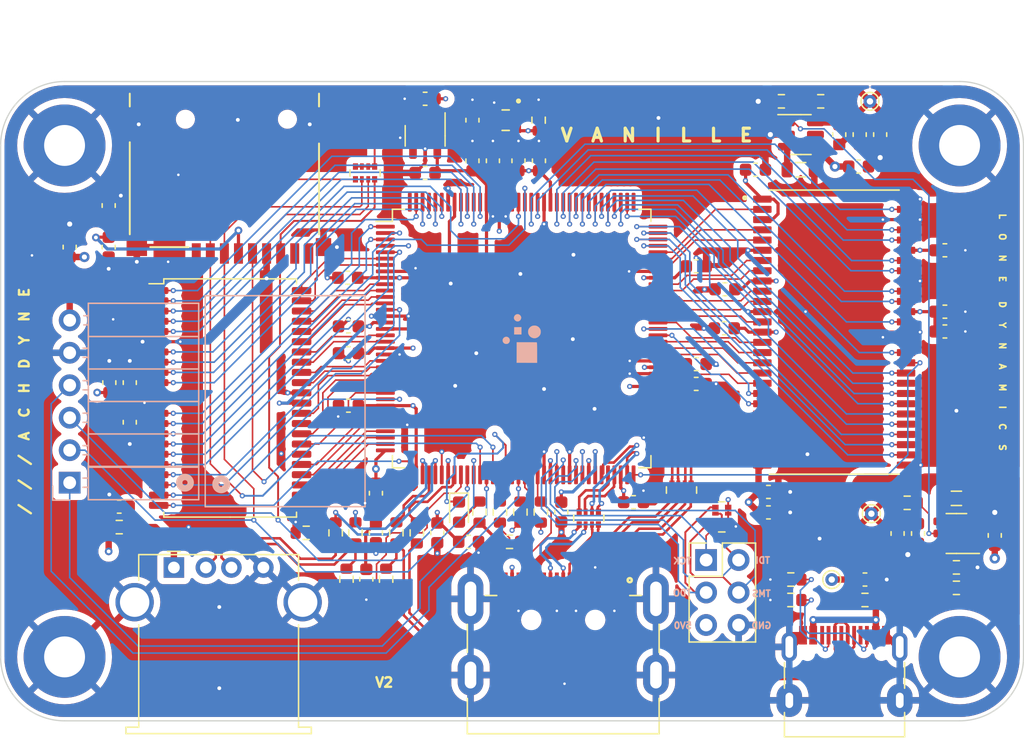
<source format=kicad_pcb>
(kicad_pcb (version 20221018) (generator pcbnew)
  (layers (0 "F.Cu" signal) (1 "In1.Cu" signal) (2 "In2.Cu" signal) (31 "B.Cu" signal) (34 "B.Paste" user) (35 "F.Paste" user) (36 "B.SilkS" user "B.Silkscreen") (37 "F.SilkS" user "F.Silkscreen") (38 "B.Mask" user) (39 "F.Mask" user) (44 "Edge.Cuts" user))
  (net 0 "")
  (net 1 "GND")
  (net 2 "/PWR3V3")
  (net 3 "/PWR1V1")
  (net 4 "/PWR2V5")
  (net 5 "/PWR5V0")
  (net 6 "Net-(J2-VBUS)")
  (net 7 "Net-(U4-FB)")
  (net 8 "Net-(U5-FB)")
  (net 9 "/USB0_CONN_DP")
  (net 10 "/USB0_CONN_DN")
  (net 11 "/PWR5V0UF")
  (net 12 "Net-(D1-A)")
  (net 13 "Net-(J1-CC1)")
  (net 15 "Net-(J1-CC2)")
  (net 16 "/USB1_CONN_DN")
  (net 17 "/USB1_CONN_DP")
  (net 18 "/SD_SS")
  (net 19 "/SD_SCK")
  (net 20 "/DVIC_D2_P")
  (net 21 "/DVIC_D2_N")
  (net 22 "/DVIC_D1_P")
  (net 23 "/DVIC_D1_N")
  (net 24 "/DVIC_D0_P")
  (net 25 "/DVIC_D0_N")
  (net 26 "/DVIC_CK_P")
  (net 27 "/DVIC_CK_N")
  (net 28 "/JTAG_TCK")
  (net 29 "/JTAG_TDI")
  (net 30 "/JTAG_TDO")
  (net 31 "/JTAG_TMS")
  (net 34 "/CSPI_SS")
  (net 35 "/CSPI_MOSI")
  (net 36 "/CSPI_MISO")
  (net 37 "/CSPI_SCK")
  (net 38 "/INITN")
  (net 39 "/PROGRAMN")
  (net 40 "/USB0_DP_PU")
  (net 41 "/USB0_DP")
  (net 42 "/USB0_DN")
  (net 43 "/RESET")
  (net 44 "/USB1_DP")
  (net 45 "/USB1_DN")
  (net 46 "/DVI_D2_P")
  (net 47 "/DVI_D2_N")
  (net 48 "/DVI_D1_P")
  (net 49 "/DVI_D1_N")
  (net 50 "/DVI_D0_P")
  (net 51 "/DVI_D0_N")
  (net 52 "/DVI_CK_P")
  (net 53 "/DVI_CK_N")
  (net 54 "/PWR1V1EN")
  (net 55 "/DONE")
  (net 56 "/SRAM_A0")
  (net 57 "/SRAM_A1")
  (net 58 "/SRAM_A2")
  (net 59 "/SRAM_A3")
  (net 60 "/SRAM_A4")
  (net 61 "/SRAM_D0")
  (net 62 "/SRAM_D1")
  (net 63 "/SRAM_D2")
  (net 64 "/SRAM_D3")
  (net 65 "/SRAM_D4")
  (net 66 "/SRAM_D5")
  (net 67 "/SRAM_D6")
  (net 68 "/SRAM_D7")
  (net 69 "/SRAM_WE")
  (net 70 "/SRAM_A5")
  (net 71 "/SRAM_A6")
  (net 72 "/SRAM_A7")
  (net 73 "/SRAM_A8")
  (net 74 "/SRAM_A9")
  (net 75 "/SRAM_A10")
  (net 76 "/SRAM_A11")
  (net 77 "/SRAM_A12")
  (net 78 "/SRAM_A13")
  (net 79 "/SRAM_A14")
  (net 81 "/SRAM_D8")
  (net 82 "/SRAM_D9")
  (net 83 "/SRAM_D10")
  (net 84 "/CLK48")
  (net 86 "/DRAM_A0")
  (net 87 "/DRAM_A1")
  (net 88 "/DRAM_A2")
  (net 89 "/DRAM_A3")
  (net 90 "/DRAM_A4")
  (net 91 "/DRAM_CS")
  (net 92 "/SRAM_D11")
  (net 93 "/SRAM_D12")
  (net 94 "/SRAM_D13")
  (net 95 "/SRAM_D14")
  (net 96 "/SRAM_D15")
  (net 97 "/SRAM_LB")
  (net 98 "/SRAM_UB")
  (net 99 "/SRAM_OE")
  (net 100 "/DRAM_WE")
  (net 101 "/DRAM_A5")
  (net 102 "/DRAM_A6")
  (net 103 "/DRAM_A7")
  (net 104 "/DRAM_A8")
  (net 105 "/DRAM_A9")
  (net 106 "/DRAM_A10")
  (net 107 "/DRAM_A11")
  (net 108 "/DRAM_A12")
  (net 109 "/SRAM_A15")
  (net 110 "/SRAM_A16")
  (net 111 "/SRAM_A17")
  (net 115 "/DRAM_DQ0")
  (net 116 "/DRAM_DQ1")
  (net 117 "/DRAM_DQ2")
  (net 118 "/DRAM_DQ3")
  (net 119 "/DRAM_DQ4")
  (net 120 "/DRAM_DQ5")
  (net 121 "/DRAM_DQ6")
  (net 122 "/DRAM_DQ7")
  (net 123 "/DRAM_LDQM")
  (net 124 "/DRAM_CAS")
  (net 125 "/DRAM_RAS")
  (net 126 "/DRAM_BS0")
  (net 127 "/DRAM_BS1")
  (net 128 "/DRAM_CKE")
  (net 129 "/DRAM_CLK")
  (net 130 "/DRAM_UDQM")
  (net 132 "/DRAM_DQ8")
  (net 133 "/DRAM_DQ9")
  (net 134 "/DRAM_DQ10")
  (net 135 "/DRAM_DQ11")
  (net 136 "/DRAM_DQ12")
  (net 137 "/DRAM_DQ13")
  (net 138 "/DRAM_DQ14")
  (net 139 "/DRAM_DQ15")
  (net 141 "Net-(U4-SW)")
  (net 142 "Net-(U5-SW)")
  (net 147 "/LED")
  (footprint "Capacitor_SMD:C_0603_1608Metric" (layer "F.Cu") (at 167.6 138.95)
    (fp_text reference "C14" hide)
    (fp_text value "4.7uF" hide)
  )
  (footprint "Capacitor_SMD:C_0603_1608Metric" (layer "F.Cu") (at 136.9 103.025 -90)
    (fp_text reference "C19" hide)
    (fp_text value "1uF" hide)
  )
  (footprint "Capacitor_SMD:C_0603_1608Metric" (layer "F.Cu") (at 134.15 135.3 90)
    (fp_text reference "C43" hide)
    (fp_text value "220nF" hide)
  )
  (footprint "Resistor_SMD:R_0603_1608Metric" (layer "F.Cu") (at 139.8 136)
    (fp_text reference "R1" hide)
    (fp_text value "4K7" hide)
  )
  (footprint "Capacitor_SMD:C_0603_1608Metric" (layer "F.Cu") (at 108.45 109.7 90)
    (fp_text reference "C25" hide)
    (fp_text value "10uF" hide)
  )
  (footprint "Resistor_SMD:R_0603_1608Metric" (layer "F.Cu") (at 161.8 138.95 180)
    (fp_text reference "R3" hide)
    (fp_text value "5K1" hide)
  )
  (footprint "Capacitor_SMD:C_0603_1608Metric" (layer "F.Cu") (at 129.35 135.3 90)
    (fp_text reference "C10" hide)
    (fp_text value "220nF" hide)
  )
  (footprint "Resistor_SMD:R_0603_1608Metric" (layer "F.Cu") (at 161.0625 101.55 180)
    (fp_text reference "R42" hide)
    (fp_text value "120K" hide)
  )
  (footprint "Package_TO_SOT_SMD:SOT-23-5" (layer "F.Cu") (at 133.2 104.25 -90)
    (fp_text reference "U6" hide)
    (fp_text value "TLV73325PDBV" hide)
  )
  (footprint "Package_QFP:TQFP-144_20x20mm_P0.5mm" (layer "F.Cu") (at 140.75 120.1)
    (fp_text reference "U1" hide)
    (fp_text value "LFE5U-12-TG144" hide)
  )
  (footprint "Resistor_SMD:R_0603_1608Metric" (layer "F.Cu") (at 174.75 138)
    (fp_text reference "R44" hide)
    (fp_text value "47K" hide)
  )
  (footprint "Capacitor_SMD:C_0603_1608Metric" (layer "F.Cu") (at 138.5 106.2 -90)
    (fp_text reference "C12" hide)
    (fp_text value "220nF" hide)
  )
  (footprint "Capacitor_SMD:C_0603_1608Metric" (layer "F.Cu") (at 105.4 112.95 90)
    (fp_text reference "C42" hide)
    (fp_text value "22uF" hide)
  )
  (footprint "Capacitor_SMD:C_0603_1608Metric" (layer "F.Cu") (at 154.4 123.65 180)
    (fp_text reference "C39" hide)
    (fp_text value "220nF" hide)
  )
  (footprint "LD-CRYSTALS:OSC_KC2016Z13.5600C1KX00" (layer "F.Cu") (at 139.5 103.025 -90)
    (fp_text reference "Y1" hide)
    (fp_text value "KC2016Z48" hide)
  )
  (footprint "Resistor_SMD:R_0603_1608Metric" (layer "F.Cu") (at 127.05 138.925 -90)
    (fp_text reference "R19" hide)
    (fp_text value "15K" hide)
  )
  (footprint "Resistor_SMD:R_0603_1608Metric" (layer "F.Cu") (at 137.45 133.675 90)
    (fp_text reference "R11" hide)
    (fp_text value "1K" hide)
  )
  (footprint "Capacitor_SMD:C_0603_1608Metric" (layer "F.Cu") (at 154.4 114.45 180)
    (fp_text reference "C7" hide)
    (fp_text value "220nF" hide)
  )
  (footprint "Capacitor_SMD:C_0603_1608Metric" (layer "F.Cu") (at 136.9 106.2 -90)
    (fp_text reference "C4" hide)
    (fp_text value "220nF" hide)
  )
  (footprint "Capacitor_SMD:C_0603_1608Metric" (layer "F.Cu") (at 110.1 123.55 -90)
    (fp_text reference "C20" hide)
    (fp_text value "100nF" hide)
  )
  (footprint "Capacitor_SMD:C_0603_1608Metric" (layer "F.Cu") (at 136.6 136 180)
    (fp_text reference "C11" hide)
    (fp_text value "1uF" hide)
  )
  (footprint "Capacitor_SMD:C_0603_1608Metric" (layer "F.Cu") (at 109.275 133.25 180)
    (fp_text reference "C16" hide)
    (fp_text value "4.7uF" hide)
  )
  (footprint "Capacitor_SMD:C_0603_1608Metric" (layer "F.Cu") (at 140.5 106.2 -90)
    (fp_text reference "C8" hide)
    (fp_text value "1uF" hide)
  )
  (footprint "Capacitor_SMD:C_0603_1608Metric" (layer "F.Cu") (at 142.1 106.2 -90)
    (fp_text reference "C9" hide)
    (fp_text value "220nF" hide)
  )
  (footprint "LD-CONNECTORS:USB_C_Receptacle_HRO_TYPE-C-31-M-12-BIG-PADS" (layer "F.Cu") (at 166 147.35)
    (fp_text reference "J1" hide)
    (fp_text value "TYPE-C-31-M-12-FIXED" hide)
  )
  (footprint "Resistor_SMD:R_0603_1608Metric" (layer "F.Cu") (at 174.75 139.6 180)
    (fp_text reference "R43" hide)
    (fp_text value "210K" hide)
  )
  (footprint "Package_TO_SOT_SMD:SOT-23-6" (layer "F.Cu") (at 174.75 135.35 180)
    (fp_text reference "U5" hide)
    (fp_text value "TLV62568DDC" hide)
  )
  (footprint "Capacitor_SMD:C_0603_1608Metric" (layer "F.Cu") (at 167.1 106.65)
    (fp_text reference "C32" hide)
    (fp_text value "4.7uF" hide)
  )
  (footprint "Resistor_SMD:R_0603_1608Metric" (layer "F.Cu") (at 127.75 135.3 90)
    (fp_text reference "R17" hide)
    (fp_text value "22R" hide)
  )
  (footprint "Resistor_SMD:R_0603_1608Metric" (layer "F.Cu") (at 130.95 135.3 90)
    (fp_text reference "R7" hide)
    (fp_text value "22R" hide)
  )
  (footprint "Connector_USB:USB_A_Stewart_SS-52100-001_Horizontal" (layer "F.Cu") (at 113.55 138.01)
    (fp_text reference "J2" hide)
    (fp_text value "USB_A" hide)
  )
  (footprint "Capacitor_SMD:C_0603_1608Metric" (layer "F.Cu") (at 160.05 132.1 180)
    (fp_text reference "C28" hide)
    (fp_text value "100nF" hide)
  )
  (footprint "Capacitor_SMD:C_0603_1608Metric" (layer "F.Cu") (at 159.0375 106.9 180)
    (fp_text reference "C23" hide)
    (fp_text value "100nF" hide)
  )
  (footprint "Connector_PinHeader_2.54mm:PinHeader_2x03_P2.54mm_Vertical" (layer "F.Cu") (at 155.175 137.425)
    (fp_text reference "JTAG1" hide)
    (fp_text value "Conn_02x03_Top_Bottom" hide)
  )
  (footprint "Resistor_SMD:R_0603_1608Metric" (layer "F.Cu") (at 139.05 133.675 -90)
    (fp_text reference "R9" hide)
    (fp_text value "51R" hide)
  )
  (footprint "MountingHole:MountingHole_3.2mm_M3_Pad" (layer "F.Cu") (at 175 145)
    (fp_text reference "H4" hide)
    (fp_text value "MountingHole_Pad" hide)
  )
  (footprint "Resistor_SMD:R_0603_1608Metric" (layer "F.Cu") (at 140.65 133.675 90)
    (fp_text reference "R6" hide)
    (fp_text value "1K" hide)
  )
  (footprint "Capacitor_SMD:C_0603_1608Metric" (layer "F.Cu") (at 165.5875 104.15 90)
    (fp_text reference "C36" hide)
    (fp_text value "10pF" hide)
  )
  (footprint "Capacitor_SMD:C_0603_1608Metric" (layer "F.Cu") (at 173.85 113.2 180)
    (fp_text reference "C21" hide)
    (fp_text value "100nF" hide)
  )
  (footprint "Resistor_SMD:R_0603_1608Metric" (layer "F.Cu") (at 126.2 135.3 90)
    (fp_text reference "R18" hide)
    (fp_text value "22R" hide)
  )
  (footprint "Resistor_SMD:R_Array_Convex_4x0402" (layer "F.Cu") (at 153.25 131.95 90)
    (fp_text reference "RN1" hide)
    (fp_text value "270R" hide)
  )
  (footprint "MountingHole:MountingHole_3.2mm_M3_Pad" (layer "F.Cu") (at 105 105)
    (fp_text reference "H1" hide)
    (fp_text value "MountingHole_Pad" hide)
  )
  (footprint "Capacitor_SMD:C_0603_1608Metric" (layer "F.Cu") (at 133.2 101.35 180)
    (fp_text reference "C34" hide)
    (fp_text value "4.7uF" hide)
  )
  (footprint "MountingHole:MountingHole_3.2mm_M3_Pad" (layer "F.Cu") (at 175 105)
    (fp_text reference "H2" hide)
    (fp_text value "MountingHole_Pad" hide)
  )
  (footprint "Resistor_SMD:R_0603_1608Metric" (layer "F.Cu") (at 130.15 138.925 90)
    (fp_text reference "R5" hide)
    (fp_text value "1K5" hide)
  )
  (footprint "TestPoint:TestPoint_THTPad_D1.0mm_Drill0.5mm" (layer "F.Cu") (at 165 138.95)
    (fp_text reference "TP1" hide)
    (fp_text value "TP_PWR5V0" hide)
  )
  (footprint "Capacitor_SMD:C_0603_1608Metric" (layer "F.Cu") (at 156.65 116.25)
    (fp_text reference "C24" hide)
    (fp_text value "100nF" hide)
  )
  (footprint "Capacitor_SMD:C_0603_1608Metric" (layer "F.Cu") (at 156.6 119.3)
    (fp_text reference "C26" hide)
    (fp_text value "100nF" hide)
  )
  (footprint "Capacitor_SMD:C_0603_1608Metric" (layer "F.Cu") (at 110.1 126.65 90)
    (fp_text reference "C17" hide)
    (fp_text value "100nF" hide)
  )
  (footprint "LED_SMD:LED_0603_1608Metric" (layer "F.Cu") (at 135.85 133.675 -90)
    (fp_text reference "D1" hide)
    (fp_text value "LEDW" hide)
  )
  (footprint "Capacitor_SMD:C_0603_1608Metric" (layer "F.Cu") (at 154.4 122.1 180)
    (fp_text reference "C6" hide)
    (fp_text value "220nF" hide)
  )
  (footprint "Capacitor_SMD:C_0603_1608Metric" (layer "F.Cu") (at 108.5 123.55 -90)
    (fp_text reference "C18" hide)
    (fp_text value "2.2uF" hide)
  )
  (footprint "MountingHole:MountingHole_3.2mm_M3_Pad" (layer "F.Cu") (at 105 145)
    (fp_text reference "H3" hide)
    (fp_text value "MountingHole_Pad" hide)
  )
  (footprint "Resistor_SMD:R_0603_1608Metric" (layer "F.Cu") (at 142.075 103.025 90)
    (fp_text reference "C31" hide)
    (fp_text value "100nF" hide)
  )
  (footprint "LD-SDCARD:SDCARD" (layer "F.Cu") (at 117.5 102.95 180)
    (fp_text reference "J3" hide)
    (fp_text value "MICROSD" hide)
  )
  (footprint "Package_TO_SOT_SMD:SOT-23-6" (layer "F.Cu") (at 162.5875 104.15)
    (fp_text reference "U4" hide)
    (fp_text value "TLV62568DDC" hide)
  )
  (footprint "Capacitor_SMD:C_0603_1608Metric" (layer "F.Cu") (at 167.1875 104.15 -90)
    (fp_text reference "C40" hide)
    (fp_text value "22uF" hide)
  )
  (footprint "Resistor_SMD:R_0603_1608Metric" (layer "F.Cu") (at 164.1375 101.55 180)
    (fp_text reference "R41" hide)
    (fp_text value "100K" hide)
  )
  (footprint "Package_SO:TSOP-II-44_10.16x18.41mm_P0.8mm" (layer "F.Cu") (at 117.95 124.75)
    (fp_text reference "U2" hide)
    (fp_text value "IS61WV25616EDBLL" hide)
  )
  (footprint "Resistor_SMD:R_0603_1608Metric" (layer "F.Cu") (at 109.275 134.85)
    (fp_text reference "FB2" hide)
    (fp_text value "Ferrite_Bead" hide)
  )
  (footprint "LD-HDMI:HDMI_TE_1827059-3-FIXED" (layer "F.Cu") (at 144 144.7)
    (fp_text reference "J5" hide)
    (fp_text value "DDMI_A" hide)
  )
  (footprint "Capacitor_SMD:C_0603_1608Metric" (layer "F.Cu") (at 171.75 135.35 -90)
    (fp_text reference "C37" hide)
    (fp_text value "10pF" hide)
  )
  (footprint "Resistor_SMD:R_Array_Convex_4x0402" (layer "F.Cu") (at 128.5 107.15 -90)
    (fp_text reference "RN3" hide)
    (fp_text value "20K" hide)
  )
  (footprint "TestPoint:TestPoint_THTPad_D1.0mm_Drill0.5mm" (layer "F.Cu") (at 167.9875 101.55)
    (fp_text reference "TP2" hide)
    (fp_text value "TP_PWR1V1" hide)
  )
  (footprint "Capacitor_SMD:C_0603_1608Metric" (layer "F.Cu") (at 173.85 118 180)
    (fp_text reference "C22" hide)
    (fp_text value "100nF" hide)
  )
  (footprint "TestPoint:TestPoint_THTPad_D1.0mm_Drill0.5mm" (layer "F.Cu") (at 168.1 133.8)
    (fp_text reference "TP3" hide)
    (fp_text value "TP_PWR3V3" hide)
  )
  (footprint "Capacitor_SMD:C_0603_1608Metric" (layer "F.Cu") (at 129.35 132.2 90)
    (fp_text reference "C44" hide)
    (fp_text value "220nF" hide)
  )
  (footprint "Capacitor_SMD:C_0603_1608Metric" (layer "F.Cu") (at 177.75 135.5 90)
    (fp_text reference "C33" hide)
    (fp_text value "4.7uF" hide)
  )
  (footprint "Inductor_SMD:L_0805_2012Metric" (layer "F.Cu") (at 174.75 132.6 180)
    (fp_text reference "L2" hide)
    (fp_text value "INDUCTOR" hide)
  )
  (footprint "Resistor_SMD:R_0603_1608Metric" (layer "F.Cu") (at 161.8 140.55 180)
    (fp_text reference "R10" hide)
    (fp_text value "5K1" hide)
  )
  (footprint "Resistor_SMD:R_0603_1608Metric" (layer "F.Cu") (at 132.55 135.3 90)
    (fp_text reference "R8" hide)
    (fp_text value "22R" hide)
  )
  (footprint "Resistor_SMD:R_0603_1608Metric" (layer "F.Cu") (at 170.9 132.95)
    (fp_text reference "R40" hide)
    (fp_text value "1K5" hide)
  )
  (footprint "Resistor_SMD:R_0603_1608Metric" (layer "F.Cu") (at 167.6 140.55)
    (fp_text reference "FB1" hide)
    (fp_text value "Ferrite_Bead" hide)
  )
  (footprint "Capacitor_SMD:C_0603_1608Metric" (layer "F.Cu") (at 127.2 119.15)
    (fp_text reference "C2" hide)
    (fp_text value "220nF" hide)
  )
  (footprint "Capacitor_SMD:C_0603_1608Metric" (layer "F.Cu") (at 128.6 138.925 90)
    (fp_text reference "C15" hide)
    (fp_text value "1uF" hide)
  )
  (footprint "Capacitor_SMD:C_0603_1608Metric" (layer "F.Cu") (at 170.15 135.35 -90)
    (fp_text reference "C41" hide)
    (fp_text value "10uF" hide)
  )
  (footprint "Capacitor_SMD:C_0603_1608Metric" (layer "F.Cu") (at 143.85 133.675 90)
    (fp_text reference "C13" hide)
    (fp_text value "220nF" hide)
  )
  (footprint "Capacitor_SMD:C_0603_1608Metric" (layer "F.Cu") (at 160.05 133.7 180)
    (fp_text reference "C29" hide)
    (fp_text value "10uF" hide)
  )
  (footprint "Capacitor_SMD:C_0603_1608Metric" (layer "F.Cu") (at 173.85 119.55 180)
    (fp_text reference "C30" hide)
    (fp_text value "10uF" hide)
  )
  (footprint "Capacitor_SMD:C_0603_1608Metric" (layer "F.Cu") (at 168.7875 104.15 -90)
    (fp_text reference "C35" hide)
    (fp_text value "22uF" hide)
  )
  (footprint "Capacitor_SMD:C_0603_1608Metric" (layer "F.Cu") (at 127.2 125.35)
    (fp_text reference "C5" hide)
    (fp_text value "220nF" hide)
  )
  (footprint "Resistor_SMD:R_Array_Convex_4x0402" (layer "F.Cu") (at 156.4 134.05 180)
    (fp_text reference "RN4" hide)
    (fp_text value "4K7" hide)
  )
  (footprint "Capacitor_SMD:C_0603_1608Metric" (layer "F.Cu") (at 149.5 132.9 180)
    (fp_text reference "C45" hide)
    (fp_text value "220nF" hide)
  )
  (footprint "Capacitor_SMD:C_0603_1608Metric" (layer "F.Cu") (at 108.45 112.95 -90)
    (fp_text reference "C27" hide)
    (fp_text value "100nF" hide)
  )
  (footprint "Capacitor_SMD:C_0603_1608Metric" (layer "F.Cu") (at 127.2 121.25)
    (fp_text reference "C3" hide)
    (fp_text value "220nF" hide)
  )
  (footprint "Inductor_SMD:L_0805_2012Metric" (layer "F.Cu") (at 162.575 106.9)
    (fp_text reference "L1" hide)
    (fp_text value "INDUCTOR" hide)
  )
  (footprint "Capacitor_SMD:C_0603_1608Metric" (layer "F.Cu") (at 133.2 107.15 180)
    (fp_text reference "C38" hide)
    (fp_text value "4.7uF" hide)
  )
  (footprint "Resistor_SMD:R_Array_Convex_4x0402" (layer "F.Cu") (at 146 134.15 90)
    (fp_text reference "RN2" hide)
    (fp_text value "270R" hide)
  )
  (footprint "Resistor_SMD:R_0603_1608Metric" (layer "F.Cu") (at 123.9 135.3 180)
    (fp_text reference "R20" hide)
    (fp_text value "15K" hide)
  )
  (footprint "Capacitor_SMD:C_0603_1608Metric" (layer "F.Cu") (at 127.15 115.35)
    (fp_text reference "C1" hide)
    (fp_text value "220nF" hide)
  )
  (footprint "Resistor_SMD:R_0603_1608Metric" (layer "F.Cu") (at 142.25 133.675 90)
    (fp_text reference "R2" hide)
    (fp_text value "4K7" hide)
  )
  (footprint "LD-MEMORY:SOP80P1176X120-54N" (layer "F.Cu") (at 165.1925 119.6)
    (fp_text reference "U3" hide)
    (fp_text value "W9825G6KH-6" hide)
  )
  (footprint "LD-MODULES:MMOD_Host_Socket" (layer "B.Cu") (at 105.4 118.675 180)
    (fp_text reference "MMOD1" hide)
    (fp_text value "PMOD-Device-x1-Type-2-SPI" hide)
  )
  (footprint "LD-LOGO:ld-kicad" (layer "B.Cu") (at 140.903007 120.156656 180)
    (fp_text reference "G***" hide)
    (fp_text value "LOGO" hide)
  )
  (footprint "LD-MODULES:LD-MMOD" (layer "B.Cu") (at 122.25 125 180)
    (fp_text reference "REF**" hide)
    (fp_text value "LD-MMOD" hide)
  )
  (gr_arc (start 105 150) (mid 101.464466 148.535534) (end 100 145) (stroke (width 0.1)) (layer "Edge.Cuts"))
  (gr_line (start 105 100) (end 175 100) (stroke (width 0.1)) (layer "Edge.Cuts"))
  (gr_line (start 175 150) (end 105 150) (stroke (width 0.1)) (layer "Edge.Cuts"))
  (gr_arc (start 180 145) (mid 178.535534 148.535534) (end 175 150) (stroke (width 0.1)) (layer "Edge.Cuts"))
  (gr_line (start 180 105) (end 180 145) (stroke (width 0.1)) (layer "Edge.Cuts"))
  (gr_line (start 100 145) (end 100 105) (stroke (width 0.1)) (layer "Edge.Cuts"))
  (gr_arc (start 100 105) (mid 101.464466 101.464466) (end 105 100) (stroke (width 0.1)) (layer "Edge.Cuts"))
  (gr_arc (start 175 100) (mid 178.535534 101.464466) (end 180 105) (stroke (width 0.1)) (layer "Edge.Cuts"))
  (gr_text "5V0" (at 153.35 142.55) (layer "B.SilkS") (effects (font (size 0.5 0.5) (thickness 0.125)) (justify mirror)))
  (gr_text "GND" (at 159.5 142.55) (layer "B.SilkS") (effects (font (size 0.5 0.5) (thickness 0.125)) (justify mirror)))
  (gr_text "TMS" (at 159.5 140.05) (layer "B.SilkS") (effects (font (size 0.5 0.5) (thickness 0.125)) (justify mirror)))
  (gr_text "TDI" (at 159.6 137.45) (layer "B.SilkS") (effects (font (size 0.5 0.5) (thickness 0.125)) (justify mirror)))
  (gr_text "TCK" (at 153.3 137.5) (layer "B.SilkS") (effects (font (size 0.5 0.5) (thickness 0.125)) (justify mirror)))
  (gr_text "TDO" (at 153.3 140) (layer "B.SilkS") (effects (font (size 0.5 0.5) (thickness 0.125)) (justify mirror)))
  (gr_text "/  /  /  A  C  H  D  Y  N  E" (at 101.85 125.000001 90) (layer "F.SilkS") (effects (font (size 0.75 0.75) (thickness 0.1875))))
  (gr_text "V  A  N  I  L  L  E" (at 151.3 104.2) (layer "F.SilkS") (effects (font (size 1 1) (thickness 0.25))))
  (gr_text "V2" (at 130 147) (layer "F.SilkS") (effects (font (size 0.75 0.75) (thickness 0.1875))))
  (gr_text "L   O   N   E    D   Y   N   A   M   I   C   S" (at 178.35 119.6 270) (layer "F.SilkS") (effects (font (size 0.5 0.5) (thickness 0.125))))
  (segment (start 110.1 127.425) (end 110.1 128.35) (width 0.25) (layer "F.Cu") (net 1))
  (segment (start 159.5725 118) (end 158.45 118) (width 0.25) (layer "F.Cu") (net 1))
  (segment (start 146.5 139.7) (end 146.5 138) (width 0.25) (layer "F.Cu") (net 1))
  (segment (start 170.8125 119.6) (end 171.9 119.6) (width 0.25) (layer "F.Cu") (net 1))
  (segment (start 155.875 116.25) (end 155.05 116.25) (width 0.25) (layer "F.Cu") (net 1))
  (segment (start 133.2 103.1125) (end 133.2 102.125) (width 0.25) (layer "F.Cu") (net 1))
  (segment (start 140.5 139.7) (end 140.5 141.4) (width 0.25) (layer "F.Cu") (net 1))
  (segment (start 174.625 113.2) (end 175.45 113.2) (width 0.25) (layer "F.Cu") (net 1))
  (segment (start 133.2 106.375) (end 133.2 105.25) (width 0.25) (layer "F.Cu") (net 1))
  (segment (start 130.0875 121.35) (end 131.2 121.35) (width 0.25) (layer "F.Cu") (net 1))
  (segment (start 143.5 139.7) (end 143.5 141.4) (width 0.25) (layer "F.Cu") (net 1))
  (segment (start 133.2 102.125) (end 132.425 101.35) (width 0.25) (layer "F.Cu") (net 1))
  (segment (start 159.5725 113.2) (end 158.45 113.2) (width 0.25) (layer "F.Cu") (net 1))
  (segment (start 143.85 134.45) (end 143.85 135.25) (width 0.25) (layer "F.Cu") (net 1))
  (segment (start 132.2 114.85) (end 132.45 114.6) (width 0.25) (layer "F.Cu") (net 1))
  (segment (start 130.0875 118.35) (end 129 118.35) (width 0.25) (layer "F.Cu") (net 1))
  (segment (start 150.275 132.9) (end 150.275 132) (width 0.25) (layer "F.Cu") (net 1))
  (segment (start 170.32 144.22) (end 170.165 144.22) (width 0.5) (layer "F.Cu") (net 1))
  (segment (start 128.6 139.7) (end 127.1 139.7) (width 0.25) (layer "F.Cu") (net 1))
  (segment (start 174.625 119.55) (end 175.45 119.55) (width 0.25) (layer "F.Cu") (net 1))
  (segment (start 155.175 114.45) (end 155.05 114.45) (width 0.25) (layer "F.Cu") (net 1))
  (segment (start 126.6 121.25) (end 127.2 121.85) (width 0.25) (layer "F.Cu") (net 1))
  (segment (start 170.8125 110.8) (end 169 110.8) (width 0.25) (layer "F.Cu") (net 1))
  (segment (start 155.825 119.3) (end 155 119.3) (width 0.25) (layer "F.Cu") (net 1))
  (segment (start 123.5375 124.35) (end 122.45 124.35) (width 0.25) (layer "F.Cu") (net 1))
  (segment (start 151.4125 121.85) (end 149.2 121.85) (width 0.25) (layer "F.Cu") (net 1))
  (segment (start 145 139.7) (end 145 141.4) (width 0.25) (layer "F.Cu") (net 1))
  (segment (start 108.45 108.925) (end 109.4 108.925) (width 0.5) (layer "F.Cu") (net 1))
  (segment (start 144.5 130.7625) (end 144.5 128.95) (width 0.25) (layer "F.Cu") (net 1))
  (segment (start 161.835 144.22) (end 162.75 143.305) (width 0.5) (layer "F.Cu") (net 1))
  (segment (start 136.9 105.425) (end 136.9 104.65) (width 0.25) (layer "F.Cu") (net 1))
  (segment (start 177.125 135.35) (end 177.75 134.725) (width 0.5) (layer "F.Cu") (net 1))
  (segment (start 170.15 136.2) (end 170.95 137) (width 0.5) (layer "F.Cu") (net 1))
  (segment (start 160.975 138.95) (end 160.2 138.95) (width 0.15) (layer "F.Cu") (net 1))
  (segment (start 126.425 125.35) (end 126.425 126.175) (width 0.25) (layer "F.Cu") (net 1))
  (segment (start 126.425 126.175) (end 126.4 126.2) (width 0.25) (layer "F.Cu") (net 1))
  (segment (start 108.5 133.25) (end 108.5 132.3) (width 0.5) (layer "F.Cu") (net 1))
  (segment (start 129.35 136.075) (end 129.35 136.9) (width 0.25) (layer "F.Cu") (net 1))
  (segment (start 169.4 119.6) (end 169 120) (width 0.25) (layer "F.Cu") (net 1))
  (segment (start 167.875 106.65) (end 168.0875 106.65) (width 0.5) (layer "F.Cu") (net 1))
  (segment (start 151.4125 127.85) (end 150.3 127.85) (width 0.25) (layer "F.Cu") (net 1))
  (segment (start 170.8125 109.2) (end 171.9 109.2) (width 0.25) (layer "F.Cu") (net 1))
  (segment (start 160.825 133.7) (end 161.75 133.7) (width 0.5) (layer "F.Cu") (net 1))
  (segment (start 134.5 130.7625) (end 134.5 128.95) (width 0.15) (layer "F.Cu") (net 1))
  (segment (start 138.5 105.425) (end 138.5 104.65) (width 0.25) (layer "F.Cu") (net 1))
  (segment (start 146 130.7625) (end 146 129.65) (width 0.25) (layer "F.Cu") (net 1))
  (segment (start 137.375 136) (end 137.375 136.85) (width 0.15) (layer "F.Cu") (net 1))
  (segment (start 151.4125 122.85) (end 149.2 122.85) (width 0.25) (layer "F.Cu") (net 1))
  (segment (start 110.65 112.95) (end 110.65 114.1) (width 0.5) (layer "F.Cu") (net 1))
  (segment (start 127.1 139.7) (end 127.05 139.75) (width 0.25) (layer "F.Cu") (net 1))
  (segment (start 132.425 101.35) (end 131.6 101.35) (width 0.25) (layer "F.Cu") (net 1))
  (segment (start 126.425 119.15) (end 126.65 119.15) (width 0.25) (layer "F.Cu") (net 1))
  (segment (start 105.4 112.175) (end 105.4 111.15) (width 0.5) (layer "F.Cu") (net 1))
  (segment (start 155.05 114.45) (end 154.4 113.8) (width 0.25) (layer "F.Cu") (net 1))
  (segment (start 170.15 136.125) (end 170.15 136.2) (width 0.5) (layer "F.Cu") (net 1))
  (segment (start 155.95 122.1) (end 155.175 122.1) (width 0.25) (layer "F.Cu") (net 1))
  (segment (start 160.2375 101.55) (end 159.25 101.55) (width 0.5) (layer "F.Cu") (net 1))
  (segment (start 142.5 109.4375) (end 142.5 111.15) (width 0.25) (layer "F.Cu") (net 1))
  (segment (start 170.8125 115.6) (end 171.9 115.6) (width 0.25) (layer "F.Cu") (net 1))
  (segment (start 151.4125 114.85) (end 149.15 114.85) (width 0.25) (layer "F.Cu") (net 1))
  (segment (start 139.5 109.4375) (end 139.5 110.55) (width 0.25) (layer "F.Cu") (net 1))
  (segment (start 110.8 103.35) (end 109.75 103.35) (width 0.25) (layer "F.Cu") (net 1))
  (segment (start 126.425 121.25) (end 126.6 121.25) (width 0.25) (layer "F.Cu") (net 1))
  (segment (start 148 139.7) (end 148 141.4) (width 0.25) (layer "F.Cu") (net 1))
  (segment (start 168.7875 104.925) (end 168.7875 105.95) (width 0.5) (layer "F.Cu") (net 1))
  (segment (start 159.8125 106.9) (end 159.8125 104.5375) (width 0.25) (layer "F.Cu") (net 1))
  (segment (start 129.35 132.975) (end 128.5 132.975) (width 0.25) (layer "F.Cu") (net 1))
  (segment (start 126.65 119.15) (end 127.2 118.6) (width 0.25) (layer "F.Cu") (net 1))
  (segment (start 169.3 138.95) (end 168.375 138.95) (width 0.5) (layer "F.Cu") (net 1))
  (segment (start 130.0875 126.85) (end 131.8 126.85) (width 0.25) (layer "F.Cu") (net 1))
  (segment (start 132.425 107.15) (end 133.2 106.375) (width 0.25) (layer "F.Cu") (net 1))
  (segment (start 160.975 140.55) (end 160.2 140.55) (width 0.15) (layer "F.Cu") (net 1))
  (segment (start 175.8875 135.35) (end 177.125 135.35) (width 0.5) (layer "F.Cu") (net 1))
  (segment (start 125.25 103.35) (end 124.175 103.35) (width 0.25) (layer "F.Cu") (net 1))
  (segment (start 130.0875 114.85) (end 132.2 114.85) (width 0.25) (layer "F.Cu") (net 1))
  (segment (start 136.9 102.25) (end 136.9 101.425) (width 0.25) (layer "F.Cu") (net 1))
  (segment (start 123.075 135.3) (end 123.075 134.45) (width 0.25) (layer "F.Cu") (net 1))
  (segment (start 128.6 139.7) (end 128.6 140.525) (width 0.25) (layer "F.Cu") (net 1))
  (segment (start 142.075 102.2) (end 142.075 101.425) (width 0.25) (layer "F.Cu") (net 1))
  (segment (start 174.625 118) (end 175.45 118) (width 0.25) (layer "F.Cu") (net 1))
  (segment (start 155.175 123.65) (end 155.95 123.65) (width 0.25) (layer "F.Cu") (net 1))
  (segment (start 134.15 136.075) (end 134.15 136.9) (width 0.25) (layer "F.Cu") (net 1))
  (segment (start 142.1 105.425) (end 142.1 104.65) (width 0.25) (layer "F.Cu") (net 1))
  (segment (start 161.68 144.22) (end 161.835 144.22) (width 0.5) (layer "F.Cu") (net 1))
  (segment (start 110.1 122.775) (end 110.1 121.85) (width 0.25) (layer "F.Cu") (net 1))
  (segment (start 160.825 132.1) (end 161.75 132.1) (width 0.5) (layer "F.Cu") (net 1))
  (segment (start 111.27 125.15) (end 111.25 125.13) (width 0.25) (layer "F.Cu") (net 1))
  (segment (start 175.575 138) (end 176.4 138) (width 0.5) (layer "F.Cu") (net 1))
  (segment (start 108.45 113.725) (end 108.45 114.65) (width 0.5) (layer "F.Cu") (net 1))
  (segment (start 130.0875 118.35) (end 131.9 118.35) (width 0.25) (layer "F.Cu") (net 1))
  (segment (start 168.0875 106.65) (end 168.7875 105.95) (width 0.5) (layer "F.Cu") (net 1))
  (segment (start 170.8125 119.6) (end 169.4 119.6) (width 0.25) (layer "F.Cu") (net 1))
  (segment (start 108.5 122.775) (end 108.5 121.85) (width 0.25) (layer "F.Cu") (net 1))
  (segment (start 156.9 134.8) (end 157.5 134.8) (width 0.15) (layer "F.Cu") (net 1))
  (segment (start 177.75 134.725) (end 177.75 133.7) (width 0.5) (layer "F.Cu") (net 1))
  (segment (start 142.5 130.7625) (end 142.5 128.95) (width 0.25) (layer "F.Cu") (net 1))
  (segment (start 170.8125 110.8) (end 171.9 110.8) (width 0.25) (layer "F.Cu") (net 1))
  (segment (start 112.3625 120.35) (end 114.05 120.35) (width 0.25) (layer "F.Cu") (net 1))
  (segment (start 159.8125 104.5375) (end 160.2 104.15) (width 0.25) (layer "F.Cu") (net 1))
  (segment (start 138.6 102.425) (end 138.6 101.65) (width 0.25) (layer "F.Cu") (net 1))
  (segment (start 140.5 105.425) (end 140.5 104.65) (width 0.25) (layer "F.Cu") (net 1))
  (segment (start 138.5 109.4375) (end 138.5 110.55) (width 0.25) (layer "F.Cu") (net 1))
  (segment (start 112.3625 125.15) (end 111.27 125.15) (width 0.25) (layer "F.Cu") (net 1))
  (segment (start 170.165 144.22) (end 169.25 143.305) (width 0.5) (layer "F.Cu") (net 1))
  (segment (start 120.8 113.45) (end 120.8 115.4) (width 0.5) (layer "F.Cu") (net 1))
  (segment (start 125.25 112.95) (end 126.3 112.95) (width 0.5) (layer "F.Cu") (net 1))
  (segment (start 112.3625 120.35) (end 111.1 120.35) (width 0.25) (layer "F.Cu") (net 1))
  (segment (start 161.45 104.15) (end 160.2 104.15) (width 0.5) (layer "F.Cu") (net 1))
  (segment (start 135 109.4375) (end 135 108.35) (width 0.25) (layer "F.Cu") (net 1))
  (segment (start 170.8125 130) (end 171.95 130) (width 0.25) (layer "F.Cu") (net 1))
  (segment (start 167.1875 104.925) (end 168.7875 104.925) (width 0.5) (layer "F.Cu") (net 1))
  (segment (start 126.375 115.35) (end 125.55 115.35) (width 0.25) (layer "F.Cu") (net 1))
  (via (at 138.5 110.55) (size 0.4) (drill 0.2) (layers "F.Cu" "B.Cu") (net 1))
  (via (at 114.05 120.35) (size 0.4) (drill 0.2) (layers "F.Cu" "B.Cu") (net 1))
  (via (at 170.95 137) (size 0.8) (drill 0.4) (layers "F.Cu" "B.Cu") (net 1))
  (via (at 143.85 135.25) (size 0.4) (drill 0.2) (layers "F.Cu" "B.Cu") (net 1))
  (via (at 129 118.35) (size 0.4) (drill 0.2) (layers "F.Cu" "B.Cu") (net 1))
  (via (at 138.5 104.65) (size 0.4) (drill 0.2) (layers "F.Cu" "B.Cu") (net 1))
  (via (at 117.1 147.45) (size 0.6) (drill 0.3) (layers "F.Cu" "B.Cu") (net 1))
  (via (at 151.45 102.85) (size 0.6) (drill 0.3) (layers "F.Cu" "B.Cu") (net 1))
  (via (at 161.75 133.7) (size 0.6) (drill 0.3) (layers "F.Cu" "B.Cu") (net 1))
  (via (at 135 108.35) (size 0.4) (drill 0.2) (layers "F.Cu" "B.Cu") (net 1))
  (via (at 142.5 111.15) (size 0.4) (drill 0.2) (layers "F.Cu" "B.Cu") (net 1))
  (via (at 148 141.4) (size 0.4) (drill 0.2) (layers "F.Cu" "B.Cu") (net 1))
  (via (at 135.2 115.8) (size 0.6) (drill 0.3) (layers "F.Cu" "B.Cu") (net 1))
  (via (at 136.9 101.425) (size 0.4) (drill 0.2) (layers "F.Cu" "B.Cu") (net 1))
  (via (at 164.05 135.75) (size 0.6) (drill 0.3) (layers "F.Cu" "B.Cu") (net 1))
  (via (at 142.5 128.95) (size 0.4) (drill 0.2) (layers "F.Cu" "B.Cu") (net 1))
  (via (at 150.3 127.85) (size 0.4) (drill 0.2) (layers "F.Cu" "B.Cu") (net 1))
  (via (at 122.45 124.35) (size 0.4) (drill 0.2) (layers "F.Cu" "B.Cu") (net 1))
  (via (at 169 110.8) (size 0.4) (drill 0.2) (layers "F.Cu" "B.Cu") (net 1))
  (via (at 136.9 104.65) (size 0.4) (drill 0.2) (layers "F.Cu" "B.Cu") (net 1))
  (via (at 155.05 116.25) (size 0.4) (drill 0.2) (layers "F.Cu" "B.Cu") (net 1))
  (via (at 131.25 104.4) (size 0.4) (drill 0.2) (layers "F.Cu" "B.Cu") (net 1))
  (via (at 174.75 125.75) (size 0.6) (drill 0.3) (layers "F.Cu" "B.Cu") (net 1))
  (via (at 150.275 132) (size 0.4) (drill 0.2) (layers "F.Cu" "B.Cu") (net 1))
  (via (at 171.9 115.6) (size 0.4) (drill 0.2) (layers "F.Cu" "B.Cu") (net 1))
  (via (at 131.9 118.35) (size 0.4) (drill 0.2) (layers "F.Cu" "B.Cu") (net 1))
  (via (at 135.55 123.8) (size 0.6) (drill 0.3) (layers "F.Cu" "B.Cu") (net 1))
  (via (at 131.6 101.35) (size 0.4) (drill 0.2) (layers "F.Cu" "B.Cu") (net 1))
  (via (at 110.1 121.85) (size 0.6) (drill 0.3) (layers "F.Cu" "B.Cu") (net 1))
  (via (at 114.7 134.85) (size 0.4) (drill 0.2) (layers "F.Cu" "B.Cu") (net 1))
  (via (at 138.6 101.65) (size 0.4) (drill 0.2) (layers "F.Cu" "B.Cu") (net 1))
  (via (at 126.3 112.95) (size 0.6) (drill 0.3) (layers "F.Cu" "B.Cu") (net 1))
  (via (at 117.1 141.1) (size 0.6) (drill 0.3) (layers "F.Cu" "B.Cu") (net 1))
  (via (at 171.9 119.6) (size 0.4) (drill 0.2) (layers "F.Cu" "B.Cu") (net 1))
  (via (at 113.1 114.1) (size 0.4) (drill 0.2) (layers "F.Cu" "B.Cu") (net 1))
  (via (at 128.6 140.525) (size 0.4) (drill 0.2) (layers "F.Cu" "B.Cu") (net 1))
  (via (at 149.15 114.85) (size 0.4) (drill 0.2) (layers "F.Cu" "B.Cu") (net 1))
  (via (at 161.75 132.1) (size 0.6) (drill 0.3) (layers "F.Cu" "B.Cu") (net 1))
  (via (at 123.075 134.45) (size 0.4) (drill 0.2) (layers "F.Cu" "B.Cu") (net 1))
  (via (at 155 119.3) (size 0.4) (drill 0.2) (layers "F.Cu" "B.Cu") (net 1))
  (via (at 175.45 119.55) (size 0.4) (drill 0.2) (layers "F.Cu" "B.Cu") (net 1))
  (via (at 144.5 128.95) (size 0.4) (drill 0.2) (layers "F.Cu" "B.Cu") (net 1))
  (via (at 171.9 110.8) (size 0.4) (drill 0.2) (layers "F.Cu" "B.Cu") (net 1))
  (via (at 127.2 121.85) (size 0.4) (drill 0.2) (layers "F.Cu" "B.Cu") (net 1))
  (via (at 145 141.4) (size 0.4) (drill 0.2) (layers "F.Cu" "B.Cu") (net 1))
  (via (at 137.2 121.25) (size 0.6) (drill 0.3) (layers "F.Cu" "B.Cu") (net 1))
  (via (at 110.8 103.35) (size 0.6) (drill 0.3) (layers "F.Cu" "B.Cu") (net 1))
  (via (at 155.95 122.1) (size 0.4) (drill 0.2) (layers "F.Cu" "B.Cu") (net 1))
  (via (at 108.5 121.85) (size 0.6) (drill 0.3) (layers "F.Cu" "B.Cu") (net 1))
  (via (at 139.5 110.55) (size 0.4) (drill 0.2) (layers "F.Cu" "B.Cu") (net 1))
  (via (at 127.2 118.6) (size 0.4) (drill 0.2) (layers "F.Cu" "B.Cu") (net 1))
  (via (at 144.75 120.15) (size 0.6) (drill 0.3) (layers "F.Cu" "B.Cu") (net 1))
  (via (at 143.5 141.4) (size 0.4) (drill 0.2) (layers "F.Cu" "B.Cu") (net 1))
  (via (at 121.95 129.1) (size 0.4) (drill 0.2) (layers "F.Cu" "B.Cu") (net 1))
  (via (at 118.55 103) (size 0.6) (drill 0.3) (layers "F.Cu" "B.Cu") (net 1))
  (via (at 110.65 114.1) (size 0.6) (drill 0.3) (layers "F.Cu" "B.Cu") (net 1))
  (via (at 169.3 138.95) (size 0.6) (drill 0.3) (layers "F.Cu" "B.Cu") (net 1))
  (via (at 113.9 107.3) (size 0.4) (drill 0.2) (layers "F.Cu" "B.Cu") (net 1))
  (via (at 111.25 125.13) (size 0.4) (drill 0.2) (layers "F.Cu" "B.Cu") (net 1))
  (via (at 140.5 104.65) (size 0.4) (drill 0.2) (layers "F.Cu" "B.Cu") (net 1))
  (via (at 137.375 136.85) (size 0.4) (drill 0.2) (layers "F.Cu" "B.Cu") (net 1))
  (via (at 120.8 115.4) (size 0.6) (drill 0.3) (layers "F.Cu" "B.Cu") (net 1))
  (via (at 142.5 124.05) (size 0.6) (drill 0.3) (layers "F.Cu" "B.Cu") (net 1))
  (via (at 168.7875 105.95) (size 0.8) (drill 0.4) (layers "F.Cu" "B.Cu") (net 1))
  (via (at 111.1 120.35) (size 0.6) (drill 0.3) (layers "F.Cu" "B.Cu") (net 1))
  (via (at 175.45 118) (size 0.4) (drill 0.2) (layers "F.Cu" "B.Cu") (net 1))
  (via (at 177.75 133.7) (size 0.8) (drill 0.4) (layers "F.Cu" "B.Cu") (net 1))
  (via (at 132.45 114.6) (size 0.4) (drill 0.2) (layers "F.Cu" "B.Cu") (net 1))
  (via (at 109.4 108.925) (size 0.6) (drill 0.3) (layers "F.Cu" "B.Cu") (net 1))
  (via (at 110.1 128.35) (size 0.6) (drill 0.3) (layers "F.Cu" "B.Cu") (net 1))
  (via (at 146 129.65) (size 0.4) (drill 0.2) (layers "F.Cu" "B.Cu") (net 1))
  (via (at 149.2 121.85) (size 0.4) (drill 0.2) (layers "F.Cu" "B.Cu") (net 1))
  (via (at 155.95 123.65) (size 0.4) (drill 0.2) (layers "F.Cu" "B.Cu") (net 1))
  (via (at 146.5 138) (size 0.4) (drill 0.2) (layers "F.Cu" "B.Cu") (net 1))
  (via (at 154.4 113.8) (size 0.4) (drill 0.2) (layers "F.Cu" "B.Cu") (net 1))
  (via (at 140.5 141.4) (size 0.4) (drill 0.2) (layers "F.Cu" "B.Cu") (net 1))
  (via (at 169 120) (size 0.4) (drill 0.2) (layers "F.Cu" "B.Cu") (net 1))
  (via (at 158.45 118) (size 0.4) (drill 0.2) (layers "F.Cu" "B.Cu") (net 1))
  (via (at 131.8 126.85) (size 0.4) (drill 0.2) (layers "F.Cu" "B.Cu") (net 1))
  (via (at 160.2 140.55) (size 0.4) (drill 0.2) (layers "F.Cu" "B.Cu") (net 1))
  (via (at 144.8 113.55) (size 0.6) (drill 0.3) (layers "F.Cu" "B.Cu") (net 1))
  (via (at 159.25 101.55) (size 0.8) (drill 0.4) (layers "F.Cu" "B.Cu") (net 1))
  (via (at 134.15 136.9) (size 0.4) (drill 0.2) (layers "F.Cu" "B.Cu") (net 1))
  (via (at 105.4 111.15) (size 0.8) (drill 0.4) (layers "F.Cu" "B.Cu") (net 1))
  (via (at 108.45 114.65) (size 0.6) (drill 0.3) (layers "F.Cu" "B.Cu") (net 1))
  (via (at 142.075 101.425) (size 0.4) (drill 0.2) (layers "F.Cu" "B.Cu") (net 1))
  (via (at 126.4 126.2) (size 0.4) (drill 0.2) (layers "F.Cu" "B.Cu") (net 1))
  (via (at 128.5 132.975) (size 0.4) (drill 0.2) (layers "F.Cu" "B.Cu") (net 1))
  (via (at 163.1 129.15) (size 0.6) (drill 0.3) (layers "F.Cu" "B.Cu") (net 1))
  (via (at 160.2 138.95) (size 0.4) (drill 0.2) (layers "F.Cu" "B.Cu") (net 1))
  (via (at 162.95 118) (size 0.4) (drill 0.2) (layers "F.Cu" "B.Cu") (net 1))
  (via (at 140.65 115.05) (size 0.6) (drill 0.3) (layers "F.Cu" "B.Cu") (net 1))
  (via (at 158.45 113.2) (size 0.4) (drill 0.2) (layers "F.Cu" "B.Cu") (net 1))
  (via (at 124.175 103.35) (size 0.6) (drill 0.3) (layers "F.Cu" "B.Cu") (net 1))
  (via (at 108.5 132.3) (size 0.6) (drill 0.3) (layers "F.Cu" "B.Cu") (net 1))
  (via (at 171.9 109.2) (size 0.4) (drill 0.2) (layers "F.Cu" "B.Cu") (net 1))
  (via (at 157.5 134.8) (size 0.4) (drill 0.2) (layers "F.Cu" "B.Cu") (net 1))
  (via (at 133.2 105.25) (size 0.4) (drill 0.2) (layers "F.Cu" "B.Cu") (net 1))
  (via (at 129.35 136.9) (size 0.4) (drill 0.2) (layers "F.Cu" "B.Cu") (net 1))
  (via (at 131.2 121.35) (size 0.4) (drill 0.2) (layers "F.Cu" "B.Cu") (net 1))
  (via (at 125.55 115.35) (size 0.4) (drill 0.2) (layers "F.Cu" "B.Cu") (net 1))
  (via (at 149.2 122.85) (size 0.4) (drill 0.2) (layers "F.Cu" "B.Cu") (net 1))
  (via (at 160.2 104.15) (size 0.8) (drill 0.4) (layers "F.Cu" "B.Cu") (net 1))
  (via (at 134.5 128.95) (size 0.4) (drill 0.2) (layers "F.Cu" "B.Cu") (net 1))
  (via (at 142.1 104.65) (size 0.4) (drill 0.2) (layers "F.Cu" "B.Cu") (net 1))
  (via (at 175.45 113.2) (size 0.4) (drill 0.2) (layers "F.Cu" "B.Cu") (net 1))
  (via (at 102.45 113.6) (size 0.4) (drill 0.2) (layers "F.Cu" "B.Cu") (net 1))
  (via (at 108.8 118.6) (size 0.4) (drill 0.2) (layers "F.Cu" "B.Cu") (net 1))
  (via (at 146.45 125.6) (size 0.6) (drill 0.3) (layers "F.Cu" "B.Cu") (net 1))
  (via (at 176.4 138) (size 0.6) (drill 0.3) (layers "F.Cu" "B.Cu") (net 1))
  (via (at 144.1 147.1) (size 0.4) (drill 0.2) (layers "F.Cu" "B.Cu") (net 1))
  (via (at 171.95 130) (size 0.4) (drill 0.2) (layers "F.Cu" "B.Cu") (net 1))
  (segment (start 137.475 134.5) (end 138.975 136) (width 0.25) (layer "F.Cu") (net 2))
  (segment (start 108.45 110.475) (end 108.45 112.175) (width 0.25) (layer "F.Cu") (net 2))
  (segment (start 158.5 132.925) (end 159.275 133.7) (width 0.5) (layer "F.Cu") (net 2))
  (segment (start 158.5 132.9) (end 158.5 132.875) (width 0.5) (layer "F.Cu") (net 2))
  (segment (start 157.375 119.3) (end 158.2 119.3) (width 0.25) (layer "F.Cu") (net 2))
  (segment (start 110.125 124.35) (end 110.1 124.325) (width 0.25) (layer "F.Cu") (net 2))
  (segment (start 134.15 101.525) (end 133.975 101.35) (width 0.25) (layer "F.Cu") (net 2))
  (segment (start 129.15 118.85) (end 128.85 119.15) (width 0.25) (layer "F.Cu") (net 2))
  (segment (start 137.45 134.5) (end 137.325 134.5) (width 0.25) (layer "F.Cu") (net 2))
  (segment (start 135 130.7625) (end 135 129.65) (width 0.25) (layer "F.Cu") (net 2))
  (segment (start 134.8 101.35) (end 133.975 101.35) (width 0.25) (layer "F.Cu") (net 2))
  (segment (start 109.175 125.875) (end 110.1 125.875) (width 0.25) (layer "F.Cu") (net 2))
  (segment (start 135.5 109.4375) (end 135.5 110.55) (width 0.25) (layer "F.Cu") (net 2))
  (segment (start 134.15 134.525) (end 134.35 134.525) (width 0.25) (layer "F.Cu") (net 2))
  (segment (start 151.4125 115.35) (end 150.3 115.35) (width 0.25) (layer "F.Cu") (net 2))
  (segment (start 141.3 106.975) (end 142.1 106.975) (width 0.25) (layer "F.Cu") (net 2))
  (segment (start 173.075 118) (end 173.075 119.55) (width 0.25) (layer "F.Cu") (net 2))
  (segment (start 131.2375 103.1125) (end 132.25 103.1125) (width 0.15) (layer "F.Cu") (net 2))
  (segment (start 142.25 134.5) (end 142.25 135.25) (width 0.125) (layer "F.Cu") (net 2))
  (segment (start 158.5 132.875) (end 159.275 132.1) (width 0.5) (layer "F.Cu") (net 2))
  (segment (start 135.1 113.95) (end 133.7 115.35) (width 0.25) (layer "F.Cu") (net 2))
  (segment (start 134.15 104) (end 134.15 103.1125) (width 0.25) (layer "F.Cu") (net 2))
  (segment (start 123.5375 125.15) (end 121.8 125.15) (width 0.25) (layer "F.Cu") (net 2))
  (segment (start 132.25 103.1125) (end 132.25 103.9) (width 0.25) (layer "F.Cu") (net 2))
  (segment (start 159.275 130.2975) (end 159.5725 130) (width 0.5) (layer "F.Cu") (net 2))
  (segment (start 156.9 132.7) (end 156.9 133.3) (width 0.15) (layer "F.Cu") (net 2))
  (segment (start 130.0875 118.85) (end 129.15 118.85) (width 0.25) (layer "F.Cu") (net 2))
  (segment (start 107.475 112.175) (end 107.45 112.2) (width 0.25) (layer "F.Cu") (net 2))
  (segment (start 159.45 115.6) (end 158.6 115.6) (width 0.25) (layer "F.Cu") (net 2))
  (segment (start 160.8 110.35) (end 160.8 109.55) (width 0.25) (layer "F.Cu") (net 2))
  (segment (start 173.075 118) (end 171.9 118) (width 0.25) (layer "F.Cu") (net 2))
  (segment (start 108.5 125.2) (end 109.175 125.875) (width 0.25) (layer "F.Cu") (net 2))
  (segment (start 157.95 116.25) (end 157.425 116.25) (width 0.25) (layer "F.Cu") (net 2))
  (segment (start 106.55 113.725) (end 105.4 113.725) (width 0.5) (layer "F.Cu") (net 2))
  (segment (start 140.6 134.5) (end 140 135.1) (width 0.125) (layer "F.Cu") (net 2))
  (segment (start 158.25 107.8775) (end 159.5725 109.2) (width 0.25) (layer "F.Cu") (net 2))
  (segment (start 129.35 129.5875) (end 130.0875 128.85) (width 0.25) (layer "F.Cu") (net 2))
  (segment (start 127.925 115.35) (end 130.0875 115.35) (width 0.25) (layer "F.Cu") (net 2))
  (segment (start 159.5725 115.6) (end 159.45 115.6) (width 0.25) (layer "F.Cu") (net 2))
  (segment (start 141.3 106.975) (end 140.5 106.975) (width 0.25) (layer "F.Cu") (net 2))
  (segment (start 148.5 130.7625) (end 148.5 131.775) (width 0.25) (layer "F.Cu") (net 2))
  (segment (start 108.5 124.325) (end 110.1 124.325) (width 0.25) (layer "F.Cu") (net 2))
  (segment (start 127.975 119.15) (end 128.85 119.15) (width 0.25) (layer "F.Cu") (net 2))
  (segment (start 108.5 124.325) (end 108.5 125.2) (width 0.25) (layer "F.Cu") (net 2))
  (segment (start 158.2625 107.7375) (end 158.25 107.75) (width 0.25) (layer "F.Cu") (net 2))
  (segment (start 141.25 103.85) (end 142.075 103.85) (width 0.25) (layer "F.Cu") (net 2))
  (segment (start 156.9 133.3) (end 156.9 133.8) (width 0.15) (layer "F.Cu") (net 2))
  (segment (start 128.25 106.65) (end 128.75 106.65) (width 0.15) (layer "F.Cu") (net 2))
  (segment (start 160.35 110.8) (end 160.8 110.35) (width 0.25) (layer "F.Cu") (net 2))
  (segment (start 160.8 109.55) (end 160.45 109.2) (width 0.25) (layer "F.Cu") (net 2))
  (segment (start 153.375 122.35) (end 153.625 122.1) (width 0.25) (layer "F.Cu") (net 2))
  (segment (start 159.5725 110.8) (end 160.35 110.8) (width 0.25) (layer "F.Cu") (net 2))
  (segment (start 158.25 107.75) (end 158.25 107.8775) (width 0.25) (layer "F.Cu") (net 2))
  (segment (start 148.5 131.775) (end 148.725 132) (width 0.25) (layer "F.Cu") (net 2))
  (segment (start 158.5 119.6) (end 159.5725 119.6) (width 0.25) (layer "F.Cu") (net 2))
  (segment (start 140.4 102.425) (end 140.4 103.625) (width 0.25) (layer "F.Cu") (net 2))
  (segment (start 143 130.7625) (end 143 129.65) (width 0.25) (layer "F.Cu") (net 2))
  (segment (start 108.45 112.175) (end 107.475 112.175) (width 0.25) (layer "F.Cu") (net 2))
  (segment (start 132.25 103.9) (end 132.65 104.3) (width 0.25) (layer "F.Cu") (net 2))
  (segment (start 130.0875 115.35) (end 131.2 115.35) (width 0.25) (layer "F.Cu") (net 2))
  (segment (start 140.65 134.5) (end 140.6 134.5) (width 0.125) (layer "F.Cu") (net 2))
  (segment (start 112.3625 124.35) (end 110.125 124.35) (width 0.25) (layer "F.Cu") (net 2))
  (segment (start 159.5725 119.6) (end 160.65 119.6) (width 0.25) (layer "F.Cu") (net 2))
  (segment (start 173.075 113.2) (end 171.9 113.2) (width 0.25) (layer "F.Cu") (net 2))
  (segment (start 141.25 103.85) (end 140.625 103.85) (width 0.25) (layer "F.Cu") (net 2))
  (segment (start 128.75 106.65) (end 129.25 106.65) (width 0.15) (layer "F.Cu") (net 2))
  (segment (start 160.45 109.2) (end 159.5725 109.2) (width 0.25) (layer "F.Cu") (net 2))
  (segment (start 143 107.875) (end 142.1 106.975) (width 0.25) (layer "F.Cu") (net 2))
  (segment (start 118.6 113.45) (end 118.6 111.65) (width 0.25) (layer "F.Cu") (net 2))
  (segment (start 134.15 103.1125) (end 134.15 101.525) (width 0.25) (layer "F.Cu") (net 2))
  (segment (start 148.725 132) (end 148.725 132.9) (width 0.25) (layer "F.Cu") (net 2))
  (segment (start 159.5725 115.6) (end 160.65 115.6) (width 0.25) (layer "F.Cu") (net 2))
  (segment (start 134.35 134.525) (end 135.825 136) (width 0.25) (layer "F.Cu") (net 2))
  (segment (start 158.2 119.3) (end 158.5 119.6) (width 0.25) (layer "F.Cu") (net 2))
  (segment (start 129.25 105.1) (end 131.2375 103.1125) (width 0.15) (layer "F.Cu") (net 2))
  (segment (start 134.15 133.7) (end 134.15 134.525) (width 0.25) (layer "F.Cu") (net 2))
  (segment (start 108.5 124.325) (end 107.55 124.325) (width 0.25) (layer "F.Cu") (net 2))
  (segment (start 159.275 132.1) (end 159.275 130.2975) (width 0.5) (layer "F.Cu") (net 2))
  (segment (start 152.725 115.35) (end 153.625 114.45) (width 0.25) (layer "F.Cu") (net 2))
  (segment (start 129.25 106.65) (end 129.25 105.1) (width 0.15) (layer "F.Cu") (net 2))
  (segment (start 135.5 110.55) (end 135.1 110.95) (width 0.25) (layer "F.Cu") (net 2))
  (segment (start 133.85 104.3) (end 134.15 104) (width 0.25) (layer "F.Cu") (net 2))
  (segment (start 135.1 110.95) (end 135.1 113.95) (width 0.25) (layer "F.Cu") (net 2))
  (segment (start 151.4125 122.35) (end 153.375 122.35) (width 0.25) (layer "F.Cu") (net 2))
  (segment (start 143 109.4375) (end 143 107.875) (width 0.25) (layer "F.Cu") (net 2))
  (segment (start 129.35 131.425) (end 129.35 130.3) (width 0.25) (layer "F.Cu") (net 2))
  (segment (start 170.8125 113.2) (end 171.9 113.2) (width 0.25) (layer "F.Cu") (net 2))
  (segment (start 137.325 134.5) (end 135.825 136) (width 0.25) (layer "F.Cu") (net 2))
  (segment (start 151.4125 122.35) (end 150.35 122.35) (width 0.25) (layer "F.Cu") (net 2))
  (segment (start 127.75 106.65) (end 128.25 106.65) (width 0.15) (layer "F.Cu") (net 2))
  (segment (start 137.45 134.5) (end 137.475 134.5) (width 0.25) (layer "F.Cu") (net 2))
  (segment (start 151.4125 115.35) (end 152.725 115.35) (width 0.25) (layer "F.Cu") (net 2))
  (segment (start 158.2625 106.9) (end 158.2625 107.7375) (width 0.25) (layer "F.Cu") (net 2))
  (segment (start 170.8125 118) (end 171.9 118) (width 0.25) (layer "F.Cu") (net 2))
  (segment (start 129.35 130.3) (end 129.35 129.5875) (width 0.25) (layer "F.Cu") (net 2))
  (segment (start 158.6 115.6) (end 157.95 116.25) (width 0.25) (layer "F.Cu") (net 2))
  (segment (start 140.625 103.85) (end 140.4 103.625) (width 0.25) (layer "F.Cu") (net 2))
  (segment (start 156.9 133.8) (end 156.9 134.3) (width 0.15) (layer "F.Cu") (net 2))
  (segment (start 132.65 104.3) (end 133.85 104.3) (width 0.25) (layer "F.Cu") (net 2))
  (segment (start 133.7 115.35) (end 131.2 115.35) (width 0.25) (layer "F.Cu") (net 2))
  (segment (start 105.4 113.725) (end 105.4 118.675) (width 0.5) (layer "F.Cu") (net 2))
  (segment (start 158.5 132.9) (end 158.5 132.925) (width 0.5) (layer "F.Cu") (net 2))
  (via (at 141.3 106.975) (size 0.4) (drill 0.2) (layers "F.Cu" "B.Cu") (net 2))
  (via (at 140 135.1) (size 0.4) (drill 0.2) (layers "F.Cu" "B.Cu") (net 2))
  (via (at 148.725 132) (size 0.4) (drill 0.2) (layers "F.Cu" "B.Cu") (net 2))
  (via (at 142.25 135.25) (size 0.4) (drill 0.2) (layers "F.Cu" "B.Cu") (net 2))
  (via (at 107.55 124.325) (size 0.6) (drill 0.3) (layers "F.Cu" "B.Cu") (net 2))
  (via (at 160.65 119.6) (size 0.4) (drill 0.2) (layers "F.Cu" "B.Cu") (net 2))
  (via (at 160.65 115.6) (size 0.4) (drill 0.2) (layers "F.Cu" "B.Cu") (net 2))
  (via (at 143 129.65) (size 0.4) (drill 0.2) (layers "F.Cu" "B.Cu") (net 2))
  (via (at 118.6 111.65) (size 0.6) (drill 0.3) (layers "F.Cu" "B.Cu") (net 2))
  (via (at 106.55 113.725) (size 0.8) (drill 0.4) (layers "F.Cu" "B.Cu") (net 2))
  (via (at 156.9 132.7) (size 0.4) (drill 0.2) (layers "F.Cu" "B.Cu") (net 2))
  (via (at 129.35 130.3) (size 0.6) (drill 0.3) (layers "F.Cu" "B.Cu") (net 2))
  (via (at 107.45 112.2) (size 0.6) (drill 0.3) (layers "F.Cu" "B.Cu") (net 2))
  (via (at 141.25 103.85) (size 0.4) (drill 0.2) (layers "F.Cu" "B.Cu") (net 2))
  (via (at 158.25 107.75) (size 0.4) (drill 0.2) (layers "F.Cu" "B.Cu") (net 2))
  (via (at 134.15 133.7) (size 0.4) (drill 0.2) (layers "F.Cu" "B.Cu") (net 2))
  (via (at 131.2 115.35) (size 0.4) (drill 0.2) (layers "F.Cu" "B.Cu") (net 2))
  (via (at 150.3 115.35) (size 0.4) (drill 0.2) (layers "F.Cu" "B.Cu") (net 2))
  (via (at 134.8 101.35) (size 0.4) (drill 0.2) (layers "F.Cu" "B.Cu") (net 2))
  (via (at 135 129.65) (size 0.4) (drill 0.2) (layers "F.Cu" "B.Cu") (net 2))
  (via (at 171.9 113.2) (size 0.4) (drill 0.2) (layers "F.Cu" "B.Cu") (net 2))
  (via (at 128.85 119.15) (size 0.4) (drill 0.2) (layers "F.Cu" "B.Cu") (net 2))
  (via (at 121.8 125.15) (size 0.4) (drill 0.2) (layers "F.Cu" "B.Cu") (net 2))
  (via (at 158.5 132.9) (size 0.6) (drill 0.3) (layers "F.Cu" "B.Cu") (net 2))
  (via (at 171.9 118) (size 0.4) (drill 0.2) (layers "F.Cu" "B.Cu") (net 2))
  (via (at 150.35 122.35) (size 0.4) (drill 0.2) (layers "F.Cu" "B.Cu") (net 2))
  (segment (start 118.6 111.65) (end 117.15 113.1) (width 0.25) (layer "B.Cu") (net 2))
  (segment (start 128.45 119.15) (end 128.85 119.15) (width 0.25) (layer "B.Cu") (net 2))
  (segment (start 117.15 113.1) (end 108.35 113.1) (width 0.25) (layer "B.Cu") (net 2))
  (segment (start 108.35 113.1) (end 107.45 112.2) (width 0.25) (layer "B.Cu") (net 2))
  (segment (start 121.8 125.15) (end 122.45 125.15) (width 0.25) (layer "B.Cu") (net 2))
  (segment (start 122.45 125.15) (end 128.45 119.15) (width 0.25) (layer "B.Cu") (net 2))
  (segment (start 132.5 130.7625) (end 132.5 125.6) (width 0.25) (layer "F.Cu") (net 3))
  (segment (start 138.5 106.975) (end 138.5 107.8) (width 0.25) (layer "F.Cu") (net 3))
  (segment (start 132.3 131.9) (end 131.65 131.9) (width 0.25) (layer "F.Cu") (net 3))
  (segment (start 128.8 125.35) (end 130.0875 125.35) (width 0.25) (layer "F.Cu") (net 3))
  (segment (start 153.425 123.85) (end 153.625 123.65) (width 0.25) (layer "F.Cu") (net 3))
  (segment (start 151.4125 123.85) (end 153.425 123.85) (width 0.25) (layer "F.Cu") (net 3))
  (segment (start 127.975 125.35) (end 128.8 125.35) (width 0.25) (layer "F.Cu") (net 3))
  (segment (start 165.6375 104.925) (end 167.1875 103.375) (width 0.5) (layer "F.Cu") (net 3))
  (segment (start 136.9 103.8) (end 137.7 104.6) (width 0.25) (layer "F.Cu") (net 3))
  (segment (start 151.4125 123.85) (end 149.2 123.85) (width 0.25) (layer "F.Cu") (net 3))
  (segment (start 132.5 130.7625) (end 132.5 131.7) (width 0.25) (layer "F.Cu") (net 3))
  (segment (start 146.5 130.7625) (end 146.5 128.95) (width 0.25) (layer "F.Cu") (net 3))
  (segment (start 132.5 125.6) (end 132.25 125.35) (width 0.25) (layer "F.Cu") (net 3))
  (segment (start 127.975 121.25) (end 128.8 121.25) (width 0.25) (layer "F.Cu") (net 3))
  (segment (start 129.35 134.525) (end 128.55 135.325) (width 0.25) (layer "F.Cu") (net 3))
  (segment (start 137.7 106.175) (end 138.5 106.975) (width 0.25) (layer "F.Cu") (net 3))
  (segment (start 132.5 131.7) (end 132.3 131.9) (width 0.25) (layer "F.Cu") (net 3))
  (segment (start 139 109.4375) (end 139 108.3) (width 0.25) (layer "F.Cu") (net 3))
  (segment (start 130.0875 120.85) (end 132.25 120.85) (width 0.25) (layer "F.Cu") (net 3))
  (segment (start 139 108.3) (end 138.5 107.8) (width 0.25) (layer "F.Cu") (net 3))
  (segment (start 129.35 134.2) (end 129.35 134.525) (width 0.25) (layer "F.Cu") (net 3))
  (segment (start 128.55 138.1) (end 128.6 138.15) (width 0.25) (layer "F.Cu") (net 3))
  (segment (start 129.2 120.85) (end 128.8 121.25) (width 0.25) (layer "F.Cu") (net 3))
  (segment (start 131.65 131.9) (end 129.35 134.2) (width 0.25) (layer "F.Cu") (net 3))
  (segment (start 137.7 104.6) (end 137.7 106.175) (width 0.25) (layer "F.Cu") (net 3))
  (segment (start 128.55 135.325) (end 128.55 138.1) (width 0.25) (layer "F.Cu") (net 3))
  (segment (start 167.1875 103.375) (end 168.7875 103.375) (width 0.5) (layer "F.Cu") (net 3))
  (segment (start 165.5875 104.925) (end 165.6375 104.925) (width 0.5) (layer "F.Cu") (net 3))
  (segment (start 130.0875 120.85) (end 129.2 120.85) (width 0.25) (layer "F.Cu") (net 3))
  (segment (start 143.85 132.9) (end 143.85 132.1) (width 0.25) (layer "F.Cu") (net 3))
  (segment (start 139 109.4375) (end 139 111.7) (width 0.25) (layer "F.Cu") (net 3))
  (segment (start 130.0875 125.35) (end 132.25 125.35) (width 0.25) (layer "F.Cu") (net 3))
  (via (at 132.25 125.35) (size 0.4) (drill 0.2) (layers "F.Cu" "B.Cu") (net 3))
  (via (at 146.5 128.95) (size 0.4) (drill 0.2) (layers "F.Cu" "B.Cu") (net 3))
  (via (at 139 111.7) (size 0.4) (drill 0.2) (layers "F.Cu" "B.Cu") (net 3))
  (via (at 149.2 123.85) (size 0.4) (drill 0.2) (layers "F.Cu" "B.Cu") (net 3))
  (via (at 132.25 120.85) (size 0.4) (drill 0.2) (layers "F.Cu" "B.Cu") (net 3))
  (via (at 143.85 132.1) (size 0.4) (drill 0.2) (layers "F.Cu" "B.Cu") (net 3))
  (segment (start 144.75 132.1) (end 146.5 130.35) (width 0.25) (layer "B.Cu") (net 3))
  (segment (start 143.85 132.1) (end 144.75 132.1) (width 0.25) (layer "B.Cu") (net 3))
  (segment (start 146.5 130.35) (end 146.5 128.95) (width 0.25) (layer "B.Cu") (net 3))
  (segment (start 138.9 117.35) (end 138 116.45) (width 0.25) (layer "F.Cu") (net 4))
  (segment (start 138 109.4375) (end 138 116.45) (width 0.25) (layer "F.Cu") (net 4))
  (segment (start 135.2 119.35) (end 130.0875 119.35) (width 0.25) (layer "F.Cu") (net 4))
  (segment (start 134.15 106.975) (end 133.975 107.15) (width 0.25) (layer "F.Cu") (net 4))
  (segment (start 151.4125 117.35) (end 138.9 117.35) (width 0.25) (layer "F.Cu") (net 4))
  (segment (start 138 109.4375) (end 138 108.075) (width 0.25) (layer "F.Cu") (net 4))
  (segment (start 140 118.45) (end 138.9 117.35) (width 0.25) (layer "F.Cu") (net 4))
  (segment (start 138 116.55) (end 135.2 119.35) (width 0.25) (layer "F.Cu") (net 4))
  (segment (start 138 116.45) (end 138 116.55) (width 0.25) (layer "F.Cu") (net 4))
  (segment (start 136.9 106.975) (end 134.15 106.975) (width 0.25) (layer "F.Cu") (net 4))
  (segment (start 138 108.075) (end 136.9 106.975) (width 0.25) (layer "F.Cu") (net 4))
  (segment (start 140 130.7625) (end 140 118.45) (width 0.25) (layer "F.Cu") (net 4))
  (segment (start 134.15 105.3875) (end 134.15 106.975) (width 0.25) (layer "F.Cu") (net 4))
  (segment (start 165.25 106.65) (end 165.25 106.625) (width 0.5) (layer "F.Cu") (net 5))
  (segment (start 166.775 139) (end 166.825 138.95) (width 0.5) (layer "F.Cu") (net 5))
  (segment (start 174.3 134.4) (end 173.6125 134.4) (width 0.5) (layer "F.Cu") (net 5))
  (segment (start 108.45 134.85) (end 108.45 136.75) (width 0.5) (layer "F.Cu") (net 5))
  (segment (start 166.325 106.65) (end 165.25 106.65) (width 0.5) (layer "F.Cu") (net 5))
  (segment (start 165.25 106.625) (end 163.725 105.1) (width 0.5) (layer "F.Cu") (net 5))
  (segment (start 140 139.7) (end 140 138) (width 0.25) (layer "F.Cu") (net 5))
  (segment (start 175.232538 136.3) (end 174.75 135.817462) (width 0.5) (layer "F.Cu") (net 5))
  (segment (start 177.75 136.275) (end 177.75 137.3) (width 0.5) (layer "F.Cu") (net 5))
  (segment (start 174.75 134.85) (end 174.3 134.4) (width 0.5) (layer "F.Cu") (net 5))
  (segment (start 177.75 136.275) (end 175.9125 136.275) (width 0.5) (layer "F.Cu") (net 5))
  (segment (start 175.8875 136.3) (end 175.232538 136.3) (width 0.5) (layer "F.Cu") (net 5))
  (segment (start 174.75 135.817462) (end 174.75 134.85) (width 0.5) (layer "F.Cu") (net 5))
  (segment (start 166.775 140.55) (end 166.775 139) (width 0.5) (layer "F.Cu") (net 5))
  (segment (start 175.9125 136.275) (end 175.8875 136.3) (width 0.5) (layer "F.Cu") (net 5))
  (segment (start 166.825 138.95) (end 165 138.95) (width 0.5) (layer "F.Cu") (net 5))
  (via (at 108.45 136.75) (size 0.6) (drill 0.3) (layers "F.Cu" "B.Cu") (net 5))
  (via (at 140 138) (size 0.4) (drill 0.2) (layers "F.Cu" "B.Cu") (net 5))
  (via (at 177.75 137.3) (size 0.8) (drill 0.4) (layers "F.Cu" "B.Cu") (net 5))
  (via (at 165.25 106.65) (size 0.8) (drill 0.4) (layers "F.Cu" "B.Cu") (net 5))
  (segment (start 110.1 134.85) (end 112.1 134.85) (width 0.5) (layer "F.Cu") (net 6))
  (segment (start 110.05 133.25) (end 110.05 134.8) (width 0.5) (layer "F.Cu") (net 6))
  (segment (start 110.05 134.8) (end 110.1 134.85) (width 0.5) (layer "F.Cu") (net 6))
  (segment (start 113.55 136.3) (end 113.55 138.01) (width 0.5) (layer "F.Cu") (net 6))
  (segment (start 112.1 134.85) (end 113.55 136.3) (width 0.5) (layer "F.Cu") (net 6))
  (segment (start 163.3125 102.7875) (end 163.725 103.2) (width 0.5) (layer "F.Cu") (net 7))
  (segment (start 161.8875 101.55) (end 163.3125 101.55) (width 0.5) (layer "F.Cu") (net 7))
  (segment (start 163.3125 101.55) (end 163.3125 102.7875) (width 0.5) (layer "F.Cu") (net 7))
  (segment (start 165.4125 103.2) (end 165.5875 103.375) (width 0.5) (layer "F.Cu") (net 7))
  (segment (start 163.725 103.2) (end 165.4125 103.2) (width 0.5) (layer "F.Cu") (net 7))
  (segment (start 171.925 136.3) (end 171.75 136.125) (width 0.5) (layer "F.Cu") (net 8))
  (segment (start 173.925 138) (end 173.925 136.6125) (width 0.5) (layer "F.Cu") (net 8))
  (segment (start 173.925 136.6125) (end 173.6125 136.3) (width 0.5) (layer "F.Cu") (net 8))
  (segment (start 173.6125 136.3) (end 171.925 136.3) (width 0.5) (layer "F.Cu") (net 8))
  (segment (start 173.925 139.6) (end 173.925 138) (width 0.5) (layer "F.Cu") (net 8))
  (segment (start 131.524999 136.699999) (end 131.524999 141.743199) (width 0.2) (layer "F.Cu") (net 9))
  (segment (start 130.95 136.125) (end 130.95 137.3) (width 0.2) (layer "F.Cu") (net 9))
  (segment (start 130.95 137.3) (end 130.15 138.1) (width 0.2) (layer "F.Cu") (net 9))
  (segment (start 166.6 144.35) (end 166.75 144.2) (width 0.2) (layer "F.Cu") (net 9))
  (segment (start 164.4932 146.725) (end 165.725 145.4932) (width 0.2) (layer "F.Cu") (net 9))
  (segment (start 166.75 144.2) (end 166.75 143.305) (width 0.2) (layer "F.Cu") (net 9))
  (segment (start 165.725 145.4932) (end 165.725 144.417501) (width 0.2) (layer "F.Cu") (net 9))
  (segment (start 165.75 143.305) (end 165.75 144.23) (width 0.2) (layer "F.Cu") (net 9))
  (segment (start 165.725 144.417501) (end 165.75 144.392501) (width 0.2) (layer "F.Cu") (net 9))
  (segment (start 133.7568 143.975) (end 151.8568 143.975) (width 0.2) (layer "F.Cu") (net 9))
  (segment (start 131.524999 141.743199) (end 133.7568 143.975) (width 0.2) (layer "F.Cu") (net 9))
  (segment (start 130.95 136.125) (end 131.524999 136.699999) (width 0.2) (layer "F.Cu") (net 9))
  (segment (start 154.6068 146.725) (end 164.4932 146.725) (width 0.2) (layer "F.Cu") (net 9))
  (segment (start 165.75 144.23) (end 165.87 144.35) (width 0.2) (layer "F.Cu") (net 9))
  (segment (start 165.75 144.392501) (end 165.75 143.305) (width 0.2) (layer "F.Cu") (net 9))
  (segment (start 165.87 144.35) (end 166.6 144.35) (width 0.2) (layer "F.Cu") (net 9))
  (segment (start 151.8568 143.975) (end 154.6068 146.725) (width 0.2) (layer "F.Cu") (net 9))
  (segment (start 165.275 145.3068) (end 165.275 144.417501) (width 0.2) (layer "F.Cu") (net 10))
  (segment (start 132.55 136.125) (end 131.975001 136.699999) (width 0.2) (layer "F.Cu") (net 10))
  (segment (start 164.3068 146.275) (end 165.275 145.3068) (width 0.2) (layer "F.Cu") (net 10))
  (segment (start 165.25 143.305) (end 165.25 142.5) (width 0.2) (layer "F.Cu") (net 10))
  (segment (start 154.7932 146.275) (end 164.3068 146.275) (width 0.2) (layer "F.Cu") (net 10))
  (segment (start 165.25 142.5) (end 165.45 142.3) (width 0.2) (layer "F.Cu") (net 10))
  (segment (start 166.25 142.55) (end 166.25 143.305) (width 0.2) (layer "F.Cu") (net 10))
  (segment (start 131.975001 136.699999) (end 131.975001 141.556801) (width 0.2) (layer "F.Cu") (net 10))
  (segment (start 166 142.3) (end 166.25 142.55) (width 0.2) (layer "F.Cu") (net 10))
  (segment (start 133.9432 143.525) (end 152.0432 143.525) (width 0.2) (layer "F.Cu") (net 10))
  (segment (start 131.975001 141.556801) (end 133.9432 143.525) (width 0.2) (layer "F.Cu") (net 10))
  (segment (start 165.275 144.417501) (end 165.25 144.392501) (width 0.2) (layer "F.Cu") (net 10))
  (segment (start 165.25 144.392501) (end 165.25 143.305) (width 0.2) (layer "F.Cu") (net 10))
  (segment (start 165.45 142.3) (end 166 142.3) (width 0.2) (layer "F.Cu") (net 10))
  (segment (start 152.0432 143.525) (end 154.7932 146.275) (width 0.2) (layer "F.Cu") (net 10))
  (segment (start 168.45 140.575) (end 168.425 140.55) (width 0.5) (layer "F.Cu") (net 11))
  (segment (start 168.45 143.05) (end 168.45 140.575) (width 0.5) (layer "F.Cu") (net 11))
  (segment (start 168.45 143.305) (end 168.45 143.05) (width 0.5) (layer "F.Cu") (net 11))
  (segment (start 163.55 143.305) (end 163.55 142.1) (width 0.5) (layer "F.Cu") (net 11))
  (via (at 163.55 142.1) (size 0.6) (drill 0.3) (layers "F.Cu" "B.Cu") (net 11))
  (via (at 168.45 142.1) (size 0.6) (drill 0.3) (layers "F.Cu" "B.Cu") (net 11))
  (segment (start 163.55 142.1) (end 168.45 142.1) (width 0.5) (layer "B.Cu") (net 11))
  (segment (start 135.85 134.45) (end 137.45 132.85) (width 0.25) (layer "F.Cu") (net 12))
  (segment (start 162.625 138.95) (end 163.4 138.95) (width 0.125) (layer "F.Cu") (net 13))
  (segment (start 164.75 144.15) (end 164.5 144.4) (width 0.125) (layer "F.Cu") (net 13))
  (segment (start 164.75 143.305) (end 164.75 144.15) (width 0.125) (layer "F.Cu") (net 13))
  (via (at 163.4 138.95) (size 0.4) (drill 0.2) (layers "F.Cu" "B.Cu") (net 13))
  (via (at 164.5 144.4) (size 0.4) (drill 0.2) (layers "F.Cu" "B.Cu") (net 13))
  (segment (start 162.55 139.8) (end 163.4 138.95) (width 0.125) (layer "B.Cu") (net 13))
  (segment (start 163.65 143.55) (end 163.15 143.55) (width 0.125) (layer "B.Cu") (net 13))
  (segment (start 162.55 142.95) (end 162.55 139.8) (width 0.125) (layer "B.Cu") (net 13))
  (segment (start 163.15 143.55) (end 162.55 142.95) (width 0.125) (layer "B.Cu") (net 13))
  (segment (start 164.5 144.4) (end 163.65 143.55) (width 0.125) (layer "B.Cu") (net 13))
  (segment (start 167.75 144.15) (end 167.5 144.4) (width 0.125) (layer "F.Cu") (net 15))
  (segment (start 162.625 140.55) (end 163.4 140.55) (width 0.125) (layer "F.Cu") (net 15))
  (segment (start 167.75 143.305) (end 167.75 144.15) (width 0.125) (layer "F.Cu") (net 15))
  (via (at 163.4 140.55) (size 0.4) (drill 0.2) (layers "F.Cu" "B.Cu") (net 15))
  (via (at 167.5 144.4) (size 0.4) (drill 0.2) (layers "F.Cu" "B.Cu") (net 15))
  (segment (start 163.2 143.15) (end 162.9 142.85) (width 0.125) (layer "B.Cu") (net 15))
  (segment (start 166.25 143.15) (end 163.2 143.15) (width 0.125) (layer "B.Cu") (net 15))
  (segment (start 162.9 142.85) (end 162.9 141.05) (width 0.125) (layer "B.Cu") (net 15))
  (segment (start 162.9 141.05) (end 163.4 140.55) (width 0.125) (layer "B.Cu") (net 15))
  (segment (start 167.5 144.4) (end 166.25 143.15) (width 0.125) (layer "B.Cu") (net 15))
  (segment (start 123.4432 137.325) (end 121.8432 135.725) (width 0.2) (layer "F.Cu") (net 16))
  (segment (start 121.8432 135.725) (end 117.6068 135.725) (width 0.2) (layer "F.Cu") (net 16))
  (segment (start 126.2 137.038603) (end 125.913603 137.325) (width 0.2) (layer "F.Cu") (net 16))
  (segment (start 117.6068 135.725) (end 116.824999 136.506801) (width 0.2) (layer "F.Cu") (net 16))
  (segment (start 125.55 136.125) (end 124.725 135.3) (width 0.2) (layer "F.Cu") (net 16))
  (segment (start 125.913603 137.325) (end 123.4432 137.325) (width 0.2) (layer "F.Cu") (net 16))
  (segment (start 116.824999 137.235001) (end 116.05 138.01) (width 0.2) (layer "F.Cu") (net 16))
  (segment (start 126.2 136.125) (end 126.2 137.038603) (width 0.2) (layer "F.Cu") (net 16))
  (segment (start 126.2 136.125) (end 125.55 136.125) (width 0.2) (layer "F.Cu") (net 16))
  (segment (start 116.824999 136.506801) (end 116.824999 137.235001) (width 0.2) (layer "F.Cu") (net 16))
  (segment (start 121.6568 136.175) (end 117.7932 136.175) (width 0.2) (layer "F.Cu") (net 17))
  (segment (start 117.275001 136.693199) (end 117.275001 137.235001) (width 0.2) (layer "F.Cu") (net 17))
  (segment (start 126.1 137.775) (end 123.2568 137.775) (width 0.2) (layer "F.Cu") (net 17))
  (segment (start 117.7932 136.175) (end 117.275001 136.693199) (width 0.2) (layer "F.Cu") (net 17))
  (segment (start 117.275001 137.235001) (end 118.05 138.01) (width 0.2) (layer "F.Cu") (net 17))
  (segment (start 127.75 136.125) (end 127.75 137.4) (width 0.2) (layer "F.Cu") (net 17))
  (segment (start 123.2568 137.775) (end 121.6568 136.175) (width 0.2) (layer "F.Cu") (net 17))
  (segment (start 127.75 136.125) (end 126.1 137.775) (width 0.2) (layer "F.Cu") (net 17))
  (segment (start 127.75 137.4) (end 127.05 138.1) (width 0.2) (layer "F.Cu") (net 17))
  (segment (start 116.4 129.9) (end 118.9 132.4) (width 0.125) (layer "F.Cu") (net 18))
  (segment (start 116.4 111.05) (end 116.4 112.3) (width 0.125) (layer "F.Cu") (net 18))
  (segment (start 119.8 107.65) (end 116.4 111.05) (width 0.125) (layer "F.Cu") (net 18))
  (segment (start 116.4 113.45) (end 116.4 129.9) (width 0.125) (layer "F.Cu") (net 18))
  (segment (start 116.4 113.45) (end 116.4 112.3) (width 0.125) (layer "F.Cu") (net 18))
  (segment (start 137.5 130.7625) (end 137.5 128.6) (width 0.125) (layer "F.Cu") (net 18))
  (segment (start 127.75 107.65) (end 119.8 107.65) (width 0.125) (layer "F.Cu") (net 18))
  (via (at 137.5 128.6) (size 0.4) (drill 0.2) (layers "F.Cu" "B.Cu") (net 18))
  (via (at 118.9 132.4) (size 0.4) (drill 0.2) (layers "F.Cu" "B.Cu") (net 18))
  (segment (start 124.6 128.3) (end 137.2 128.3) (width 0.125) (layer "B.Cu") (net 18))
  (segment (start 137.2 128.3) (end 137.5 128.6) (width 0.125) (layer "B.Cu") (net 18))
  (segment (start 121.9 131) (end 124.6 128.3) (width 0.125) (layer "B.Cu") (net 18))
  (segment (start 121.9 131) (end 120.5 132.4) (width 0.15) (layer "B.Cu") (net 18))
  (segment (start 120.5 132.4) (end 118.9 132.4) (width 0.15) (layer "B.Cu") (net 18))
  (segment (start 128.1 110.4) (end 128.75 109.75) (width 0.125) (layer "F.Cu") (net 19))
  (segment (start 119.7 113) (end 122.3 110.4) (width 0.125) (layer "F.Cu") (net 19))
  (segment (start 138.5 130.7625) (end 138.5 128.6) (width 0.125) (layer "F.Cu") (net 19))
  (segment (start 119.7 113.45) (end 119.7 113) (width 0.125) (layer "F.Cu") (net 19))
  (segment (start 128.75 109.75) (end 128.75 107.65) (width 0.125) (layer "F.Cu") (net 19))
  (segment (start 119.7 113.45) (end 119.7 130.4) (width 0.125) (layer "F.Cu") (net 19))
  (segment (start 119.7 130.4) (end 120.6 131.3) (width 0.125) (layer "F.Cu") (net 19))
  (segment (start 122.3 110.4) (end 128.1 110.4) (width 0.125) (layer "F.Cu") (net 19))
  (via (at 138.5 128.6) (size 0.4) (drill 0.2) (layers "F.Cu" "B.Cu") (net 19))
  (via (at 120.6 131.3) (size 0.4) (drill 0.2) (layers "F.Cu" "B.Cu") (net 19))
  (segment (start 124.2 127.7) (end 137.6 127.7) (width 0.125) (layer "B.Cu") (net 19))
  (segment (start 137.6 127.7) (end 138.5 128.6) (width 0.125) (layer "B.Cu") (net 19))
  (segment (start 120.6 131.3) (end 124.2 127.7) (width 0.125) (layer "B.Cu") (net 19))
  (segment (start 150.120567 135.425) (end 148.225 137.320567) (width 0.2) (layer "F.Cu") (net 20))
  (segment (start 154 132.825001) (end 153.975 132.850001) (width 0.2) (layer "F.Cu") (net 20))
  (segment (start 148.225 137.474999) (end 148.5 137.749999) (width 0.2) (layer "F.Cu") (net 20))
  (segment (start 153.975 133.2432) (end 151.7932 135.425) (width 0.2) (layer "F.Cu") (net 20))
  (segment (start 151.7932 135.425) (end 150.120567 135.425) (width 0.2) (layer "F.Cu") (net 20))
  (segment (start 148.5 137.749999) (end 148.5 139.7) (width 0.2) (layer "F.Cu") (net 20))
  (segment (start 153.975 132.850001) (end 153.975 133.2432) (width 0.2) (layer "F.Cu") (net 20))
  (segment (start 148.225 137.320567) (end 148.225 137.474999) (width 0.2) (layer "F.Cu") (net 20))
  (segment (start 154 132.45) (end 154 132.825001) (width 0.2) (layer "F.Cu") (net 20))
  (segment (start 153.5 132.45) (end 153.5 132.825001) (width 0.2) (layer "F.Cu") (net 21))
  (segment (start 151.6068 134.975) (end 149.934167 134.975) (width 0.2) (layer "F.Cu") (net 21))
  (segment (start 153.5 132.825001) (end 153.525 132.850001) (width 0.2) (layer "F.Cu") (net 21))
  (segment (start 153.525 133.0568) (end 151.6068 134.975) (width 0.2) (layer "F.Cu") (net 21))
  (segment (start 147.775 137.134167) (end 147.775 137.474999) (width 0.2) (layer "F.Cu") (net 21))
  (segment (start 147.775 137.474999) (end 147.5 137.749999) (width 0.2) (layer "F.Cu") (net 21))
  (segment (start 153.525 132.850001) (end 153.525 133.0568) (width 0.2) (layer "F.Cu") (net 21))
  (segment (start 149.934167 134.975) (end 147.775 137.134167) (width 0.2) (layer "F.Cu") (net 21))
  (segment (start 147.5 137.749999) (end 147.5 139.7) (width 0.2) (layer "F.Cu") (net 21))
  (segment (start 146.725 137.164615) (end 146.725 137.474999) (width 0.2) (layer "F.Cu") (net 22))
  (segment (start 147 137.749999) (end 147 139.7) (width 0.2) (layer "F.Cu") (net 22))
  (segment (start 152.975 132.575) (end 152.975 132.892702) (width 0.2) (layer "F.Cu") (net 22))
  (segment (start 151.395076 134.472626) (end 149.416989 134.472626) (width 0.2) (layer "F.Cu") (net 22))
  (segment (start 146.725 137.474999) (end 147 137.749999) (width 0.2) (layer "F.Cu") (net 22))
  (segment (start 149.416989 134.472626) (end 146.725 137.164615) (width 0.2) (layer "F.Cu") (net 22))
  (segment (start 152.975 132.892702) (end 151.395076 134.472626) (width 0.2) (layer "F.Cu") (net 22))
  (segment (start 153 132.45) (end 153 132.55) (width 0.2) (layer "F.Cu") (net 22))
  (segment (start 153 132.55) (end 152.975 132.575) (width 0.2) (layer "F.Cu") (net 22))
  (segment (start 146 137.749999) (end 146 139.7) (width 0.2) (layer "F.Cu") (net 23))
  (segment (start 152.5 132.45) (end 152.5 132.55) (width 0.2) (layer "F.Cu") (net 23))
  (segment (start 152.5 132.55) (end 152.525 132.575) (width 0.2) (layer "F.Cu") (net 23))
  (segment (start 146.275 136.978215) (end 146.275 137.474999) (width 0.2) (layer "F.Cu") (net 23))
  (segment (start 151.208676 134.022626) (end 149.230589 134.022626) (width 0.2) (layer "F.Cu") (net 23))
  (segment (start 146.275 137.474999) (end 146 137.749999) (width 0.2) (layer "F.Cu") (net 23))
  (segment (start 152.525 132.706302) (end 151.208676 134.022626) (width 0.2) (layer "F.Cu") (net 23))
  (segment (start 152.525 132.575) (end 152.525 132.706302) (width 0.2) (layer "F.Cu") (net 23))
  (segment (start 149.230589 134.022626) (end 146.275 136.978215) (width 0.2) (layer "F.Cu") (net 23))
  (segment (start 145.5 137.749999) (end 145.225 137.474999) (width 0.2) (layer "F.Cu") (net 24))
  (segment (start 146.725 135.7432) (end 146.725 135.050001) (width 0.2) (layer "F.Cu") (net 24))
  (segment (start 146.725 135.050001) (end 146.75 135.025001) (width 0.2) (layer "F.Cu") (net 24))
  (segment (start 146.75 135.025001) (end 146.75 134.65) (width 0.2) (layer "F.Cu") (net 24))
  (segment (start 145.225 137.474999) (end 145.225 137.2432) (width 0.2) (layer "F.Cu") (net 24))
  (segment (start 146.725 135.7432) (end 145.225 137.2432) (width 0.2) (layer "F.Cu") (net 24))
  (segment (start 145.5 139.7) (end 145.5 137.749999) (width 0.2) (layer "F.Cu") (net 24))
  (segment (start 144.5 137.749999) (end 144.775 137.474999) (width 0.2) (layer "F.Cu") (net 25))
  (segment (start 146.275 135.5568) (end 146.275 135.050001) (width 0.2) (layer "F.Cu") (net 25))
  (segment (start 144.5 139.7) (end 144.5 137.749999) (width 0.2) (layer "F.Cu") (net 25))
  (segment (start 146.275 135.5568) (end 144.775 137.0568) (width 0.2) (layer "F.Cu") (net 25))
  (segment (start 144.775 137.474999) (end 144.775 137.0568) (width 0.2) (layer "F.Cu") (net 25))
  (segment (start 146.25 135.025001) (end 146.25 134.65) (width 0.2) (layer "F.Cu") (net 25))
  (segment (start 146.275 135.050001) (end 146.25 135.025001) (width 0.2) (layer "F.Cu") (net 25))
  (segment (start 145.75 134.986397) (end 145.6 135.136397) (width 0.2) (layer "F.Cu") (net 26))
  (segment (start 145.6 135.136397) (end 145.6 135.25) (width 0.2) (layer "F.Cu") (net 26))
  (segment (start 145.75 134.65) (end 145.75 134.986397) (width 0.2) (layer "F.Cu") (net 26))
  (segment (start 144 139.7) (end 144 138.05) (width 0.2) (layer "F.Cu") (net 26))
  (via (at 145.6 135.25) (size 0.4) (drill 0.2) (layers "F.Cu" "B.Cu") (net 26))
  (via (at 144 138.05) (size 0.4) (drill 0.2) (layers "F.Cu" "B.Cu") (net 26))
  (segment (start 142.681985 136.443) (end 142.681985 136.731985) (width 0.2) (layer "B.Cu") (net 26))
  (segment (start 145.6 135.25) (end 144.675 136.175) (width 0.2) (layer "B.Cu") (net 26))
  (segment (start 142.949985 136.175) (end 142.681985 136.443) (width 0.2) (layer "B.Cu") (net 26))
  (segment (start 142.681985 136.731985) (end 144 138.05) (width 0.2) (layer "B.Cu") (net 26))
  (segment (start 144.675 136.175) (end 142.949985 136.175) (width 0.2) (layer "B.Cu") (net 26))
  (segment (start 145.25 134.75) (end 145.275 134.775) (width 0.2) (layer "F.Cu") (net 27))
  (segment (start 145.25 134.65) (end 145.25 134.75) (width 0.2) (layer "F.Cu") (net 27))
  (segment (start 145.299999 134.699999) (end 145.299999 134.800001) (width 0.2) (layer "F.Cu") (net 27))
  (segment (start 143 139.7) (end 143 138.05) (width 0.2) (layer "F.Cu") (net 27))
  (segment (start 145.299999 134.800001) (end 144.85 135.25) (width 0.2) (layer "F.Cu") (net 27))
  (segment (start 145.25 134.65) (end 145.299999 134.699999) (width 0.2) (layer "F.Cu") (net 27))
  (via (at 143 138.05) (size 0.4) (drill 0.2) (layers "F.Cu" "B.Cu") (net 27))
  (via (at 144.85 135.25) (size 0.4) (drill 0.2) (layers "F.Cu" "B.Cu") (net 27))
  (segment (start 143 137.686397) (end 143 138.05) (width 0.2) (layer "B.Cu") (net 27))
  (segment (start 142.231985 136.2566) (end 142.231985 136.918382) (width 0.2) (layer "B.Cu") (net 27))
  (segment (start 142.231985 136.918382) (end 143 137.686397) (width 0.2) (layer "B.Cu") (net 27))
  (segment (start 144.488603 135.725) (end 142.763585 135.725) (width 0.2) (layer "B.Cu") (net 27))
  (segment (start 144.85 135.363603) (end 144.488603 135.725) (width 0.2) (layer "B.Cu") (net 27))
  (segment (start 144.85 135.25) (end 144.85 135.363603) (width 0.2) (layer "B.Cu") (net 27))
  (segment (start 142.763585 135.725) (end 142.231985 136.2566) (width 0.2) (layer "B.Cu") (net 27))
  (segment (start 155.175 135.525) (end 155.9 134.8) (width 0.125) (layer "F.Cu") (net 28))
  (segment (start 155.175 137.425) (end 155.175 135.525) (width 0.125) (layer "F.Cu") (net 28))
  (segment (start 145 130.7625) (end 145 129.65) (width 0.125) (layer "F.Cu") (net 28))
  (via (at 145 129.65) (size 0.4) (drill 0.2) (layers "F.Cu" "B.Cu") (net 28))
  (segment (start 143 133.05) (end 143.9 133.95) (width 0.125) (layer "B.Cu") (net 28))
  (segment (start 153.2 133.95) (end 155.175 135.925) (width 0.125) (layer "B.Cu") (net 28))
  (segment (start 145 130.2) (end 144.35 130.85) (width 0.125) (layer "B.Cu") (net 28))
  (segment (start 143 131.45) (end 143 133.05) (width 0.125) (layer "B.Cu") (net 28))
  (segment (start 143.6 130.85) (end 143 131.45) (width 0.125) (layer "B.Cu") (net 28))
  (segment (start 155.175 135.925) (end 155.175 137.425) (width 0.125) (layer "B.Cu") (net 28))
  (segment (start 144.35 130.85) (end 143.6 130.85) (width 0.125) (layer "B.Cu") (net 28))
  (segment (start 143.9 133.95) (end 153.2 133.95) (width 0.125) (layer "B.Cu") (net 28))
  (segment (start 145 129.65) (end 145 130.2) (width 0.125) (layer "B.Cu") (net 28))
  (segment (start 155.9 133.8) (end 156.3 133.8) (width 0.15) (layer "F.Cu") (net 29))
  (segment (start 156.3 133.8) (end 156.4 133.9) (width 0.15) (layer "F.Cu") (net 29))
  (segment (start 156.4 133.9) (end 156.4 136.11) (width 0.15) (layer "F.Cu") (net 29))
  (segment (start 144 130.7625) (end 144 129.6) (width 0.125) (layer "F.Cu") (net 29))
  (segment (start 156.4 136.11) (end 157.715 137.425) (width 0.15) (layer "F.Cu") (net 29))
  (via (at 144 129.6) (size 0.4) (drill 0.2) (layers "F.Cu" "B.Cu") (net 29))
  (segment (start 156.44 138.7) (end 157.715 137.425) (width 0.125) (layer "B.Cu") (net 29))
  (segment (start 143.75 134.3) (end 151.85 134.3) (width 0.125) (layer "B.Cu") (net 29))
  (segment (start 153.7 138.7) (end 156.44 138.7) (width 0.125) (layer "B.Cu") (net 29))
  (segment (start 142.65 131.3) (end 142.65 133.2) (width 0.125) (layer "B.Cu") (net 29))
  (segment (start 151.85 134.3) (end 153.4 135.85) (width 0.125) (layer "B.Cu") (net 29))
  (segment (start 144 129.6) (end 144 129.95) (width 0.125) (layer "B.Cu") (net 29))
  (segment (start 153.4 135.85) (end 153.4 138.4) (width 0.125) (layer "B.Cu") (net 29))
  (segment (start 142.65 133.2) (end 143.75 134.3) (width 0.125) (layer "B.Cu") (net 29))
  (segment (start 153.4 138.4) (end 153.7 138.7) (width 0.125) (layer "B.Cu") (net 29))
  (segment (start 144 129.95) (end 142.65 131.3) (width 0.125) (layer "B.Cu") (net 29))
  (segment (start 155.9 133.3) (end 155.5 133.3) (width 0.15) (layer "F.Cu") (net 30))
  (segment (start 153.55 135.25) (end 153.55 139.2) (width 0.15) (layer "F.Cu") (net 30))
  (segment (start 154.315 139.965) (end 155.175 139.965) (width 0.15) (layer "F.Cu") (net 30))
  (segment (start 153.55 139.2) (end 154.315 139.965) (width 0.15) (layer "F.Cu") (net 30))
  (segment (start 143.5 130.7625) (end 143.5 128.95) (width 0.125) (layer "F.Cu") (net 30))
  (segment (start 155.5 133.3) (end 153.55 135.25) (width 0.15) (layer "F.Cu") (net 30))
  (via (at 143.5 128.95) (size 0.4) (drill 0.2) (layers "F.Cu" "B.Cu") (net 30))
  (segment (start 153 136.2) (end 153 139.05) (width 0.125) (layer "B.Cu") (net 30))
  (segment (start 153 139.05) (end 153.915 139.965) (width 0.125) (layer "B.Cu") (net 30))
  (segment (start 143.5 128.95) (end 143.5 129.8) (width 0.125) (layer "B.Cu") (net 30))
  (segment (start 153.915 139.965) (end 155.175 139.965) (width 0.125) (layer "B.Cu") (net 30))
  (segment (start 142.3 133.4) (end 143.55 134.65) (width 0.125) (layer "B.Cu") (net 30))
  (segment (start 142.3 131) (end 142.3 133.4) (width 0.125) (layer "B.Cu") (net 30))
  (segment (start 143.5 129.8) (end 142.3 131) (width 0.125) (layer "B.Cu") (net 30))
  (segment (start 151.45 134.65) (end 153 136.2) (width 0.125) (layer "B.Cu") (net 30))
  (segment (start 143.55 134.65) (end 151.45 134.65) (width 0.125) (layer "B.Cu") (net 30))
  (segment (start 145.5 130.7625) (end 145.5 128.95) (width 0.125) (layer "F.Cu") (net 31))
  (segment (start 155.6 134.3) (end 153.95 135.95) (width 0.15) (layer "F.Cu") (net 31))
  (segment (start 154.3 138.75) (end 156.5 138.75) (width 0.15) (layer "F.Cu") (net 31))
  (segment (start 153.95 135.95) (end 153.95 138.4) (width 0.15) (layer "F.Cu") (net 31))
  (segment (start 155.9 134.3) (end 155.6 134.3) (width 0.15) (layer "F.Cu") (net 31))
  (segment (start 153.95 138.4) (end 154.3 138.75) (width 0.15) (layer "F.Cu") (net 31))
  (segment (start 156.5 138.75) (end 157.715 139.965) (width 0.15) (layer "F.Cu") (net 31))
  (via (at 145.5 128.95) (size 0.4) (drill 0.2) (layers "F.Cu" "B.Cu") (net 31))
  (segment (start 143.75 131.3) (end 143.35 131.7) (width 0.125) (layer "B.Cu") (net 31))
  (segment (start 145.5 128.95) (end 145.5 130.45) (width 0.125) (layer "B.Cu") (net 31))
  (segment (start 143.35 132.9) (end 144 133.55) (width 0.125) (layer "B.Cu") (net 31))
  (segment (start 144.65 131.3) (end 143.75 131.3) (width 0.125) (layer "B.Cu") (net 31))
  (segment (start 159 138.68) (end 157.715 139.965) (width 0.125) (layer "B.Cu") (net 31))
  (segment (start 143.35 131.7) (end 143.35 132.9) (width 0.125) (layer "B.Cu") (net 31))
  (segment (start 157.45 133.55) (end 159 135.1) (width 0.125) (layer "B.Cu") (net 31))
  (segment (start 145.5 130.45) (end 144.65 131.3) (width 0.125) (layer "B.Cu") (net 31))
  (segment (start 144 133.55) (end 157.45 133.55) (width 0.125) (layer "B.Cu") (net 31))
  (segment (start 159 135.1) (end 159 138.68) (width 0.125) (layer "B.Cu") (net 31))
  (segment (start 138 130.7625) (end 138 131.85) (width 0.125) (layer "F.Cu") (net 34))
  (via (at 138 131.85) (size 0.4) (drill 0.2) (layers "F.Cu" "B.Cu") (net 34))
  (segment (start 111.05 144.15) (end 129.85 144.15) (width 0.125) (layer "B.Cu") (net 34))
  (segment (start 129.85 144.15) (end 132.8 141.2) (width 0.125) (layer "B.Cu") (net 34))
  (segment (start 110.75 144.15) (end 110.95 144.15) (width 0.125) (layer "B.Cu") (net 34))
  (segment (start 138 133.9) (end 138 131.85) (width 0.125) (layer "B.Cu") (net 34))
  (segment (start 105.4 138.5) (end 105.4 138.8) (width 0.125) (layer "B.Cu") (net 34))
  (segment (start 132.8 139.1) (end 138 133.9) (width 0.125) (layer "B.Cu") (net 34))
  (segment (start 106.9 140.3) (end 110.75 144.15) (width 0.125) (layer "B.Cu") (net 34))
  (segment (start 105.4 138.8) (end 106.9 140.3) (width 0.125) (layer "B.Cu") (net 34))
  (segment (start 132.8 141.2) (end 132.8 139.1) (width 0.125) (layer "B.Cu") (net 34))
  (segment (start 105.4 138.5) (end 105.4 131.375) (width 0.125) (layer "B.Cu") (net 34))
  (segment (start 117.5 129.55) (end 119.8 131.85) (width 0.125) (layer "F.Cu") (net 35))
  (segment (start 128.1 109.8) (end 119.5 109.8) (width 0.125) (layer "F.Cu") (net 35))
  (segment (start 128.25 107.65) (end 128.25 109.65) (width 0.125) (layer "F.Cu") (net 35))
  (segment (start 119.5 109.8) (end 117.5 111.8) (width 0.125) (layer "F.Cu") (net 35))
  (segment (start 119.8 131.85) (end 119.8 134.3) (width 0.125) (layer "F.Cu") (net 35))
  (segment (start 117.5 111.8) (end 117.5 113.45) (width 0.125) (layer "F.Cu") (net 35))
  (segment (start 128.25 109.65) (end 128.1 109.8) (width 0.125) (layer "F.Cu") (net 35))
  (segment (start 117.5 113.45) (end 117.5 129.55) (width 0.125) (layer "F.Cu") (net 35))
  (segment (start 137 130.7625) (end 137 129.65) (width 0.125) (layer "F.Cu") (net 35))
  (via (at 137 129.65) (size 0.4) (drill 0.2) (layers "F.Cu" "B.Cu") (net 35))
  (via (at 119.8 134.3) (size 0.4) (drill 0.2) (layers "F.Cu" "B.Cu") (net 35))
  (segment (start 123.85 138.35) (end 119.8 134.3) (width 0.125) (layer "B.Cu") (net 35))
  (segment (start 119.8 134.3) (end 112.067081 134.3) (width 0.125) (layer "B.Cu") (net 35))
  (segment (start 137 129.65) (end 137 133.2) (width 0.125) (layer "B.Cu") (net 35))
  (segment (start 131.85 138.35) (end 123.85 138.35) (width 0.125) (layer "B.Cu") (net 35))
  (segment (start 106.602081 128.835) (end 105.4 128.835) (width 0.125) (layer "B.Cu") (net 35))
  (segment (start 137 133.2) (end 131.85 138.35) (width 0.125) (layer "B.Cu") (net 35))
  (segment (start 112.067081 134.3) (end 106.602081 128.835) (width 0.125) (layer "B.Cu") (net 35))
  (segment (start 121 121.55) (end 121 130.2) (width 0.15) (layer "F.Cu") (net 36))
  (segment (start 136.5 130.7625) (end 136.5 131.85) (width 0.125) (layer "F.Cu") (net 36))
  (segment (start 128.2 110.9) (end 122.95 110.9) (width 0.15) (layer "F.Cu") (net 36))
  (segment (start 121.9 111.95) (end 121.9 113.45) (width 0.15) (layer "F.Cu") (net 36))
  (segment (start 121.9 113.45) (end 121.85 113.5) (width 0.15) (layer "F.Cu") (net 36))
  (segment (start 121.85 113.5) (end 121.85 120.7) (width 0.15) (layer "F.Cu") (net 36))
  (segment (start 121.7 130.9) (end 121.7 134.3) (width 0.15) (layer "F.Cu") (net 36))
  (segment (start 122.95 110.9) (end 121.9 111.95) (width 0.15) (layer "F.Cu") (net 36))
  (segment (start 129.25 109.85) (end 128.2 110.9) (width 0.15) (layer "F.Cu") (net 36))
  (segment (start 129.25 107.65) (end 129.25 109.85) (width 0.15) (layer "F.Cu") (net 36))
  (segment (start 121 130.2) (end 121.7 130.9) (width 0.15) (layer "F.Cu") (net 36))
  (segment (start 121.85 120.7) (end 121 121.55) (width 0.15) (layer "F.Cu") (net 36))
  (via (at 121.7 134.3) (size 0.4) (drill 0.2) (layers "F.Cu" "B.Cu") (net 36))
  (via (at 136.5 131.85) (size 0.4) (drill 0.2) (layers "F.Cu" "B.Cu") (net 36))
  (segment (start 112.855 133.75) (end 105.4 126.295) (width 0.125) (layer "B.Cu") (net 36))
  (segment (start 131.35 137.45) (end 124.85 137.45) (width 0.125) (layer "B.Cu") (net 36))
  (segment (start 121.7 134.3) (end 121.15 133.75) (width 0.125) (layer "B.Cu") (net 36))
  (segment (start 121.15 133.75) (end 112.855 133.75) (width 0.125) (layer "B.Cu") (net 36))
  (segment (start 136.5 132.3) (end 131.35 137.45) (width 0.125) (layer "B.Cu") (net 36))
  (segment (start 124.85 137.45) (end 121.7 134.3) (width 0.125) (layer "B.Cu") (net 36))
  (segment (start 136.5 131.85) (end 136.5 132.3) (width 0.125) (layer "B.Cu") (net 36))
  (segment (start 140.5 132.7) (end 140.65 132.85) (width 0.125) (layer "F.Cu") (net 37))
  (segment (start 140.5 130.7625) (end 140.5 131.85) (width 0.125) (layer "F.Cu") (net 37))
  (segment (start 140.5 131.85) (end 140.5 132.7) (width 0.125) (layer "F.Cu") (net 37))
  (via (at 140.5 131.85) (size 0.4) (drill 0.2) (layers "F.Cu" "B.Cu") (net 37))
  (segment (start 103.95 125.205) (end 103.95 138.3) (width 0.125) (layer "B.Cu") (net 37))
  (segment (start 130.15 144.7) (end 133.5 141.35) (width 0.125) (layer "B.Cu") (net 37))
  (segment (start 133.5 139.55) (end 140.5 132.55) (width 0.125) (layer "B.Cu") (net 37))
  (segment (start 105.4 123.755) (end 103.95 125.205) (width 0.125) (layer "B.Cu") (net 37))
  (segment (start 110.35 144.7) (end 130.15 144.7) (width 0.125) (layer "B.Cu") (net 37))
  (segment (start 133.5 141.35) (end 133.5 139.55) (width 0.125) (layer "B.Cu") (net 37))
  (segment (start 140.5 132.55) (end 140.5 131.85) (width 0.125) (layer "B.Cu") (net 37))
  (segment (start 103.95 138.3) (end 110.35 144.7) (width 0.125) (layer "B.Cu") (net 37))
  (segment (start 141 131.75) (end 141.45 132.2) (width 0.125) (layer "F.Cu") (net 38))
  (segment (start 141 130.7625) (end 141 131.75) (width 0.125) (layer "F.Cu") (net 38))
  (segment (start 141.45 135.175) (end 140.625 136) (width 0.125) (layer "F.Cu") (net 38))
  (segment (start 141.45 132.2) (end 141.45 135.175) (width 0.125) (layer "F.Cu") (net 38))
  (segment (start 143.05 135.3) (end 143.05 133.65) (width 0.125) (layer "F.Cu") (net 39))
  (segment (start 139.8 135.7) (end 139.8 136.5) (width 0.125) (layer "F.Cu") (net 39))
  (segment (start 142 130.7625) (end 142 132.6) (width 0.125) (layer "F.Cu") (net 39))
  (segment (start 143.05 133.65) (end 142.25 132.85) (width 0.125) (layer "F.Cu") (net 39))
  (segment (start 139.8 136.5) (end 140.15 136.85) (width 0.125) (layer "F.Cu") (net 39))
  (segment (start 142 132.6) (end 142.25 132.85) (width 0.125) (layer "F.Cu") (net 39))
  (segment (start 140.15 136.85) (end 141.5 136.85) (width 0.125) (layer "F.Cu") (net 39))
  (segment (start 139.05 134.5) (end 139.05 134.95) (width 0.125) (layer "F.Cu") (net 39))
  (segment (start 141.5 136.85) (end 143.05 135.3) (width 0.125) (layer "F.Cu") (net 39))
  (segment (start 139.05 134.95) (end 139.8 135.7) (width 0.125) (layer "F.Cu") (net 39))
  (segment (start 129.4 137.75) (end 130.15 137) (width 0.125) (layer "F.Cu") (net 40))
  (segment (start 135.5 132.2) (end 136 131.7) (width 0.125) (layer "F.Cu") (net 40))
  (segment (start 136 131.7) (end 136 130.7625) (width 0.125) (layer "F.Cu") (net 40))
  (segment (start 130.55 135.3) (end 132.95 135.3) (width 0.125) (layer "F.Cu") (net 40))
  (segment (start 130.15 135.7) (end 130.55 135.3) (width 0.125) (layer "F.Cu") (net 40))
  (segment (start 130.15 137) (end 130.15 135.7) (width 0.125) (layer "F.Cu") (net 40))
  (segment (start 129.4 139) (end 129.4 137.75) (width 0.125) (layer "F.Cu") (net 40))
  (segment (start 132.95 135.3) (end 133.35 134.9) (width 0.125) (layer "F.Cu") (net 40))
  (segment (start 134.7 132.2) (end 135.5 132.2) (width 0.125) (layer "F.Cu") (net 40))
  (segment (start 133.35 133.55) (end 134.7 132.2) (width 0.125) (layer "F.Cu") (net 40))
  (segment (start 130.15 139.75) (end 129.4 139) (width 0.125) (layer "F.Cu") (net 40))
  (segment (start 133.35 134.9) (end 133.35 133.55) (width 0.125) (layer "F.Cu") (net 40))
  (segment (start 133.5 132.126103) (end 133.201103 132.425) (width 0.2) (layer "F.Cu") (net 41))
  (segment (start 131.525 133.1547) (end 131.524999 133.900001) (width 0.2) (layer "F.Cu") (net 41))
  (segment (start 133.201103 132.425) (end 132.2547 132.425) (width 0.2) (layer "F.Cu") (net 41))
  (segment (start 132.2547 132.425) (end 131.525 133.1547) (width 0.2) (layer "F.Cu") (net 41))
  (segment (start 131.524999 133.900001) (end 130.95 134.475) (width 0.2) (layer "F.Cu") (net 41))
  (segment (start 133.5 130.7625) (end 133.5 132.126103) (width 0.2) (layer "F.Cu") (net 41))
  (segment (start 135.199264 131.725) (end 134.5375 131.725) (width 0.2) (layer "F.Cu") (net 42))
  (segment (start 135.375 131.549264) (end 135.199264 131.725) (width 0.2) (layer "F.Cu") (net 42))
  (segment (start 132.4411 132.875) (end 131.975 133.3411) (width 0.2) (layer "F.Cu") (net 42))
  (segment (start 131.975 133.3411) (end 131.975001 133.900001) (width 0.2) (layer "F.Cu") (net 42))
  (segment (start 133.3875 132.875) (end 132.4411 132.875) (width 0.2) (layer "F.Cu") (net 42))
  (segment (start 135.5 130.7625) (end 135.375 130.8875) (width 0.2) (layer "F.Cu") (net 42))
  (segment (start 134.5375 131.725) (end 133.3875 132.875) (width 0.2) (layer "F.Cu") (net 42))
  (segment (start 131.975001 133.900001) (end 132.55 134.475) (width 0.2) (layer "F.Cu") (net 42))
  (segment (start 135.375 130.8875) (end 135.375 131.549264) (width 0.2) (layer "F.Cu") (net 42))
  (segment (start 139 130.7625) (end 139 132.8) (width 0.125) (layer "F.Cu") (net 43))
  (segment (start 139 132.8) (end 139.05 132.85) (width 0.125) (layer "F.Cu") (net 43))
  (segment (start 127.75 133.7) (end 127.75 134.475) (width 0.2) (layer "F.Cu") (net 44))
  (segment (start 133 129.65) (end 133 130.7625) (width 0.2) (layer "F.Cu") (net 44))
  (via (at 127.75 133.7) (size 0.4) (drill 0.2) (layers "F.Cu" "B.Cu") (net 44))
  (via (at 133 129.65) (size 0.4) (drill 0.2) (layers "F.Cu" "B.Cu") (net 44))
  (segment (start 133.274999 129.924999) (end 133 129.65) (width 0.2) (layer "B.Cu") (net 44))
  (segment (start 127.75 134.613603) (end 128.111397 134.975) (width 0.2) (layer "B.Cu") (net 44))
  (segment (start 130.1068 134.975) (end 133.274999 131.806801) (width 0.2) (layer "B.Cu") (net 44))
  (segment (start 133.274999 131.806801) (end 133.274999 129.924999) (width 0.2) (layer "B.Cu") (net 44))
  (segment (start 127.75 133.7) (end 127.75 134.613603) (width 0.2) (layer "B.Cu") (net 44))
  (segment (start 128.111397 134.975) (end 130.1068 134.975) (width 0.2) (layer "B.Cu") (net 44))
  (segment (start 134 129.65) (end 134 130.7625) (width 0.2) (layer "F.Cu") (net 45))
  (segment (start 126.2 133.7) (end 126.2 134.475) (width 0.2) (layer "F.Cu") (net 45))
  (via (at 134 129.65) (size 0.4) (drill 0.2) (layers "F.Cu" "B.Cu") (net 45))
  (via (at 126.2 133.7) (size 0.4) (drill 0.2) (layers "F.Cu" "B.Cu") (net 45))
  (segment (start 130.2932 135.425) (end 133.725001 131.993199) (width 0.2) (layer "B.Cu") (net 45))
  (segment (start 126.2 133.7) (end 127.925 135.425) (width 0.2) (layer "B.Cu") (net 45))
  (segment (start 133.725001 131.993199) (end 133.725001 129.924999) (width 0.2) (layer "B.Cu") (net 45))
  (segment (start 133.725001 129.924999) (end 134 129.65) (width 0.2) (layer "B.Cu") (net 45))
  (segment (start 127.925 135.425) (end 130.2932 135.425) (width 0.2) (layer "B.Cu") (net 45))
  (segment (start 151.4125 126.85) (end 151.437499 126.874999) (width 0.2) (layer "F.Cu") (net 46))
  (segment (start 151.437499 126.874999) (end 152.243199 126.874999) (width 0.2) (layer "F.Cu") (net 46))
  (segment (start 152.243199 126.874999) (end 154 128.6318) (width 0.2) (layer "F.Cu") (net 46))
  (segment (start 154 128.6318) (end 154 131.45) (width 0.2) (layer "F.Cu") (net 46))
  (segment (start 151.4125 127.35) (end 151.437499 127.325001) (width 0.2) (layer "F.Cu") (net 47))
  (segment (start 153.549999 128.818199) (end 153.549999 131.400001) (width 0.2) (layer "F.Cu") (net 47))
  (segment (start 152.056801 127.325001) (end 153.549999 128.818199) (width 0.2) (layer "F.Cu") (net 47))
  (segment (start 151.437499 127.325001) (end 152.056801 127.325001) (width 0.2) (layer "F.Cu") (net 47))
  (segment (start 153.549999 131.400001) (end 153.5 131.45) (width 0.2) (layer "F.Cu") (net 47))
  (segment (start 153 131.074999) (end 153 131.45) (width 0.2) (layer "F.Cu") (net 48))
  (segment (start 151.437499 128.374999) (end 152.288252 128.374999) (width 0.2) (layer "F.Cu") (net 48))
  (segment (start 152.288252 128.374999) (end 152.975 129.061747) (width 0.2) (layer "F.Cu") (net 48))
  (segment (start 152.975 131.049999) (end 153 131.074999) (width 0.2) (layer "F.Cu") (net 48))
  (segment (start 152.975 129.061747) (end 152.975 131.049999) (width 0.2) (layer "F.Cu") (net 48))
  (segment (start 151.4125 128.35) (end 151.437499 128.374999) (width 0.2) (layer "F.Cu") (net 48))
  (segment (start 152.5 131.074999) (end 152.5 131.45) (width 0.2) (layer "F.Cu") (net 49))
  (segment (start 151.437499 128.825001) (end 152.101854 128.825001) (width 0.2) (layer "F.Cu") (net 49))
  (segment (start 152.525 131.049999) (end 152.5 131.074999) (width 0.2) (layer "F.Cu") (net 49))
  (segment (start 151.4125 128.85) (end 151.437499 128.825001) (width 0.2) (layer "F.Cu") (net 49))
  (segment (start 152.101854 128.825001) (end 152.525 129.248147) (width 0.2) (layer "F.Cu") (net 49))
  (segment (start 152.525 129.248147) (end 152.525 131.049999) (width 0.2) (layer "F.Cu") (net 49))
  (segment (start 146.700001 133.299999) (end 146.700001 133.600001) (width 0.2) (layer "F.Cu") (net 50))
  (segment (start 149 129.398897) (end 149.398896 129.000001) (width 0.2) (layer "F.Cu") (net 50))
  (segment (start 149.650001 129.000001) (end 149.75 129.1) (width 0.2) (layer "F.Cu") (net 50))
  (segment (start 149.398896 129.000001) (end 149.650001 129.000001) (width 0.2) (layer "F.Cu") (net 50))
  (segment (start 146.700001 133.600001) (end 146.75 133.65) (width 0.2) (layer "F.Cu") (net 50))
  (segment (start 147 133) (end 146.700001 133.299999) (width 0.2) (layer "F.Cu") (net 50))
  (segment (start 149 130.7625) (end 149 129.398897) (width 0.2) (layer "F.Cu") (net 50))
  (via (at 149.75 129.1) (size 0.4) (drill 0.2) (layers "F.Cu" "B.Cu") (net 50))
  (via (at 147 133) (size 0.4) (drill 0.2) (layers "F.Cu" "B.Cu") (net 50))
  (segment (start 149.75 129.1) (end 149.736397 129.1) (width 0.2) (layer "B.Cu") (net 50))
  (segment (start 146.850001 132.850001) (end 147 133) (width 0.2) (layer "B.Cu") (net 50))
  (segment (start 149.736397 129.1) (end 146.850001 131.986396) (width 0.2) (layer "B.Cu") (net 50))
  (segment (start 146.850001 131.986396) (end 146.850001 132.850001) (width 0.2) (layer "B.Cu") (net 50))
  (segment (start 146.25 133) (end 146.25 133.65) (width 0.2) (layer "F.Cu") (net 51))
  (segment (start 147 130.7625) (end 147.125 130.6375) (width 0.2) (layer "F.Cu") (net 51))
  (segment (start 147.9625 129.8) (end 149.212501 128.549999) (width 0.2) (layer "F.Cu") (net 51))
  (segment (start 149.650001 128.549999) (end 149.75 128.45) (width 0.2) (layer "F.Cu") (net 51))
  (segment (start 147.300736 129.8) (end 147.9625 129.8) (width 0.2) (layer "F.Cu") (net 51))
  (segment (start 149.212501 128.549999) (end 149.650001 128.549999) (width 0.2) (layer "F.Cu") (net 51))
  (segment (start 147.125 130.6375) (end 147.125 129.975736) (width 0.2) (layer "F.Cu") (net 51))
  (segment (start 147.125 129.975736) (end 147.300736 129.8) (width 0.2) (layer "F.Cu") (net 51))
  (via (at 146.25 133) (size 0.4) (drill 0.2) (layers "F.Cu" "B.Cu") (net 51))
  (via (at 149.75 128.45) (size 0.4) (drill 0.2) (layers "F.Cu" "B.Cu") (net 51))
  (segment (start 146.399999 131.800001) (end 146.399999 132.850001) (width 0.2) (layer "B.Cu") (net 51))
  (segment (start 149.75 128.45) (end 146.399999 131.800001) (width 0.2) (layer "B.Cu") (net 51))
  (segment (start 146.399999 132.850001) (end 146.25 133) (width 0.2) (layer "B.Cu") (net 51))
  (segment (start 145.700001 133.600001) (end 145.75 133.65) (width 0.2) (layer "F.Cu") (net 52))
  (segment (start 147.2432 132.425) (end 145.945889 132.425) (width 0.2) (layer "F.Cu") (net 52))
  (segment (start 148 130.7625) (end 147.975001 130.787499) (width 0.2) (layer "F.Cu") (net 52))
  (segment (start 147.975001 130.787499) (end 147.975001 131.693199) (width 0.2) (layer "F.Cu") (net 52))
  (segment (start 145.945889 132.425) (end 145.700001 132.670888) (width 0.2) (layer "F.Cu") (net 52))
  (segment (start 147.975001 131.693199) (end 147.2432 132.425) (width 0.2) (layer "F.Cu") (net 52))
  (segment (start 145.700001 132.670888) (end 145.700001 133.600001) (width 0.2) (layer "F.Cu") (net 52))
  (segment (start 147.524999 130.787499) (end 147.524999 131.506801) (width 0.2) (layer "F.Cu") (net 53))
  (segment (start 147.5 130.7625) (end 147.524999 130.787499) (width 0.2) (layer "F.Cu") (net 53))
  (segment (start 147.0568 131.975) (end 145.759489 131.975) (width 0.2) (layer "F.Cu") (net 53))
  (segment (start 145.759489 131.975) (end 145.25 132.484489) (width 0.2) (layer "F.Cu") (net 53))
  (segment (start 145.25 132.484489) (end 145.25 133.65) (width 0.2) (layer "F.Cu") (net 53))
  (segment (start 147.524999 131.506801) (end 147.0568 131.975) (width 0.2) (layer "F.Cu") (net 53))
  (segment (start 162.05 103.2) (end 162.55 103.7) (width 0.125) (layer "F.Cu") (net 54))
  (segment (start 173.6125 135.35) (end 172.6 135.35) (width 0.125) (layer "F.Cu") (net 54))
  (segment (start 172.6 133.825) (end 171.725 132.95) (width 0.125) (layer "F.Cu") (net 54))
  (segment (start 172.6 135.35) (end 172.6 133.825) (width 0.125) (layer "F.Cu") (net 54))
  (segment (start 161.45 103.2) (end 162.05 103.2) (width 0.125) (layer "F.Cu") (net 54))
  (via (at 172.6 135.35) (size 0.4) (drill 0.2) (layers "F.Cu" "B.Cu") (net 54))
  (via (at 162.55 103.7) (size 0.4) (drill 0.2) (layers "F.Cu" "B.Cu") (net 54))
  (segment (start 168.35 107.65) (end 164.4 103.7) (width 0.125) (layer "B.Cu") (net 54))
  (segment (start 172.6 135.35) (end 172.6 108.9) (width 0.125) (layer "B.Cu") (net 54))
  (segment (start 164.4 103.7) (end 162.55 103.7) (width 0.125) (layer "B.Cu") (net 54))
  (segment (start 172.6 108.9) (end 171.35 107.65) (width 0.125) (layer "B.Cu") (net 54))
  (segment (start 171.35 107.65) (end 168.35 107.65) (width 0.125) (layer "B.Cu") (net 54))
  (segment (start 137.5 109.4375) (end 137.5 110.55) (width 0.125) (layer "F.Cu") (net 56))
  (segment (start 112.3625 116.35) (end 113.5 116.35) (width 0.125) (layer "F.Cu") (net 56))
  (via (at 113.5 116.35) (size 0.4) (drill 0.2) (layers "F.Cu" "B.Cu") (net 56))
  (via (at 137.5 110.55) (size 0.4) (drill 0.2) (layers "F.Cu" "B.Cu") (net 56))
  (segment (start 113.5 116.35) (end 115.4 116.35) (width 0.125) (layer "B.Cu") (net 56))
  (segment (start 115.4 116.35) (end 125.9 105.85) (width 0.125) (layer "B.Cu") (net 56))
  (segment (start 137.5 108.25) (end 137.5 110.55) (width 0.125) (layer "B.Cu") (net 56))
  (segment (start 125.9 105.85) (end 135.1 105.85) (width 0.125) (layer "B.Cu") (net 56))
  (segment (start 135.1 105.85) (end 137.5 108.25) (width 0.125) (layer "B.Cu") (net 56))
  (segment (start 137 109.4375) (end 137 111.15) (width 0.125) (layer "F.Cu") (net 57))
  (segment (start 112.3625 117.15) (end 113.5 117.15) (width 0.125) (layer "F.Cu") (net 57))
  (via (at 137 111.15) (size 0.4) (drill 0.2) (layers "F.Cu" "B.Cu") (net 57))
  (via (at 113.5 117.15) (size 0.4) (drill 0.2) (layers "F.Cu" "B.Cu") (net 57))
  (segment (start 135.3 106.55) (end 137 108.25) (width 0.125) (layer "B.Cu") (net 57))
  (segment (start 113.5 117.15) (end 115.55 117.15) (width 0.125) (layer "B.Cu") (net 57))
  (segment (start 126.15 106.55) (end 135.3 106.55) (width 0.125) (layer "B.Cu") (net 57))
  (segment (start 137 108.25) (end 137 111.15) (width 0.125) (layer "B.Cu") (net 57))
  (segment (start 115.55 117.15) (end 126.15 106.55) (width 0.125) (layer "B.Cu") (net 57))
  (segment (start 136.5 109.4375) (end 136.5 110.55) (width 0.125) (layer "F.Cu") (net 58))
  (segment (start 112.3625 117.95) (end 113.5 117.95) (width 0.125) (layer "F.Cu") (net 58))
  (via (at 136.5 110.55) (size 0.4) (drill 0.2) (layers "F.Cu" "B.Cu") (net 58))
  (via (at 113.5 117.95) (size 0.4) (drill 0.2) (layers "F.Cu" "B.Cu") (net 58))
  (segment (start 126.45 107.1) (end 135.25 107.1) (width 0.125) (layer "B.Cu") (net 58))
  (segment (start 113.5 117.95) (end 115.6 117.95) (width 0.125) (layer "B.Cu") (net 58))
  (segment (start 136.5 108.35) (end 136.5 110.55) (width 0.125) (layer "B.Cu") (net 58))
  (segment (start 115.6 117.95) (end 126.45 107.1) (width 0.125) (layer "B.Cu") (net 58))
  (segment (start 135.25 107.1) (end 136.5 108.35) (width 0.125) (layer "B.Cu") (net 58))
  (segment (start 112.3625 118.75) (end 113.5 118.75) (width 0.125) (layer "F.Cu") (net 59))
  (segment (start 136 109.4375) (end 136 111.15) (width 0.125) (layer "F.Cu") (net 59))
  (via (at 113.5 118.75) (size 0.4) (drill 0.2) (layers "F.Cu" "B.Cu") (net 59))
  (via (at 136 111.15) (size 0.4) (drill 0.2) (layers "F.Cu" "B.Cu") (net 59))
  (segment (start 136 108.45) (end 136 111.15) (width 0.125) (layer "B.Cu") (net 59))
  (segment (start 115.55 118.75) (end 126.65 107.65) (width 0.125) (layer "B.Cu") (net 59))
  (segment (start 135.2 107.65) (end 136 108.45) (width 0.125) (layer "B.Cu") (net 59))
  (segment (start 113.5 118.75) (end 115.55 118.75) (width 0.125) (layer "B.Cu") (net 59))
  (segment (start 126.65 107.65) (end 135.2 107.65) (width 0.125) (layer "B.Cu") (net 59))
  (segment (start 112.3625 119.55) (end 113.5 119.55) (width 0.125) (layer "F.Cu") (net 60))
  (segment (start 140.5 109.4375) (end 140.5 110.55) (width 0.125) (layer "F.Cu") (net 60))
  (via (at 140.5 110.55) (size 0.4) (drill 0.2) (layers "F.Cu" "B.Cu") (net 60))
  (via (at 113.5 119.55) (size 0.4) (drill 0.2) (layers "F.Cu" "B.Cu") (net 60))
  (segment (start 126.85 108.2) (end 133.6 108.2) (width 0.125) (layer "B.Cu") (net 60))
  (segment (start 135.85 112.3) (end 139.4 112.3) (width 0.125) (layer "B.Cu") (net 60))
  (segment (start 135.2 111.65) (end 135.85 112.3) (width 0.125) (layer "B.Cu") (net 60))
  (segment (start 139.4 112.3) (end 140.5 111.2) (width 0.125) (layer "B.Cu") (net 60))
  (segment (start 135.2 109.8) (end 135.2 111.65) (width 0.125) (layer "B.Cu") (net 60))
  (segment (start 113.5 119.55) (end 115.5 119.55) (width 0.125) (layer "B.Cu") (net 60))
  (segment (start 115.5 119.55) (end 126.85 108.2) (width 0.125) (layer "B.Cu") (net 60))
  (segment (start 133.6 108.2) (end 135.2 109.8) (width 0.125) (layer "B.Cu") (net 60))
  (segment (start 140.5 111.2) (end 140.5 110.55) (width 0.125) (layer "B.Cu") (net 60))
  (segment (start 134.5 109.4375) (end 134.5 110.55) (width 0.125) (layer "F.Cu") (net 61))
  (segment (start 112.3625 121.15) (end 113.5 121.15) (width 0.125) (layer "F.Cu") (net 61))
  (via (at 113.5 121.15) (size 0.4) (drill 0.2) (layers "F.Cu" "B.Cu") (net 61))
  (via (at 134.5 110.55) (size 0.4) (drill 0.2) (layers "F.Cu" "B.Cu") (net 61))
  (segment (start 123.1 114.65) (end 123.1 112.65) (width 0.125) (layer "B.Cu") (net 61))
  (segment (start 116.6 121.15) (end 123.1 114.65) (width 0.125) (layer "B.Cu") (net 61))
  (segment (start 133.25 108.65) (end 134.5 109.9) (width 0.125) (layer "B.Cu") (net 61))
  (segment (start 113.5 121.15) (end 116.6 121.15) (width 0.125) (layer "B.Cu") (net 61))
  (segment (start 123.1 112.65) (end 127.1 108.65) (width 0.125) (layer "B.Cu") (net 61))
  (segment (start 134.5 109.9) (end 134.5 110.55) (width 0.125) (layer "B.Cu") (net 61))
  (segment (start 127.1 108.65) (end 133.25 108.65) (width 0.125) (layer "B.Cu") (net 61))
  (segment (start 134 109.4375) (end 134 111.15) (width 0.125) (layer "F.Cu") (net 62))
  (segment (start 112.3625 121.95) (end 113.5 121.95) (width 0.125) (layer "F.Cu") (net 62))
  (via (at 134 111.15) (size 0.4) (drill 0.2) (layers "F.Cu" "B.Cu") (net 62))
  (via (at 113.5 121.95) (size 0.4) (drill 0.2) (layers "F.Cu" "B.Cu") (net 62))
  (segment (start 127.45 109.1) (end 133.15 109.1) (width 0.125) (layer "B.Cu") (net 62))
  (segment (start 133.15 109.1) (end 134 109.95) (width 0.125) (layer "B.Cu") (net 62))
  (segment (start 116.7 121.95) (end 123.75 114.9) (width 0.125) (layer "B.Cu") (net 62))
  (segment (start 123.75 114.9) (end 123.75 112.8) (width 0.125) (layer "B.Cu") (net 62))
  (segment (start 113.5 121.95) (end 116.7 121.95) (width 0.125) (layer "B.Cu") (net 62))
  (segment (start 123.75 112.8) (end 127.45 109.1) (width 0.125) (layer "B.Cu") (net 62))
  (segment (start 134 109.95) (end 134 111.15) (width 0.125) (layer "B.Cu") (net 62))
  (segment (start 112.3625 122.75) (end 113.5 122.75) (width 0.125) (layer "F.Cu") (net 63))
  (segment (start 133.5 109.4375) (end 133.5 110.55) (width 0.125) (layer "F.Cu") (net 63))
  (via (at 113.5 122.75) (size 0.4) (drill 0.2) (layers "F.Cu" "B.Cu") (net 63))
  (via (at 133.5 110.55) (size 0.4) (drill 0.2) (layers "F.Cu" "B.Cu") (net 63))
  (segment (start 132.95 109.55) (end 133.5 110.1) (width 0.125) (layer "B.Cu") (net 63))
  (segment (start 127.7 109.55) (end 132.95 109.55) (width 0.125) (layer "B.Cu") (net 63))
  (segment (start 124.25 113) (end 127.7 109.55) (width 0.125) (layer "B.Cu") (net 63))
  (segment (start 133.5 110.1) (end 133.5 110.55) (width 0.125) (layer "B.Cu") (net 63))
  (segment (start 116.65 122.75) (end 124.25 115.15) (width 0.125) (layer "B.Cu") (net 63))
  (segment (start 113.5 122.75) (end 116.65 122.75) (width 0.125) (layer "B.Cu") (net 63))
  (segment (start 124.25 115.15) (end 124.25 113) (width 0.125) (layer "B.Cu") (net 63))
  (segment (start 112.3625 123.55) (end 113.5 123.55) (width 0.125) (layer "F.Cu") (net 64))
  (segment (start 133 109.4375) (end 133 111.15) (width 0.125) (layer "F.Cu") (net 64))
  (via (at 133 111.15) (size 0.4) (drill 0.2) (layers "F.Cu" "B.Cu") (net 64))
  (via (at 113.5 123.55) (size 0.4) (drill 0.2) (layers "F.Cu" "B.Cu") (net 64))
  (segment (start 116.7 123.55) (end 124.75 115.5) (width 0.125) (layer "B.Cu") (net 64))
  (segment (start 113.5 123.55) (end 116.7 123.55) (width 0.125) (layer "B.Cu") (net 64))
  (segment (start 124.75 113.05) (end 127.8 110) (width 0.125) (layer "B.Cu") (net 64))
  (segment (start 127.8 110) (end 132.8 110) (width 0.125) (layer "B.Cu") (net 64))
  (segment (start 124.75 115.5) (end 124.75 113.05) (width 0.125) (layer "B.Cu") (net 64))
  (segment (start 133 110.2) (end 133 111.15) (width 0.125) (layer "B.Cu") (net 64))
  (segment (start 132.8 110) (end 133 110.2) (width 0.125) (layer "B.Cu") (net 64))
  (segment (start 112.3625 125.95) (end 113.5 125.95) (width 0.125) (layer "F.Cu") (net 65))
  (segment (start 132.5 109.4375) (end 132.5 110.55) (width 0.125) (layer "F.Cu") (net 65))
  (via (at 132.5 110.55) (size 0.4) (drill 0.2) (layers "F.Cu" "B.Cu") (net 65))
  (via (at 113.5 125.95) (size 0.4) (drill 0.2) (layers "F.Cu" "B.Cu") (net 65))
  (segment (start 127.45 114.25) (end 127.45 111.85) (width 0.125) (layer "B.Cu") (net 65))
  (segment (start 132.25 110.8) (end 132.5 110.55) (width 0.125) (layer "B.Cu") (net 65))
  (segment (start 128.5 110.8) (end 132.25 110.8) (width 0.125) (layer "B.Cu") (net 65))
  (segment (start 113.5 125.95) (end 115.75 125.95) (width 0.125) (layer "B.Cu") (net 65))
  (segment (start 115.75 125.95) (end 127.45 114.25) (width 0.125) (layer "B.Cu") (net 65))
  (segment (start 127.45 111.85) (end 128.5 110.8) (width 0.125) (layer "B.Cu") (net 65))
  (segment (start 112.3625 126.75) (end 113.5 126.75) (width 0.125) (layer "F.Cu") (net 66))
  (segment (start 130.0875 111.35) (end 128.95 111.35) (width 0.125) (layer "F.Cu") (net 66))
  (via (at 113.5 126.75) (size 0.4) (drill 0.2) (layers "F.Cu" "B.Cu") (net 66))
  (via (at 128.95 111.35) (size 0.4) (drill 0.2) (layers "F.Cu" "B.Cu") (net 66))
  (segment (start 128.05 112.25) (end 128.95 111.35) (width 0.125) (layer "B.Cu") (net 66))
  (segment (start 115.75 126.75) (end 128.05 114.45) (width 0.125) (layer "B.Cu") (net 66))
  (segment (start 113.5 126.75) (end 115.75 126.75) (width 0.125) (layer "B.Cu") (net 66))
  (segment (start 128.05 114.45) (end 128.05 112.25) (width 0.125) (layer "B.Cu") (net 66))
  (segment (start 130.0875 112.35) (end 128.95 112.35) (width 0.125) (layer "F.Cu") (net 67))
  (segment (start 112.3625 127.55) (end 113.5 127.55) (width 0.125) (layer "F.Cu") (net 67))
  (via (at 128.95 112.35) (size 0.4) (drill 0.2) (layers "F.Cu" "B.Cu") (net 67))
  (via (at 113.5 127.55) (size 0.4) (drill 0.2) (layers "F.Cu" "B.Cu") (net 67))
  (segment (start 128.6 112.7) (end 128.95 112.35) (width 0.125) (layer "B.Cu") (net 67))
  (segment (start 115.8 127.55) (end 128.6 114.75) (width 0.125) (layer "B.Cu") (net 67))
  (segment (start 113.5 127.55) (end 115.8 127.55) (width 0.125) (layer "B.Cu") (net 67))
  (segment (start 128.6 114.75) (end 128.6 112.7) (width 0.125) (layer "B.Cu") (net 67))
  (segment (start 112.3625 128.35) (end 113.5 128.35) (width 0.125) (layer "F.Cu") (net 68))
  (segment (start 130.0875 111.85) (end 131.2 111.85) (width 0.125) (layer "F.Cu") (net 68))
  (via (at 113.5 128.35) (size 0.4) (drill 0.2) (layers "F.Cu" "B.Cu") (net 68))
  (via (at 131.2 111.85) (size 0.4) (drill 0.2) (layers "F.Cu" "B.Cu") (net 68))
  (segment (start 129.1 115.1) (end 129.1 113.35) (width 0.125) (layer "B.Cu") (net 68))
  (segment (start 113.5 128.35) (end 115.85 128.35) (width 0.125) (layer "B.Cu") (net 68))
  (segment (start 129.1 113.35) (end 130.6 111.85) (width 0.125) (layer "B.Cu") (net 68))
  (segment (start 115.85 128.35) (end 129.1 115.1) (width 0.125) (layer "B.Cu") (net 68))
  (segment (start 130.6 111.85) (end 131.2 111.85) (width 0.125) (layer "B.Cu") (net 68))
  (segment (start 112.3625 129.15) (end 113.5 129.15) (width 0.125) (layer "F.Cu") (net 69))
  (segment (start 141 108.35) (end 141 109.4375) (width 0.125) (layer "F.Cu") (net 69))
  (via (at 113.5 129.15) (size 0.4) (drill 0.2) (layers "F.Cu" "B.Cu") (net 69))
  (via (at 141 108.35) (size 0.4) (drill 0.2) (layers "F.Cu" "B.Cu") (net 69))
  (segment (start 116 129.15) (end 129.6 115.55) (width 0.125) (layer "B.Cu") (net 69))
  (segment (start 133.35 112.8) (end 139.75 112.8) (width 0.125) (layer "B.Cu") (net 69))
  (segment (start 132.9 112.35) (end 133.35 112.8) (width 0.125) (layer "B.Cu") (net 69))
  (segment (start 139.75 112.8) (end 141 111.55) (width 0.125) (layer "B.Cu") (net 69))
  (segment (start 113.5 129.15) (end 116 129.15) (width 0.125) (layer "B.Cu") (net 69))
  (segment (start 141 111.55) (end 141 108.35) (width 0.125) (layer "B.Cu") (net 69))
  (segment (start 130.7 112.35) (end 132.9 112.35) (width 0.125) (layer "B.Cu") (net 69))
  (segment (start 129.6 115.55) (end 129.6 113.45) (width 0.125) (layer "B.Cu") (net 69))
  (segment (start 129.6 113.45) (end 130.7 112.35) (width 0.125) (layer "B.Cu") (net 69))
  (segment (start 130.0875 112.85) (end 131.9 112.85) (width 0.125) (layer "F.Cu") (net 70))
  (segment (start 112.3625 129.95) (end 113.5 129.95) (width 0.125) (layer "F.Cu") (net 70))
  (via (at 113.5 129.95) (size 0.4) (drill 0.2) (layers "F.Cu" "B.Cu") (net 70))
  (via (at 131.9 112.85) (size 0.4) (drill 0.2) (layers "F.Cu" "B.Cu") (net 70))
  (segment (start 127.2 119.35) (end 130.3 116.25) (width 0.125) (layer "B.Cu") (net 70))
  (segment (start 126.6 119.35) (end 127.2 119.35) (width 0.125) (layer "B.Cu") (net 70))
  (segment (start 113.5 129.95) (end 116 129.95) (width 0.125) (layer "B.Cu") (net 70))
  (segment (start 130.3 113.35) (end 130.8 112.85) (width 0.125) (layer "B.Cu") (net 70))
  (segment (start 130.3 116.25) (end 130.3 113.35) (width 0.125) (layer "B.Cu") (net 70))
  (segment (start 116 129.95) (end 126.6 119.35) (width 0.125) (layer "B.Cu") (net 70))
  (segment (start 130.8 112.85) (end 131.9 112.85) (width 0.125) (layer "B.Cu") (net 70))
  (segment (start 112.3625 130.75) (end 113.5 130.75) (width 0.125) (layer "F.Cu") (net 71))
  (segment (start 130.0875 113.35) (end 131.2 113.35) (width 0.125) (layer "F.Cu") (net 71))
  (via (at 113.5 130.75) (size 0.4) (drill 0.2) (layers "F.Cu" "B.Cu") (net 71))
  (via (at 131.2 113.35) (size 0.4) (drill 0.2) (layers "F.Cu" "B.Cu") (net 71))
  (segment (start 130.75 113.8) (end 131.2 113.35) (width 0.125) (layer "B.Cu") (net 71))
  (segment (start 113.5 130.75) (end 117.65 130.75) (width 0.125) (layer "B.Cu") (net 71))
  (segment (start 127.4 122.45) (end 130.75 119.1) (width 0.125) (layer "B.Cu") (net 71))
  (segment (start 125.95 122.45) (end 127.4 122.45) (width 0.125) (layer "B.Cu") (net 71))
  (segment (start 117.65 130.75) (end 125.95 122.45) (width 0.125) (layer "B.Cu") (net 71))
  (segment (start 130.75 119.1) (end 130.75 113.8) (width 0.125) (layer "B.Cu") (net 71))
  (segment (start 112.3625 131.55) (end 113.5 131.55) (width 0.125) (layer "F.Cu") (net 72))
  (segment (start 130.0875 117.85) (end 131.2 117.85) (width 0.125) (layer "F.Cu") (net 72))
  (via (at 113.5 131.55) (size 0.4) (drill 0.2) (layers "F.Cu" "B.Cu") (net 72))
  (via (at 131.2 117.85) (size 0.4) (drill 0.2) (layers "F.Cu" "B.Cu") (net 72))
  (segment (start 131.2 119.85) (end 131.2 117.85) (width 0.125) (layer "B.Cu") (net 72))
  (segment (start 113.5 131.55) (end 117.5 131.55) (width 0.125) (layer "B.Cu") (net 72))
  (segment (start 128.2 122.85) (end 131.2 119.85) (width 0.125) (layer "B.Cu") (net 72))
  (segment (start 117.5 131.55) (end 126.2 122.85) (width 0.125) (layer "B.Cu") (net 72))
  (segment (start 126.2 122.85) (end 128.2 122.85) (width 0.125) (layer "B.Cu") (net 72))
  (segment (start 130.0875 124.85) (end 131.2 124.85) (width 0.125) (layer "F.Cu") (net 73))
  (segment (start 112.3625 132.35) (end 113.5 132.35) (width 0.125) (layer "F.Cu") (net 73))
  (via (at 113.5 132.35) (size 0.4) (drill 0.2) (layers "F.Cu" "B.Cu") (net 73))
  (via (at 131.2 124.85) (size 0.4) (drill 0.2) (layers "F.Cu" "B.Cu") (net 73))
  (segment (start 125.3 124.85) (end 131.2 124.85) (width 0.125) (layer "B.Cu") (net 73))
  (segment (start 113.5 132.35) (end 117.8 132.35) (width 0.125) (layer "B.Cu") (net 73))
  (segment (start 117.8 132.35) (end 125.3 124.85) (width 0.125) (layer "B.Cu") (net 73))
  (segment (start 132 129.85) (end 132 130.7625) (width 0.15) (layer "F.Cu") (net 74))
  (segment (start 112.3625 133.15) (end 113.5 133.15) (width 0.125) (layer "F.Cu") (net 74))
  (segment (start 131.15 129.7) (end 131.85 129.7) (width 0.15) (layer "F.Cu") (net 74))
  (segment (start 131.85 129.7) (end 132 129.85) (width 0.15) (layer "F.Cu") (net 74))
  (via (at 131.15 129.7) (size 0.4) (drill 0.2) (layers "F.Cu" "B.Cu") (net 74))
  (via (at 113.5 133.15) (size 0.4) (drill 0.2) (layers "F.Cu" "B.Cu") (net 74))
  (segment (start 113.5 133.15) (end 121.35 133.15) (width 0.125) (layer "B.Cu") (net 74))
  (segment (start 121.35 133.15) (end 124.8 129.7) (width 0.125) (layer "B.Cu") (net 74))
  (segment (start 124.8 129.7) (end 131.15 129.7) (width 0.125) (layer "B.Cu") (net 74))
  (segment (start 123.959619 133.15) (end 128.759619 128.35) (width 0.125) (layer "F.Cu") (net 75))
  (segment (start 123.5375 133.15) (end 123.959619 133.15) (width 0.125) (layer "F.Cu") (net 75))
  (segment (start 128.759619 128.35) (end 130.0875 128.35) (width 0.125) (layer "F.Cu") (net 75))
  (segment (start 123.5375 132.35) (end 124.15 132.35) (width 0.125) (layer "F.Cu") (net 76))
  (segment (start 124.15 132.35) (end 128.65 127.85) (width 0.125) (layer "F.Cu") (net 76))
  (segment (start 128.65 127.85) (end 130.0875 127.85) (width 0.125) (layer "F.Cu") (net 76))
  (segment (start 123.5375 131.55) (end 124.4 131.55) (width 0.125) (layer "F.Cu") (net 77))
  (segment (start 124.4 131.55) (end 128.6 127.35) (width 0.125) (layer "F.Cu") (net 77))
  (segment (start 128.6 127.35) (end 130.0875 127.35) (width 0.125) (layer "F.Cu") (net 77))
  (segment (start 124.45 130.75) (end 128.85 126.35) (width 0.125) (layer "F.Cu") (net 78))
  (segment (start 128.85 126.35) (end 130.0875 126.35) (width 0.125) (layer "F.Cu") (net 78))
  (segment (start 123.5375 130.75) (end 124.45 130.75) (width 0.125) (layer "F.Cu") (net 78))
  (segment (start 123.5375 129.95) (end 124.7 129.95) (width 0.125) (layer "F.Cu") (net 79))
  (segment (start 124.7 129.95) (end 128.8 125.85) (width 0.125) (layer "F.Cu") (net 79))
  (segment (start 128.8 125.85) (end 130.0875 125.85) (width 0.125) (layer "F.Cu") (net 79))
  (segment (start 123.5375 128.35) (end 124.9 128.35) (width 0.125) (layer "F.Cu") (net 81))
  (segment (start 127.75 124.35) (end 130.0875 124.35) (width 0.125) (layer "F.Cu") (net 81))
  (segment (start 127.2 126.05) (end 127.2 124.9) (width 0.125) (layer "F.Cu") (net 81))
  (segment (start 124.9 128.35) (end 127.2 126.05) (width 0.125) (layer "F.Cu") (net 81))
  (segment (start 127.2 124.9) (end 127.75 124.35) (width 0.125) (layer "F.Cu") (net 81))
  (segment (start 125.6 124.7) (end 126.45 123.85) (width 0.125) (layer "F.Cu") (net 82))
  (segment (start 126.45 123.85) (end 130.0875 123.85) (width 0.125) (layer "F.Cu") (net 82))
  (segment (start 125.6 126.35) (end 125.6 124.7) (width 0.125) (layer "F.Cu") (net 82))
  (segment (start 123.5375 127.55) (end 124.4 127.55) (width 0.125) (layer "F.Cu") (net 82))
  (segment (start 124.4 127.55) (end 125.6 126.35) (width 0.125) (layer "F.Cu") (net 82))
  (segment (start 125.2 124.35) (end 126.2 123.35) (width 0.125) (layer "F.Cu") (net 83))
  (segment (start 126.2 123.35) (end 130.0875 123.35) (width 0.125) (layer "F.Cu") (net 83))
  (segment (start 123.5375 126.75) (end 124.5 126.75) (width 0.125) (layer "F.Cu") (net 83))
  (segment (start 124.5 126.75) (end 125.2 126.05) (width 0.125) (layer "F.Cu") (net 83))
  (segment (start 125.2 126.05) (end 125.2 124.35) (width 0.125) (layer "F.Cu") (net 83))
  (segment (start 139.5 107.7) (end 139.5 104.525) (width 0.125) (layer "F.Cu") (net 84))
  (segment (start 140 109.4375) (end 140 108.2) (width 0.125) (layer "F.Cu") (net 84))
  (segment (start 139.5 104.525) (end 138.6 103.625) (width 0.125) (layer "F.Cu") (net 84))
  (segment (start 140 108.2) (end 139.5 107.7) (width 0.125) (layer "F.Cu") (net 84))
  (segment (start 155.95 126.8) (end 159.5725 126.8) (width 0.125) (layer "F.Cu") (net 86))
  (segment (start 151.4125 124.85) (end 154 124.85) (width 0.125) (layer "F.Cu") (net 86))
  (segment (start 154 124.85) (end 155.95 126.8) (width 0.125) (layer "F.Cu") (net 86))
  (segment (start 151.4125 125.35) (end 153.7 125.35) (width 0.125) (layer "F.Cu") (net 87))
  (segment (start 155.95 127.6) (end 159.5725 127.6) (width 0.125) (layer "F.Cu") (net 87))
  (segment (start 153.7 125.35) (end 155.95 127.6) (width 0.125) (layer "F.Cu") (net 87))
  (segment (start 151.4125 125.85) (end 153.45 125.85) (width 0.125) (layer "F.Cu") (net 88))
  (segment (start 153.45 125.85) (end 156 128.4) (width 0.125) (layer "F.Cu") (net 88))
  (segment (start 156 128.4) (end 159.5725 128.4) (width 0.125) (layer "F.Cu") (net 88))
  (segment (start 153.2 126.35) (end 156.05 129.2) (width 0.125) (layer "F.Cu") (net 89))
  (segment (start 151.4125 126.35) (end 153.2 126.35) (width 0.125) (layer "F.Cu") (net 89))
  (segment (start 156.05 129.2) (end 159.5725 129.2) (width 0.125) (layer "F.Cu") (net 89))
  (segment (start 151.4125 112.85) (end 150.3 112.85) (width 0.125) (layer "F.Cu") (net 90))
  (segment (start 170.8125 129.2) (end 169.7 129.2) (width 0.125) (layer "F.Cu") (net 90))
  (via (at 169.7 129.2) (size 0.4) (drill 0.2) (layers "F.Cu" "B.Cu") (net 90))
  (via (at 150.3 112.85) (size 0.4) (drill 0.2) (layers "F.Cu" "B.Cu") (net 90))
  (segment (start 153.15 116.1) (end 166.25 129.2) (width 0.125) (layer "B.Cu") (net 90))
  (segment (start 150.3 112.85) (end 152.2 112.85) (width 0.125) (layer "B.Cu") (net 90))
  (segment (start 152.2 112.85) (end 153.15 113.8) (width 0.125) (layer "B.Cu") (net 90))
  (segment (start 153.15 113.8) (end 153.15 116.1) (width 0.125) (layer "B.Cu") (net 90))
  (segment (start 166.25 129.2) (end 169.7 129.2) (width 0.125) (layer "B.Cu") (net 90))
  (segment (start 157.65 123.6) (end 159.5725 123.6) (width 0.125) (layer "F.Cu") (net 91))
  (segment (start 151.4125 123.35) (end 152.55 123.35) (width 0.125) (layer "F.Cu") (net 91))
  (segment (start 153 122.9) (end 156.95 122.9) (width 0.125) (layer "F.Cu") (net 91))
  (segment (start 152.55 123.35) (end 153 122.9) (width 0.125) (layer "F.Cu") (net 91))
  (segment (start 156.95 122.9) (end 157.65 123.6) (width 0.125) (layer "F.Cu") (net 91))
  (segment (start 129 122.85) (end 130.0875 122.85) (width 0.125) (layer "F.Cu") (net 92))
  (segment (start 124.45 125.95) (end 124.85 125.55) (width 0.125) (layer "F.Cu") (net 92))
  (segment (start 123.5375 125.95) (end 124.45 125.95) (width 0.125) (layer "F.Cu") (net 92))
  (segment (start 125.6 123) (end 128.85 123) (width 0.125) (layer "F.Cu") (net 92))
  (segment (start 124.85 123.75) (end 125.6 123) (width 0.125) (layer "F.Cu") (net 92))
  (segment (start 128.85 123) (end 129 122.85) (width 0.125) (layer "F.Cu") (net 92))
  (segment (start 124.85 125.55) (end 124.85 123.75) (width 0.125) (layer "F.Cu") (net 92))
  (segment (start 128.6 122.65) (end 128.9 122.35) (width 0.125) (layer "F.Cu") (net 93))
  (segment (start 123.5375 123.55) (end 124.45 123.55) (width 0.125) (layer "F.Cu") (net 93))
  (segment (start 125.35 122.65) (end 128.6 122.65) (width 0.125) (layer "F.Cu") (net 93))
  (segment (start 124.45 123.55) (end 125.35 122.65) (width 0.125) (layer "F.Cu") (net 93))
  (segment (start 128.9 122.35) (end 130.0875 122.35) (width 0.125) (layer "F.Cu") (net 93))
  (segment (start 128.9 121.85) (end 130.0875 121.85) (width 0.125) (layer "F.Cu") (net 94))
  (segment (start 124.6 122.75) (end 125.05 122.3) (width 0.125) (layer "F.Cu") (net 94))
  (segment (start 123.5375 122.75) (end 124.6 122.75) (width 0.125) (layer "F.Cu") (net 94))
  (segment (start 128.45 122.3) (end 128.9 121.85) (width 0.125) (layer "F.Cu") (net 94))
  (segment (start 125.05 122.3) (end 128.45 122.3) (width 0.125) (layer "F.Cu") (net 94))
  (segment (start 123.5375 121.95) (end 124.45 121.95) (width 0.125) (layer "F.Cu") (net 95))
  (segment (start 124.45 121.95) (end 126.05 120.35) (width 0.125) (layer "F.Cu") (net 95))
  (segment (start 126.05 120.35) (end 130.0875 120.35) (width 0.125) (layer "F.Cu") (net 95))
  (segment (start 128.7 119.95) (end 128.8 119.85) (width 0.125) (layer "F.Cu") (net 96))
  (segment (start 128.8 119.85) (end 130.0875 119.85) (width 0.125) (layer "F.Cu") (net 96))
  (segment (start 125.9 119.95) (end 128.7 119.95) (width 0.125) (layer "F.Cu") (net 96))
  (segment (start 123.5375 121.15) (end 124.7 121.15) (width 0.125) (layer "F.Cu") (net 96))
  (segment (start 124.7 121.15) (end 125.9 119.95) (width 0.125) (layer "F.Cu") (net 96))
  (segment (start 129.05 117.35) (end 130.0875 117.35) (width 0.125) (layer "F.Cu") (net 97))
  (segment (start 126.9 117.45) (end 128.95 117.45) (width 0.125) (layer "F.Cu") (net 97))
  (segment (start 124 120.35) (end 126.9 117.45) (width 0.125) (layer "F.Cu") (net 97))
  (segment (start 123.5375 120.35) (end 124 120.35) (width 0.125) (layer "F.Cu") (net 97))
  (segment (start 128.95 117.45) (end 129.05 117.35) (width 0.125) (layer "F.Cu") (net 97))
  (segment (start 126.7 117.1) (end 128.75 117.1) (width 0.125) (layer "F.Cu") (net 98))
  (segment (start 128.75 117.1) (end 129 116.85) (width 0.125) (layer "F.Cu") (net 98))
  (segment (start 124.25 119.55) (end 126.7 117.1) (width 0.125) (layer "F.Cu") (net 98))
  (segment (start 123.5375 119.55) (end 124.25 119.55) (width 0.125) (layer "F.Cu") (net 98))
  (segment (start 129 116.85) (end 130.0875 116.85) (width 0.125) (layer "F.Cu") (net 98))
  (segment (start 128.55 116.7) (end 128.9 116.35) (width 0.125) (layer "F.Cu") (net 99))
  (segment (start 123.5375 118.75) (end 124.45 118.75) (width 0.125) (layer "F.Cu") (net 99))
  (segment (start 124.45 118.75) (end 126.5 116.7) (width 0.125) (layer "F.Cu") (net 99))
  (segment (start 128.9 116.35) (end 130.0875 116.35) (width 0.125) (layer "F.Cu") (net 99))
  (segment (start 126.5 116.7) (end 128.55 116.7) (width 0.125) (layer "F.Cu") (net 99))
  (segment (start 157.75 121.2) (end 159.5725 121.2) (width 0.125) (layer "F.Cu") (net 100))
  (segment (start 156.9 120.35) (end 157.75 121.2) (width 0.125) (layer "F.Cu") (net 100))
  (segment (start 151.4125 120.35) (end 156.9 120.35) (width 0.125) (layer "F.Cu") (net 100))
  (segment (start 151.4125 112.35) (end 149.75 112.35) (width 0.125) (layer "F.Cu") (net 101))
  (segment (start 170.8125 128.4) (end 169.7 128.4) (width 0.125) (layer "F.Cu") (net 101))
  (via (at 149.75 112.35) (size 0.4) (drill 0.2) (layers "F.Cu" "B.Cu") (net 101))
  (via (at 169.7 128.4) (size 0.4) (drill 0.2) (layers "F.Cu" "B.Cu") (net 101))
  (segment (start 153.55 113.6) (end 153.55 115.9) (width 0.125) (layer "B.Cu") (net 101))
  (segment (start 149.75 112.35) (end 152.3 112.35) (width 0.125) (layer "B.Cu") (net 101))
  (segment (start 166.05 128.4) (end 169.7 128.4) (width 0.125) (layer "B.Cu") (net 101))
  (segment (start 153.55 115.9) (end 166.05 128.4) (width 0.125) (layer "B.Cu") (net 101))
  (segment (start 152.3 112.35) (end 153.55 113.6) (width 0.125) (layer "B.Cu") (net 101))
  (segment (start 151.4125 111.85) (end 150.3 111.85) (width 0.125) (layer "F.Cu") (net 102))
  (segment (start 170.8125 127.6) (end 169.7 127.6) (width 0.125) (layer "F.Cu") (net 102))
  (via (at 169.7 127.6) (size 0.4) (drill 0.2) (layers "F.Cu" "B.Cu") (net 102))
  (via (at 150.3 111.85) (size 0.4) (drill 0.2) (layers "F.Cu" "B.Cu") (net 102))
  (segment (start 153.9 115.75) (end 165.75 127.6) (width 0.125) (layer "B.Cu") (net 102))
  (segment (start 150.3 111.85) (end 152.4 111.85) (width 0.125) (layer "B.Cu") (net 102))
  (segment (start 165.75 127.6) (end 169.7 127.6) (width 0.125) (layer "B.Cu") (net 102))
  (segment (start 153.9 113.35) (end 153.9 115.75) (width 0.125) (layer "B.Cu") (net 102))
  (segment (start 152.4 111.85) (end 153.9 113.35) (width 0.125) (layer "B.Cu") (net 102))
  (segment (start 170.8125 126.8) (end 169.7 126.8) (width 0.125) (layer "F.Cu") (net 103))
  (segment (start 151.4125 111.35) (end 149.75 111.35) (width 0.125) (layer "F.Cu") (net 103))
  (via (at 169.7 126.8) (size 0.4) (drill 0.2) (layers "F.Cu" "B.Cu") (net 103))
  (via (at 149.75 111.35) (size 0.4) (drill 0.2) (layers "F.Cu" "B.Cu") (net 103))
  (segment (start 166.15 126.8) (end 169.7 126.8) (width 0.125) (layer "B.Cu") (net 103))
  (segment (start 155.45 115.7) (end 155.4625 115.7125) (width 0.125) (layer "B.Cu") (net 103))
  (segment (start 155.45 113.7) (end 155.45 115.7) (width 0.125) (layer "B.Cu") (net 103))
  (segment (start 153.1 111.35) (end 155.45 113.7) (width 0.125) (layer "B.Cu") (net 103))
  (segment (start 149.75 111.35) (end 153.1 111.35) (width 0.125) (layer "B.Cu") (net 103))
  (segment (start 155.4625 115.7125) (end 155.4625 116.1125) (width 0.125) (layer "B.Cu") (net 103))
  (segment (start 155.4625 116.1125) (end 166.15 126.8) (width 0.125) (layer "B.Cu") (net 103))
  (segment (start 170.8125 126) (end 169.7 126) (width 0.125) (layer "F.Cu") (net 104))
  (segment (start 149 109.4375) (end 149 110.55) (width 0.125) (layer "F.Cu") (net 104))
  (via (at 169.7 126) (size 0.4) (drill 0.2) (layers "F.Cu" "B.Cu") (net 104))
  (via (at 149 110.55) (size 0.4) (drill 0.2) (layers "F.Cu" "B.Cu") (net 104))
  (segment (start 152.8 110.55) (end 149 110.55) (width 0.125) (layer "B.Cu") (net 104))
  (segment (start 160.05 118.7) (end 155.8 114.45) (width 0.125) (layer "B.Cu") (net 104))
  (segment (start 169.7 126) (end 166.15 126) (width 0.125) (layer "B.Cu") (net 104))
  (segment (start 155.8 113.55) (end 152.8 110.55) (width 0.125) (layer "B.Cu") (net 104))
  (segment (start 166.15 126) (end 160.05 119.9) (width 0.125) (layer "B.Cu") (net 104))
  (segment (start 160.05 119.9) (end 160.05 118.7) (width 0.125) (layer "B.Cu") (net 104))
  (segment (start 155.8 114.45) (end 155.8 113.55) (width 0.125) (layer "B.Cu") (net 104))
  (segment (start 148.5 109.4375) (end 148.5 111.15) (width 0.125) (layer "F.Cu") (net 105))
  (segment (start 170.8125 125.2) (end 169.7 125.2) (width 0.125) (layer "F.Cu") (net 105))
  (via (at 148.5 111.15) (size 0.4) (drill 0.2) (layers "F.Cu" "B.Cu") (net 105))
  (via (at 169.7 125.2) (size 0.4) (drill 0.2) (layers "F.Cu" "B.Cu") (net 105))
  (segment (start 148.5 111.15) (end 148.5 110.3) (width 0.125) (layer "B.Cu") (net 105))
  (segment (start 148.5 110.3) (end 148.8 110) (width 0.125) (layer "B.Cu") (net 105))
  (segment (start 152.75 110) (end 156.15 113.4) (width 0.125) (layer "B.Cu") (net 105))
  (segment (start 156.15 114.3) (end 167.05 125.2) (width 0.125) (layer "B.Cu") (net 105))
  (segment (start 167.05 125.2) (end 169.7 125.2) (width 0.125) (layer "B.Cu") (net 105))
  (segment (start 148.8 110) (end 152.75 110) (width 0.125) (layer "B.Cu") (net 105))
  (segment (start 156.15 113.4) (end 156.15 114.3) (width 0.125) (layer "B.Cu") (net 105))
  (segment (start 155.85 126) (end 159.5725 126) (width 0.125) (layer "F.Cu") (net 106))
  (segment (start 151.4125 124.35) (end 154.2 124.35) (width 0.125) (layer "F.Cu") (net 106))
  (segment (start 154.2 124.35) (end 155.85 126) (width 0.125) (layer "F.Cu") (net 106))
  (segment (start 148 109.4375) (end 148 110.55) (width 0.125) (layer "F.Cu") (net 107))
  (segment (start 170.8125 124.4) (end 169.7 124.4) (width 0.125) (layer "F.Cu") (net 107))
  (via (at 148 110.55) (size 0.4) (drill 0.2) (layers "F.Cu" "B.Cu") (net 107))
  (via (at 169.7 124.4) (size 0.4) (drill 0.2) (layers "F.Cu" "B.Cu") (net 107))
  (segment (start 152.95 109.65) (end 156.5 113.2) (width 0.125) (layer "B.Cu") (net 107))
  (segment (start 148 110.3) (end 148.65 109.65) (width 0.125) (layer "B.Cu") (net 107))
  (segment (start 166.75 124.4) (end 169.7 124.4) (width 0.125) (layer "B.Cu") (net 107))
  (segment (start 156.5 113.2) (end 156.5 114.15) (width 0.125) (layer "B.Cu") (net 107))
  (segment (start 156.5 114.15) (end 166.75 124.4) (width 0.125) (layer "B.Cu") (net 107))
  (segment (start 148 110.55) (end 148 110.3) (width 0.125) (layer "B.Cu") (net 107))
  (segment (start 148.65 109.65) (end 152.95 109.65) (width 0.125) (layer "B.Cu") (net 107))
  (segment (start 170.8125 123.6) (end 169.7 123.6) (width 0.125) (layer "F.Cu") (net 108))
  (segment (start 147.5 109.4375) (end 147.5 111.15) (width 0.125) (layer "F.Cu") (net 108))
  (via (at 147.5 111.15) (size 0.4) (drill 0.2) (layers "F.Cu" "B.Cu") (net 108))
  (via (at 169.7 123.6) (size 0.4) (drill 0.2) (layers "F.Cu" "B.Cu") (net 108))
  (segment (start 166.65 123.6) (end 169.7 123.6) (width 0.125) (layer "B.Cu") (net 108))
  (segment (start 157.05 112.95) (end 157.05 114) (width 0.125) (layer "B.Cu") (net 108))
  (segment (start 157.05 114) (end 166.65 123.6) (width 0.125) (layer "B.Cu") (net 108))
  (segment (start 153.4 109.3) (end 157.05 112.95) (width 0.125) (layer "B.Cu") (net 108))
  (segment (start 147.5 110) (end 148.2 109.3) (width 0.125) (layer "B.Cu") (net 108))
  (segment (start 148.2 109.3) (end 153.4 109.3) (width 0.125) (layer "B.Cu") (net 108))
  (segment (start 147.5 111.15) (end 147.5 110) (width 0.125) (layer "B.Cu") (net 108))
  (segment (start 128.4 116.35) (end 128.9 115.85) (width 0.125) (layer "F.Cu") (net 109))
  (segment (start 124.55 117.95) (end 126.15 116.35) (width 0.125) (layer "F.Cu") (net 109))
  (segment (start 126.15 116.35) (end 128.4 116.35) (width 0.125) (layer "F.Cu") (net 109))
  (segment (start 128.9 115.85) (end 130.0875 115.85) (width 0.125) (layer "F.Cu") (net 109))
  (segment (start 123.5375 117.95) (end 124.55 117.95) (width 0.125) (layer "F.Cu") (net 109))
  (segment (start 124.6 115.45) (end 125.7 114.35) (width 0.125) (layer "F.Cu") (net 110))
  (segment (start 123.5375 117.15) (end 124.4 117.15) (width 0.125) (layer "F.Cu") (net 110))
  (segment (start 124.4 117.15) (end 124.6 116.95) (width 0.125) (layer "F.Cu") (net 110))
  (segment (start 125.7 114.35) (end 130.0875 114.35) (width 0.125) (layer "F.Cu") (net 110))
  (segment (start 124.6 116.95) (end 124.6 115.45) (width 0.125) (layer "F.Cu") (net 110))
  (segment (start 123.5375 116.35) (end 123.5375 115.9125) (width 0.125) (layer "F.Cu") (net 111))
  (segment (start 125.6 113.85) (end 130.0875 113.85) (width 0.125) (layer "F.Cu") (net 111))
  (segment (start 123.5375 115.9125) (end 125.6 113.85) (width 0.125) (layer "F.Cu") (net 111))
  (segment (start 155.9 110) (end 159.5725 110) (width 0.125) (layer "F.Cu") (net 115))
  (segment (start 151.4125 113.35) (end 152.55 113.35) (width 0.125) (layer "F.Cu") (net 115))
  (segment (start 152.55 113.35) (end 155.9 110) (width 0.125) (layer "F.Cu") (net 115))
  (segment (start 151.4125 113.85) (end 152.5 113.85) (width 0.125) (layer "F.Cu") (net 116))
  (segment (start 152.5 113.85) (end 154.75 111.6) (width 0.125) (layer "F.Cu") (net 116))
  (segment (start 154.75 111.6) (end 159.5725 111.6) (width 0.125) (layer "F.Cu") (net 116))
  (segment (start 151.4125 114.35) (end 152.4 114.35) (width 0.125) (layer "F.Cu") (net 117))
  (segment (start 154.35 112.4) (end 159.5725 112.4) (width 0.125) (layer "F.Cu") (net 117))
  (segment (start 152.4 114.35) (end 154.35 112.4) (width 0.125) (layer "F.Cu") (net 117))
  (segment (start 153 115.85) (end 153.6875 115.1625) (width 0.125) (layer "F.Cu") (net 118))
  (segment (start 158.35 114) (end 159.5725 114) (width 0.125) (layer "F.Cu") (net 118))
  (segment (start 157.1875 115.1625) (end 158.35 114) (width 0.125) (layer "F.Cu") (net 118))
  (segment (start 151.4125 115.85) (end 153 115.85) (width 0.125) (layer "F.Cu") (net 118))
  (segment (start 153.6875 115.1625) (end 157.1875 115.1625) (width 0.125) (layer "F.Cu") (net 118))
  (segment (start 154.2 115.45) (end 157.9 115.45) (width 0.125) (layer "F.Cu") (net 119))
  (segment (start 151.4125 116.35) (end 153.3 116.35) (width 0.125) (layer "F.Cu") (net 119))
  (segment (start 158.55 114.8) (end 159.5725 114.8) (width 0.125) (layer "F.Cu") (net 119))
  (segment (start 153.3 116.35) (end 154.2 115.45) (width 0.125) (layer "F.Cu") (net 119))
  (segment (start 157.9 115.45) (end 158.55 114.8) (width 0.125) (layer "F.Cu") (net 119))
  (segment (start 153.05 116.85) (end 151.4125 116.85) (width 0.125) (layer "F.Cu") (net 120))
  (segment (start 153.35 117.15) (end 153.05 116.85) (width 0.125) (layer "F.Cu") (net 120))
  (segment (start 158.65 116.4) (end 157.9 117.15) (width 0.125) (layer "F.Cu") (net 120))
  (segment (start 159.5725 116.4) (end 158.65 116.4) (width 0.125) (layer "F.Cu") (net 120))
  (segment (start 157.9 117.15) (end 153.35 117.15) (width 0.125) (layer "F.Cu") (net 120))
  (segment (start 157.85 117.85) (end 158.5 117.2) (width 0.125) (layer "F.Cu") (net 121))
  (segment (start 151.4125 117.85) (end 157.85 117.85) (width 0.125) (layer "F.Cu") (net 121))
  (segment (start 158.5 117.2) (end 159.5725 117.2) (width 0.125) (layer "F.Cu") (net 121))
  (segment (start 151.4125 118.35) (end 157.9 118.35) (width 0.125) (layer "F.Cu") (net 122))
  (segment (start 157.9 118.35) (end 158.35 118.8) (width 0.125) (layer "F.Cu") (net 122))
  (segment (start 158.35 118.8) (end 159.5725 118.8) (width 0.125) (layer "F.Cu") (net 122))
  (segment (start 157.8 120.4) (end 159.5725 120.4) (width 0.125) (layer "F.Cu") (net 123))
  (segment (start 152.85 118.85) (end 154.05 120.05) (width 0.125) (layer "F.Cu") (net 123))
  (segment (start 151.4125 118.85) (end 152.85 118.85) (width 0.125) (layer "F.Cu") (net 123))
  (segment (start 157.45 120.05) (end 157.8 120.4) (width 0.125) (layer "F.Cu") (net 123))
  (segment (start 154.05 120.05) (end 157.45 120.05) (width 0.125) (layer "F.Cu") (net 123))
  (segment (start 156.5 120.85) (end 157.65 122) (width 0.125) (layer "F.Cu") (net 124))
  (segment (start 151.4125 120.85) (end 156.5 120.85) (width 0.125) (layer "F.Cu") (net 124))
  (segment (start 157.65 122) (end 159.5725 122) (width 0.125) (layer "F.Cu") (net 124))
  (segment (start 156.15 121.35) (end 157.6 122.8) (width 0.125) (layer "F.Cu") (net 125))
  (segment (start 157.6 122.8) (end 159.5725 122.8) (width 0.125) (layer "F.Cu") (net 125))
  (segment (start 151.4125 121.35) (end 156.15 121.35) (width 0.125) (layer "F.Cu") (net 125))
  (segment (start 151.4125 119.35) (end 150.3 119.35) (width 0.125) (layer "F.Cu") (net 126))
  (segment (start 159.5725 124.4) (end 158.5 124.4) (width 0.125) (layer "F.Cu") (net 126))
  (via (at 150.3 119.35) (size 0.4) (drill 0.2) (layers "F.Cu" "B.Cu") (net 126))
  (via (at 158.5 124.4) (size 0.4) (drill 0.2) (layers "F.Cu" "B.Cu") (net 126))
  (segment (start 154.2 119.35) (end 158.5 123.65) (width 0.125) (layer "B.Cu") (net 126))
  (segment (start 158.5 123.65) (end 158.5 124.4) (width 0.125) (layer "B.Cu") (net 126))
  (segment (start 150.3 119.35) (end 154.2 119.35) (width 0.125) (layer "B.Cu") (net 126))
  (segment (start 151.4125 119.85) (end 152.5 119.85) (width 0.125) (layer "F.Cu") (net 127))
  (segment (start 159.5725 125.2) (end 158.5 125.2) (width 0.125) (layer "F.Cu") (net 127))
  (via (at 152.5 119.85) (size 0.4) (drill 0.2) (layers "F.Cu" "B.Cu") (net 127))
  (via (at 158.5 125.2) (size 0.4) (drill 0.2) (layers "F.Cu" "B.Cu") (net 127))
  (segment (start 155.55 122.9) (end 156.2 122.9) (width 0.125) (layer "B.Cu") (net 127))
  (segment (start 156.2 122.9) (end 158.5 125.2) (width 0.125) (layer "B.Cu") (net 127))
  (segment (start 152.5 119.85) (end 155.55 122.9) (width 0.125) (layer "B.Cu") (net 127))
  (segment (start 147 109.4375) (end 147 110.55) (width 0.125) (layer "F.Cu") (net 128))
  (segment (start 170.8125 122.8) (end 169.7 122.8) (width 0.125) (layer "F.Cu") (net 128))
  (via (at 147 110.55) (size 0.4) (drill 0.2) (layers "F.Cu" "B.Cu") (net 128))
  (via (at 169.7 122.8) (size 0.4) (drill 0.2) (layers "F.Cu" "B.Cu") (net 128))
  (segment (start 147 109.9) (end 147.95 108.95) (width 0.125) (layer "B.Cu") (net 128))
  (segment (start 157.65 112.45) (end 157.65 113.8) (width 0.125) (layer "B.Cu") (net 128))
  (segment (start 147 110.55) (end 147 109.9) (width 0.125) (layer "B.Cu") (net 128))
  (segment (start 166.65 122.8) (end 169.7 122.8) (width 0.125) (layer "B.Cu") (net 128))
  (segment (start 147.95 108.95) (end 154.15 108.95) (width 0.125) (layer "B.Cu") (net 128))
  (segment (start 154.15 108.95) (end 157.65 112.45) (width 0.125) (layer "B.Cu") (net 128))
  (segment (start 157.65 113.8) (end 166.65 122.8) (width 0.125) (layer "B.Cu") (net 128))
  (segment (start 170.8125 122) (end 171.9 122) (width 0.125) (layer "F.Cu") (net 129))
  (segment (start 149.5 130.7625) (end 150.05 130.7625) (width 0.125) (layer "F.Cu") (net 129))
  (via (at 150.05 130.7625) (size 0.4) (drill 0.2) (layers "F.Cu" "B.Cu") (net 129))
  (via (at 171.9 122) (size 0.4) (drill 0.2) (layers "F.Cu" "B.Cu") (net 129))
  (segment (start 150.05 130.7625) (end 169.3875 130.7625) (width 0.125) (layer "B.Cu") (net 129))
  (segment (start 170.95 129.2) (end 170.95 122.95) (width 0.125) (layer "B.Cu") (net 129))
  (segment (start 170.95 122.95) (end 171.9 122) (width 0.125) (layer "B.Cu") (net 129))
  (segment (start 169.3875 130.7625) (end 170.95 129.2) (width 0.125) (layer "B.Cu") (net 129))
  (segment (start 146.5 109.4375) (end 146.5 111.15) (width 0.125) (layer "F.Cu") (net 130))
  (segment (start 170.8125 121.2) (end 169.7 121.2) (width 0.125) (layer "F.Cu") (net 130))
  (via (at 146.5 111.15) (size 0.4) (drill 0.2) (layers "F.Cu" "B.Cu") (net 130))
  (via (at 169.7 121.2) (size 0.4) (drill 0.2) (layers "F.Cu" "B.Cu") (net 130))
  (segment (start 167.15 121.2) (end 169.7 121.2) (width 0.125) (layer "B.Cu") (net 130))
  (segment (start 146.5 111.15) (end 146.5 109.75) (width 0.125) (layer "B.Cu") (net 130))
  (segment (start 146.5 109.75) (end 147.75 108.5) (width 0.125) (layer "B.Cu") (net 130))
  (segment (start 154.45 108.5) (end 167.15 121.2) (width 0.125) (layer "B.Cu") (net 130))
  (segment (start 147.75 108.5) (end 154.45 108.5) (width 0.125) (layer "B.Cu") (net 130))
  (segment (start 146 109.4375) (end 146 110.55) (width 0.125) (layer "F.Cu") (net 132))
  (segment (start 170.8125 118.8) (end 169.7 118.8) (width 0.125) (layer "F.Cu") (net 132))
  (via (at 146 110.55) (size 0.4) (drill 0.2) (layers "F.Cu" "B.Cu") (net 132))
  (via (at 169.7 118.8) (size 0.4) (drill 0.2) (layers "F.Cu" "B.Cu") (net 132))
  (segment (start 166.15 118.8) (end 169.7 118.8) (width 0.125) (layer "B.Cu") (net 132))
  (segment (start 146 110.55) (end 146 109.4) (width 0.125) (layer "B.Cu") (net 132))
  (segment (start 147.35 108.05) (end 155.4 108.05) (width 0.125) (layer "B.Cu") (net 132))
  (segment (start 146 109.4) (end 147.35 108.05) (width 0.125) (layer "B.Cu") (net 132))
  (segment (start 155.4 108.05) (end 166.15 118.8) (width 0.125) (layer "B.Cu") (net 132))
  (segment (start 170.8125 117.2) (end 169.7 117.2) (width 0.125) (layer "F.Cu") (net 133))
  (segment (start 145.5 109.4375) (end 145.5 111.15) (width 0.125) (layer "F.Cu") (net 133))
  (via (at 145.5 111.15) (size 0.4) (drill 0.2) (layers "F.Cu" "B.Cu") (net 133))
  (via (at 169.7 117.2) (size 0.4) (drill 0.2) (layers "F.Cu" "B.Cu") (net 133))
  (segment (start 145.5 109.25) (end 147.05 107.7) (width 0.125) (layer "B.Cu") (net 133))
  (segment (start 147.05 107.7) (end 156.25 107.7) (width 0.125) (layer "B.Cu") (net 133))
  (segment (start 165.75 117.2) (end 169.7 117.2) (width 0.125) (layer "B.Cu") (net 133))
  (segment (start 145.5 111.15) (end 145.5 109.25) (width 0.125) (layer "B.Cu") (net 133))
  (segment (start 156.25 107.7) (end 165.75 117.2) (width 0.125) (layer "B.Cu") (net 133))
  (segment (start 145 109.4375) (end 145 110.55) (width 0.125) (layer "F.Cu") (net 134))
  (segment (start 170.8125 116.4) (end 169.7 116.4) (width 0.125) (layer "F.Cu") (net 134))
  (via (at 169.7 116.4) (size 0.4) (drill 0.2) (layers "F.Cu" "B.Cu") (net 134))
  (via (at 145 110.55) (size 0.4) (drill 0.2) (layers "F.Cu" "B.Cu") (net 134))
  (segment (start 146.8 107.3) (end 156.9 107.3) (width 0.125) (layer "B.Cu") (net 134))
  (segment (start 166 116.4) (end 169.7 116.4) (width 0.125) (layer "B.Cu") (net 134))
  (segment (start 145 109.1) (end 146.8 107.3) (width 0.125) (layer "B.Cu") (net 134))
  (segment (start 145 110.55) (end 145 109.1) (width 0.125) (layer "B.Cu") (net 134))
  (segment (start 156.9 107.3) (end 166 116.4) (width 0.125) (layer "B.Cu") (net 134))
  (segment (start 170.8125 114.8) (end 169.7 114.8) (width 0.125) (layer "F.Cu") (net 135))
  (segment (start 144.5 109.4375) (end 144.5 111.15) (width 0.125) (layer "F.Cu") (net 135))
  (via (at 144.5 111.15) (size 0.4) (drill 0.2) (layers "F.Cu" "B.Cu") (net 135))
  (via (at 169.7 114.8) (size 0.4) (drill 0.2) (layers "F.Cu" "B.Cu") (net 135))
  (segment (start 158.55 106.85) (end 166.5 114.8) (width 0.125) (layer "B.Cu") (net 135))
  (segment (start 146.55 106.85) (end 158.55 106.85) (width 0.125) (layer "B.Cu") (net 135))
  (segment (start 144.5 108.9) (end 146.55 106.85) (width 0.125) (layer "B.Cu") (net 135))
  (segment (start 166.5 114.8) (end 169.7 114.8) (width 0.125) (layer "B.Cu") (net 135))
  (segment (start 144.5 111.15) (end 144.5 108.9) (width 0.125) (layer "B.Cu") (net 135))
  (segment (start 170.8125 114) (end 169.7 114) (width 0.125) (layer "F.Cu") (net 136))
  (segment (start 144 109.4375) (end 144 110.55) (width 0.125) (layer "F.Cu") (net 136))
  (via (at 144 110.55) (size 0.4) (drill 0.2) (layers "F.Cu" "B.Cu") (net 136))
  (via (at 169.7 114) (size 0.4) (drill 0.2) (layers "F.Cu" "B.Cu") (net 136))
  (segment (start 166.55 114) (end 169.7 114) (width 0.125) (layer "B.Cu") (net 136))
  (segment (start 146.4 106.3) (end 158.85 106.3) (width 0.125) (layer "B.Cu") (net 136))
  (segment (start 158.85 106.3) (end 166.55 114) (width 0.125) (layer "B.Cu") (net 136))
  (segment (start 144 108.7) (end 146.4 106.3) (width 0.125) (layer "B.Cu") (net 136))
  (segment (start 144 110.55) (end 144 108.7) (width 0.125) (layer "B.Cu") (net 136))
  (segment (start 170.8125 112.4) (end 169.7 112.4) (width 0.125) (layer "F.Cu") (net 137))
  (segment (start 143.5 109.4375) (end 143.5 111.15) (width 0.125) (layer "F.Cu") (net 137))
  (via (at 143.5 111.15) (size 0.4) (drill 0.2) (layers "F.Cu" "B.Cu") (net 137))
  (via (at 169.7 112.4) (size 0.4) (drill 0.2) (layers "F.Cu" "B.Cu") (net 137))
  (segment (start 165.9 112.4) (end 169.7 112.4) (width 0.125) (layer "B.Cu") (net 137))
  (segment (start 143.5 108.45) (end 146.15 105.8) (width 0.125) (layer "B.Cu") (net 137))
  (segment (start 159.3 105.8) (end 165.9 112.4) (width 0.125) (layer "B.Cu") (net 137))
  (segment (start 146.15 105.8) (end 159.3 105.8) (width 0.125) (layer "B.Cu") (net 137))
  (segment (start 143.5 111.15) (end 143.5 108.45) (width 0.125) (layer "B.Cu") (net 137))
  (segment (start 170.8125 111.6) (end 169.7 111.6) (width 0.125) (layer "F.Cu") (net 138))
  (segment (start 142 109.4375) (end 142 110.55) (width 0.125) (layer "F.Cu") (net 138))
  (via (at 142 110.55) (size 0.4) (drill 0.2) (layers "F.Cu" "B.Cu") (net 138))
  (via (at 169.7 111.6) (size 0.4) (drill 0.2) (layers "F.Cu" "B.Cu") (net 138))
  (segment (start 142 109.3) (end 145.95 105.35) (width 0.125) (layer "B.Cu") (net 138))
  (segment (start 166.2 111.6) (end 169.7 111.6) (width 0.125) (layer "B.Cu") (net 138))
  (segment (start 145.95 105.35) (end 159.95 105.35) (width 0.125) (layer "B.Cu") (net 138))
  (segment (start 159.95 105.35) (end 166.2 111.6) (width 0.125) (layer "B.Cu") (net 138))
  (segment (start 142 110.55) (end 142 109.3) (width 0.125) (layer "B.Cu") (net 138))
  (segment (start 170.8125 110) (end 169.7 110) (width 0.125) (layer "F.Cu") (net 139))
  (segment (start 141.5 109.4375) (end 141.5 111.15) (width 0.125) (layer "F.Cu") (net 139))
  (via (at 169.7 110) (size 0.4) (drill 0.2) (layers "F.Cu" "B.Cu") (net 139))
  (via (at 141.5 111.15) (size 0.4) (drill 0.2) (layers "F.Cu" "B.Cu") (net 139))
  (segment (start 145.7 104.9) (end 160.55 104.9) (width 0.125) (layer "B.Cu") (net 139))
  (segment (start 141.5 111.15) (end 141.5 109.1) (width 0.125) (layer "B.Cu") (net 139))
  (segment (start 141.5 109.1) (end 145.7 104.9) (width 0.125) (layer "B.Cu") (net 139))
  (segment (start 165.65 110) (end 169.7 110) (width 0.125) (layer "B.Cu") (net 139))
  (segment (start 160.55 104.9) (end 165.65 110) (width 0.125) (layer "B.Cu") (net 139))
  (segment (start 161.5125 106.9) (end 161.5125 105.1625) (width 0.5) (layer "F.Cu") (net 141))
  (segment (start 161.5125 105.1625) (end 161.45 105.1) (width 0.5) (layer "F.Cu") (net 141))
  (segment (start 175.8875 134.4) (end 175.8875 132.675) (width 0.5) (layer "F.Cu") (net 142))
  (segment (start 175.8875 132.675) (end 175.8125 132.6) (width 0.5) (layer "F.Cu") (net 142))
  (segment (start 139.5 130.7625) (end 139.5 128.45) (width 0.15) (layer "F.Cu") (net 147))
  (segment (start 135.85 132.85) (end 134.9 132.85) (width 0.15) (layer "F.Cu") (net 147))
  (segment (start 139.5 128.45) (end 138.65 127.6) (width 0.15) (layer "F.Cu") (net 147))
  (via (at 134.9 132.85) (size 0.4) (drill 0.2) (layers "F.Cu" "B.Cu") (net 147))
  (via (at 138.65 127.6) (size 0.4) (drill 0.2) (layers "F.Cu" "B.Cu") (net 147))
  (segment (start 138.85 129.1) (end 139.3 128.65) (width 0.15) (layer "B.Cu") (net 147))
  (segment (start 134.9 132.85) (end 134.9 131.25) (width 0.15) (layer "B.Cu") (net 147))
  (segment (start 134.9 131.25) (end 135.5 130.65) (width 0.15) (layer "B.Cu") (net 147))
  (segment (start 139.3 128.65) (end 139.3 128.25) (width 0.15) (layer "B.Cu") (net 147))
  (segment (start 135.5 129.4) (end 135.8 129.1) (width 0.15) (layer "B.Cu") (net 147))
  (segment (start 135.5 130.65) (end 135.5 129.4) (width 0.15) (layer "B.Cu") (net 147))
  (segment (start 135.8 129.1) (end 138.85 129.1) (width 0.15) (layer "B.Cu") (net 147))
  (segment (start 139.3 128.25) (end 138.65 127.6) (width 0.15) (layer "B.Cu") (net 147))
  (zone (net 3) (net_name "/PWR1V1") (layer "F.Cu") (priority 1) (connect_pads (clearance 0.508)) (min_thickness 0.254) (fill yes (thermal_gap 0.508) (thermal_bridge_width 0.508) (smoothing fillet) (radius 1))
    (polygon (pts (xy 174 109) (xy 160 109) (xy 160 100) (xy 174 100)))
  )
  (zone (net 2) (net_name "/PWR3V3") (layer "F.Cu") (priority 1) (connect_pads (clearance 0.508)) (min_thickness 0.254) (fill yes (thermal_gap 0.508) (thermal_bridge_width 0.508) (smoothing fillet) (radius 1))
    (polygon (pts (xy 180 142) (xy 166.55 142) (xy 166.55 130.65) (xy 180 130.65)))
  )
  (zone (net 1) (net_name "GND") (layers "F.Cu" "In1.Cu" "B.Cu") (connect_pads (clearance 0.508)) (min_thickness 0.254) (fill yes (thermal_gap 0.508) (thermal_bridge_width 0.508) (smoothing fillet) (radius 1))
    (polygon (pts (xy 180 150) (xy 100 150) (xy 100 100) (xy 180 100)))
  )
)
</source>
